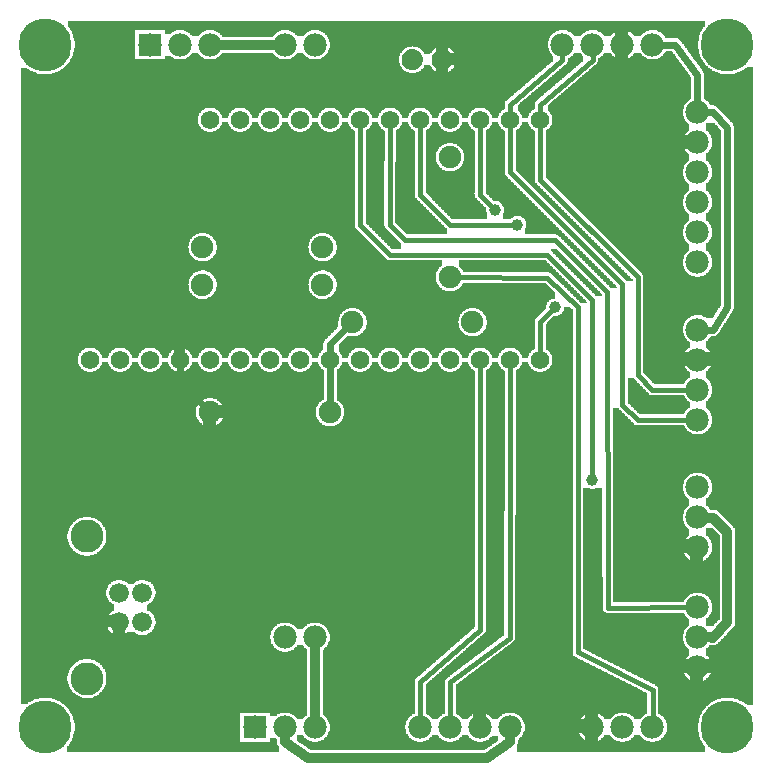
<source format=gtl>
G04 MADE WITH FRITZING*
G04 WWW.FRITZING.ORG*
G04 DOUBLE SIDED*
G04 HOLES PLATED*
G04 CONTOUR ON CENTER OF CONTOUR VECTOR*
%ASAXBY*%
%FSLAX23Y23*%
%MOIN*%
%OFA0B0*%
%SFA1.0B1.0*%
%ADD10C,0.075000*%
%ADD11C,0.177165*%
%ADD12C,0.039370*%
%ADD13C,0.078000*%
%ADD14C,0.066000*%
%ADD15C,0.110000*%
%ADD16C,0.062000*%
%ADD17C,0.070000*%
%ADD18R,0.078000X0.078000*%
%ADD19C,0.032000*%
%ADD20C,0.016000*%
%ADD21C,0.024000*%
%ADD22R,0.001000X0.001000*%
%LNCOPPER1*%
G90*
G70*
G54D10*
X1960Y2270D03*
X1457Y1913D03*
X272Y2401D03*
G54D11*
X119Y125D03*
X119Y2400D03*
X2394Y125D03*
X2394Y2400D03*
G54D12*
X1944Y949D03*
X1819Y1525D03*
X1694Y1800D03*
X1619Y1850D03*
G54D13*
X919Y2400D03*
X1019Y2400D03*
X1019Y425D03*
X919Y425D03*
X2294Y325D03*
X2294Y425D03*
X2294Y525D03*
X2144Y125D03*
X2044Y125D03*
X1944Y125D03*
X2294Y725D03*
X2294Y825D03*
X2294Y925D03*
X1669Y125D03*
X1569Y125D03*
X1469Y125D03*
X1369Y125D03*
X2294Y1450D03*
X2294Y1350D03*
X2294Y1250D03*
X2294Y1150D03*
X2144Y2400D03*
X2044Y2400D03*
X1944Y2400D03*
X1844Y2400D03*
X2294Y2175D03*
X2294Y2075D03*
X2294Y1975D03*
X2294Y1875D03*
X2294Y1775D03*
X2294Y1675D03*
G54D10*
X1044Y1725D03*
X644Y1725D03*
X1044Y1600D03*
X644Y1600D03*
G54D13*
X469Y2400D03*
X569Y2400D03*
X669Y2400D03*
X819Y125D03*
X919Y125D03*
X1019Y125D03*
G54D14*
X444Y475D03*
X444Y573D03*
X366Y573D03*
X366Y475D03*
G54D15*
X259Y287D03*
X259Y761D03*
G54D14*
X444Y475D03*
X444Y573D03*
X366Y573D03*
X366Y475D03*
G54D15*
X259Y287D03*
X259Y761D03*
G54D16*
X1769Y1350D03*
X1669Y1350D03*
X1569Y1350D03*
X1469Y1350D03*
X1369Y1350D03*
X1269Y1350D03*
X1169Y1350D03*
X1069Y1350D03*
X969Y1350D03*
X869Y1350D03*
X769Y1350D03*
X669Y1350D03*
X569Y1350D03*
X469Y1350D03*
X369Y1350D03*
X269Y1350D03*
X669Y2150D03*
X769Y2150D03*
X869Y2150D03*
X969Y2150D03*
X1069Y2150D03*
X1169Y2150D03*
X1269Y2150D03*
X1369Y2150D03*
X1469Y2150D03*
X1569Y2150D03*
X1669Y2150D03*
X1769Y2150D03*
G54D10*
X669Y1175D03*
X1069Y1175D03*
X1469Y2025D03*
X1469Y1625D03*
X1144Y1475D03*
X1544Y1475D03*
G54D17*
X1344Y2350D03*
X1444Y2350D03*
G54D18*
X469Y2400D03*
X819Y125D03*
G54D19*
X884Y2400D02*
X705Y2400D01*
D02*
X1670Y75D02*
X1670Y89D01*
D02*
X1594Y24D02*
X1670Y75D01*
D02*
X919Y75D02*
X996Y24D01*
D02*
X919Y89D02*
X919Y75D01*
D02*
X996Y24D02*
X1594Y24D01*
D02*
X2345Y824D02*
X2394Y775D01*
D02*
X2394Y775D02*
X2394Y475D01*
D02*
X2394Y475D02*
X2345Y424D01*
D02*
X2330Y824D02*
X2345Y824D01*
D02*
X2345Y424D02*
X2330Y425D01*
G54D20*
D02*
X1895Y1525D02*
X1794Y1624D01*
D02*
X1895Y376D02*
X1895Y1525D01*
D02*
X1794Y1624D02*
X1492Y1625D01*
D02*
X2145Y250D02*
X1895Y376D01*
D02*
X2145Y149D02*
X2145Y250D01*
D02*
X1319Y1749D02*
X1268Y1799D01*
D02*
X1995Y524D02*
X1994Y1575D01*
D02*
X1994Y1575D02*
X1820Y1749D01*
D02*
X1820Y1749D02*
X1319Y1749D01*
D02*
X2270Y525D02*
X1995Y524D01*
D02*
X1268Y1799D02*
X1269Y2127D01*
D02*
X1944Y1550D02*
X1944Y962D01*
D02*
X1268Y1700D02*
X1794Y1700D01*
D02*
X1170Y1799D02*
X1268Y1700D01*
D02*
X1794Y1700D02*
X1944Y1550D01*
G54D21*
D02*
X568Y1275D02*
X569Y1321D01*
D02*
X649Y1195D02*
X568Y1275D01*
D02*
X1069Y1401D02*
X1069Y1379D01*
D02*
X1124Y1455D02*
X1069Y1401D01*
D02*
X1069Y1321D02*
X1069Y1203D01*
G54D20*
D02*
X1169Y2127D02*
X1170Y1799D01*
G54D19*
D02*
X1019Y389D02*
X1019Y160D01*
G54D20*
D02*
X1470Y275D02*
X1470Y149D01*
D02*
X1669Y1327D02*
X1669Y424D01*
D02*
X1669Y424D02*
X1470Y275D01*
D02*
X1570Y450D02*
X1369Y275D01*
D02*
X1569Y1327D02*
X1570Y450D01*
D02*
X1369Y275D02*
X1369Y149D01*
G54D21*
D02*
X2394Y1525D02*
X2394Y2124D01*
D02*
X2394Y2124D02*
X2345Y2175D01*
D02*
X2345Y2175D02*
X2325Y2175D01*
D02*
X2345Y1449D02*
X2394Y1525D01*
G54D20*
D02*
X2144Y1249D02*
X2095Y1300D01*
D02*
X2095Y1300D02*
X2095Y1625D01*
D02*
X2095Y1625D02*
X1770Y1950D01*
D02*
X2270Y1250D02*
X2144Y1249D01*
D02*
X1770Y1950D02*
X1769Y2127D01*
D02*
X1670Y1975D02*
X1669Y2127D01*
D02*
X2044Y1200D02*
X2044Y1601D01*
D02*
X2044Y1601D02*
X1670Y1975D01*
D02*
X2270Y1150D02*
X2095Y1149D01*
D02*
X2095Y1149D02*
X2044Y1200D01*
D02*
X1945Y2349D02*
X1770Y2200D01*
D02*
X1844Y2349D02*
X1669Y2200D01*
D02*
X1844Y2375D02*
X1844Y2349D01*
D02*
X1944Y2375D02*
X1945Y2349D01*
D02*
X1770Y2200D02*
X1770Y2173D01*
G54D21*
D02*
X2294Y2300D02*
X2294Y2205D01*
D02*
X2175Y2400D02*
X2220Y2400D01*
D02*
X2220Y2400D02*
X2294Y2300D01*
D02*
X2325Y1450D02*
X2345Y1449D01*
G54D20*
D02*
X1610Y1860D02*
X1569Y1900D01*
D02*
X1569Y1900D02*
X1569Y2127D01*
D02*
X1470Y1800D02*
X1681Y1800D01*
D02*
X1369Y2127D02*
X1370Y1900D01*
D02*
X1370Y1900D02*
X1470Y1800D01*
D02*
X1810Y1515D02*
X1770Y1475D01*
D02*
X1770Y1475D02*
X1769Y1373D01*
D02*
X1669Y2200D02*
X1669Y2173D01*
G36*
X1884Y2372D02*
X1884Y2370D01*
X1882Y2370D01*
X1882Y2368D01*
X1880Y2368D01*
X1880Y2366D01*
X1878Y2366D01*
X1878Y2364D01*
X1876Y2364D01*
X1876Y2362D01*
X1874Y2362D01*
X1874Y2360D01*
X1870Y2360D01*
X1870Y2358D01*
X1868Y2358D01*
X1868Y2356D01*
X1864Y2356D01*
X1864Y2354D01*
X1862Y2354D01*
X1862Y2344D01*
X1860Y2344D01*
X1860Y2340D01*
X1858Y2340D01*
X1858Y2336D01*
X1856Y2336D01*
X1856Y2334D01*
X1852Y2334D01*
X1852Y2332D01*
X1850Y2332D01*
X1850Y2330D01*
X1848Y2330D01*
X1848Y2328D01*
X1846Y2328D01*
X1846Y2326D01*
X1844Y2326D01*
X1844Y2324D01*
X1840Y2324D01*
X1840Y2322D01*
X1838Y2322D01*
X1838Y2320D01*
X1836Y2320D01*
X1836Y2318D01*
X1834Y2318D01*
X1834Y2316D01*
X1832Y2316D01*
X1832Y2314D01*
X1830Y2314D01*
X1830Y2312D01*
X1826Y2312D01*
X1826Y2310D01*
X1824Y2310D01*
X1824Y2308D01*
X1822Y2308D01*
X1822Y2306D01*
X1820Y2306D01*
X1820Y2304D01*
X1818Y2304D01*
X1818Y2302D01*
X1816Y2302D01*
X1816Y2300D01*
X1812Y2300D01*
X1812Y2298D01*
X1810Y2298D01*
X1810Y2296D01*
X1808Y2296D01*
X1808Y2294D01*
X1806Y2294D01*
X1806Y2292D01*
X1804Y2292D01*
X1804Y2290D01*
X1802Y2290D01*
X1802Y2288D01*
X1798Y2288D01*
X1798Y2286D01*
X1796Y2286D01*
X1796Y2284D01*
X1794Y2284D01*
X1794Y2282D01*
X1792Y2282D01*
X1792Y2280D01*
X1790Y2280D01*
X1790Y2278D01*
X1788Y2278D01*
X1788Y2276D01*
X1784Y2276D01*
X1784Y2274D01*
X1782Y2274D01*
X1782Y2272D01*
X1780Y2272D01*
X1780Y2270D01*
X1778Y2270D01*
X1778Y2268D01*
X1776Y2268D01*
X1776Y2266D01*
X1772Y2266D01*
X1772Y2264D01*
X1770Y2264D01*
X1770Y2262D01*
X1768Y2262D01*
X1768Y2260D01*
X1766Y2260D01*
X1766Y2258D01*
X1764Y2258D01*
X1764Y2256D01*
X1762Y2256D01*
X1762Y2254D01*
X1758Y2254D01*
X1758Y2252D01*
X1756Y2252D01*
X1756Y2250D01*
X1754Y2250D01*
X1754Y2248D01*
X1752Y2248D01*
X1752Y2246D01*
X1750Y2246D01*
X1750Y2244D01*
X1748Y2244D01*
X1748Y2242D01*
X1744Y2242D01*
X1744Y2240D01*
X1742Y2240D01*
X1742Y2238D01*
X1740Y2238D01*
X1740Y2236D01*
X1738Y2236D01*
X1738Y2234D01*
X1736Y2234D01*
X1736Y2232D01*
X1734Y2232D01*
X1734Y2230D01*
X1730Y2230D01*
X1730Y2228D01*
X1728Y2228D01*
X1728Y2226D01*
X1726Y2226D01*
X1726Y2224D01*
X1724Y2224D01*
X1724Y2222D01*
X1722Y2222D01*
X1722Y2220D01*
X1718Y2220D01*
X1718Y2218D01*
X1716Y2218D01*
X1716Y2216D01*
X1714Y2216D01*
X1714Y2214D01*
X1712Y2214D01*
X1712Y2212D01*
X1710Y2212D01*
X1710Y2210D01*
X1708Y2210D01*
X1708Y2208D01*
X1704Y2208D01*
X1704Y2206D01*
X1702Y2206D01*
X1702Y2204D01*
X1700Y2204D01*
X1700Y2202D01*
X1698Y2202D01*
X1698Y2200D01*
X1696Y2200D01*
X1696Y2180D01*
X1698Y2180D01*
X1698Y2178D01*
X1700Y2178D01*
X1700Y2176D01*
X1702Y2176D01*
X1702Y2174D01*
X1704Y2174D01*
X1704Y2170D01*
X1706Y2170D01*
X1706Y2166D01*
X1708Y2166D01*
X1708Y2160D01*
X1710Y2160D01*
X1710Y2156D01*
X1730Y2156D01*
X1730Y2164D01*
X1732Y2164D01*
X1732Y2168D01*
X1734Y2168D01*
X1734Y2172D01*
X1736Y2172D01*
X1736Y2174D01*
X1738Y2174D01*
X1738Y2178D01*
X1740Y2178D01*
X1740Y2180D01*
X1742Y2180D01*
X1742Y2182D01*
X1746Y2182D01*
X1746Y2184D01*
X1748Y2184D01*
X1748Y2186D01*
X1752Y2186D01*
X1752Y2208D01*
X1754Y2208D01*
X1754Y2210D01*
X1756Y2210D01*
X1756Y2214D01*
X1760Y2214D01*
X1760Y2216D01*
X1762Y2216D01*
X1762Y2218D01*
X1764Y2218D01*
X1764Y2220D01*
X1766Y2220D01*
X1766Y2222D01*
X1768Y2222D01*
X1768Y2224D01*
X1770Y2224D01*
X1770Y2226D01*
X1774Y2226D01*
X1774Y2228D01*
X1776Y2228D01*
X1776Y2230D01*
X1778Y2230D01*
X1778Y2232D01*
X1780Y2232D01*
X1780Y2234D01*
X1782Y2234D01*
X1782Y2236D01*
X1784Y2236D01*
X1784Y2238D01*
X1788Y2238D01*
X1788Y2240D01*
X1790Y2240D01*
X1790Y2242D01*
X1792Y2242D01*
X1792Y2244D01*
X1794Y2244D01*
X1794Y2246D01*
X1796Y2246D01*
X1796Y2248D01*
X1800Y2248D01*
X1800Y2250D01*
X1802Y2250D01*
X1802Y2252D01*
X1804Y2252D01*
X1804Y2254D01*
X1806Y2254D01*
X1806Y2256D01*
X1808Y2256D01*
X1808Y2258D01*
X1810Y2258D01*
X1810Y2260D01*
X1814Y2260D01*
X1814Y2262D01*
X1816Y2262D01*
X1816Y2264D01*
X1818Y2264D01*
X1818Y2266D01*
X1820Y2266D01*
X1820Y2268D01*
X1822Y2268D01*
X1822Y2270D01*
X1824Y2270D01*
X1824Y2272D01*
X1828Y2272D01*
X1828Y2274D01*
X1830Y2274D01*
X1830Y2276D01*
X1832Y2276D01*
X1832Y2278D01*
X1834Y2278D01*
X1834Y2280D01*
X1836Y2280D01*
X1836Y2282D01*
X1838Y2282D01*
X1838Y2284D01*
X1842Y2284D01*
X1842Y2286D01*
X1844Y2286D01*
X1844Y2288D01*
X1846Y2288D01*
X1846Y2290D01*
X1848Y2290D01*
X1848Y2292D01*
X1850Y2292D01*
X1850Y2294D01*
X1852Y2294D01*
X1852Y2296D01*
X1856Y2296D01*
X1856Y2298D01*
X1858Y2298D01*
X1858Y2300D01*
X1860Y2300D01*
X1860Y2302D01*
X1862Y2302D01*
X1862Y2304D01*
X1864Y2304D01*
X1864Y2306D01*
X1868Y2306D01*
X1868Y2308D01*
X1870Y2308D01*
X1870Y2310D01*
X1872Y2310D01*
X1872Y2312D01*
X1874Y2312D01*
X1874Y2314D01*
X1876Y2314D01*
X1876Y2316D01*
X1878Y2316D01*
X1878Y2318D01*
X1882Y2318D01*
X1882Y2320D01*
X1884Y2320D01*
X1884Y2322D01*
X1886Y2322D01*
X1886Y2324D01*
X1888Y2324D01*
X1888Y2326D01*
X1890Y2326D01*
X1890Y2328D01*
X1892Y2328D01*
X1892Y2330D01*
X1896Y2330D01*
X1896Y2332D01*
X1898Y2332D01*
X1898Y2334D01*
X1900Y2334D01*
X1900Y2336D01*
X1902Y2336D01*
X1902Y2338D01*
X1904Y2338D01*
X1904Y2340D01*
X1906Y2340D01*
X1906Y2342D01*
X1910Y2342D01*
X1910Y2344D01*
X1912Y2344D01*
X1912Y2364D01*
X1910Y2364D01*
X1910Y2366D01*
X1908Y2366D01*
X1908Y2368D01*
X1906Y2368D01*
X1906Y2372D01*
X1884Y2372D01*
G37*
D02*
G36*
X2188Y2378D02*
X2188Y2376D01*
X2186Y2376D01*
X2186Y2372D01*
X2184Y2372D01*
X2184Y2370D01*
X2182Y2370D01*
X2182Y2368D01*
X2180Y2368D01*
X2180Y2366D01*
X2178Y2366D01*
X2178Y2364D01*
X2176Y2364D01*
X2176Y2362D01*
X2174Y2362D01*
X2174Y2360D01*
X2170Y2360D01*
X2170Y2358D01*
X2168Y2358D01*
X2168Y2356D01*
X2164Y2356D01*
X2164Y2354D01*
X2156Y2354D01*
X2156Y2352D01*
X2228Y2352D01*
X2228Y2354D01*
X2226Y2354D01*
X2226Y2356D01*
X2224Y2356D01*
X2224Y2360D01*
X2222Y2360D01*
X2222Y2362D01*
X2220Y2362D01*
X2220Y2364D01*
X2218Y2364D01*
X2218Y2368D01*
X2216Y2368D01*
X2216Y2370D01*
X2214Y2370D01*
X2214Y2374D01*
X2212Y2374D01*
X2212Y2376D01*
X2210Y2376D01*
X2210Y2378D01*
X2188Y2378D01*
G37*
D02*
G36*
X1984Y2372D02*
X1984Y2370D01*
X1982Y2370D01*
X1982Y2368D01*
X1980Y2368D01*
X1980Y2366D01*
X1978Y2366D01*
X1978Y2364D01*
X1976Y2364D01*
X1976Y2362D01*
X1974Y2362D01*
X1974Y2360D01*
X1970Y2360D01*
X1970Y2358D01*
X1968Y2358D01*
X1968Y2356D01*
X1964Y2356D01*
X1964Y2354D01*
X1962Y2354D01*
X1962Y2352D01*
X2032Y2352D01*
X2032Y2354D01*
X2026Y2354D01*
X2026Y2356D01*
X2022Y2356D01*
X2022Y2358D01*
X2018Y2358D01*
X2018Y2360D01*
X2016Y2360D01*
X2016Y2362D01*
X2012Y2362D01*
X2012Y2364D01*
X2010Y2364D01*
X2010Y2366D01*
X2008Y2366D01*
X2008Y2368D01*
X2006Y2368D01*
X2006Y2372D01*
X1984Y2372D01*
G37*
D02*
G36*
X2084Y2372D02*
X2084Y2370D01*
X2082Y2370D01*
X2082Y2368D01*
X2080Y2368D01*
X2080Y2366D01*
X2078Y2366D01*
X2078Y2364D01*
X2076Y2364D01*
X2076Y2362D01*
X2074Y2362D01*
X2074Y2360D01*
X2070Y2360D01*
X2070Y2358D01*
X2068Y2358D01*
X2068Y2356D01*
X2064Y2356D01*
X2064Y2354D01*
X2056Y2354D01*
X2056Y2352D01*
X2132Y2352D01*
X2132Y2354D01*
X2126Y2354D01*
X2126Y2356D01*
X2122Y2356D01*
X2122Y2358D01*
X2118Y2358D01*
X2118Y2360D01*
X2116Y2360D01*
X2116Y2362D01*
X2112Y2362D01*
X2112Y2364D01*
X2110Y2364D01*
X2110Y2366D01*
X2108Y2366D01*
X2108Y2368D01*
X2106Y2368D01*
X2106Y2372D01*
X2084Y2372D01*
G37*
D02*
G36*
X1962Y2352D02*
X1962Y2350D01*
X2230Y2350D01*
X2230Y2352D01*
X1962Y2352D01*
G37*
D02*
G36*
X1962Y2352D02*
X1962Y2350D01*
X2230Y2350D01*
X2230Y2352D01*
X1962Y2352D01*
G37*
D02*
G36*
X1962Y2352D02*
X1962Y2350D01*
X2230Y2350D01*
X2230Y2352D01*
X1962Y2352D01*
G37*
D02*
G36*
X1962Y2350D02*
X1962Y2342D01*
X1960Y2342D01*
X1960Y2338D01*
X1958Y2338D01*
X1958Y2336D01*
X1956Y2336D01*
X1956Y2334D01*
X1954Y2334D01*
X1954Y2332D01*
X1950Y2332D01*
X1950Y2330D01*
X1948Y2330D01*
X1948Y2328D01*
X1946Y2328D01*
X1946Y2326D01*
X1944Y2326D01*
X1944Y2324D01*
X1942Y2324D01*
X1942Y2322D01*
X1938Y2322D01*
X1938Y2320D01*
X1936Y2320D01*
X1936Y2318D01*
X1934Y2318D01*
X1934Y2316D01*
X1932Y2316D01*
X1932Y2314D01*
X1930Y2314D01*
X1930Y2312D01*
X1928Y2312D01*
X1928Y2310D01*
X1924Y2310D01*
X1924Y2308D01*
X1922Y2308D01*
X1922Y2306D01*
X1920Y2306D01*
X1920Y2304D01*
X1918Y2304D01*
X1918Y2302D01*
X1916Y2302D01*
X1916Y2300D01*
X1914Y2300D01*
X1914Y2298D01*
X1910Y2298D01*
X1910Y2296D01*
X1908Y2296D01*
X1908Y2294D01*
X1906Y2294D01*
X1906Y2292D01*
X1904Y2292D01*
X1904Y2290D01*
X1902Y2290D01*
X1902Y2288D01*
X1900Y2288D01*
X1900Y2286D01*
X1896Y2286D01*
X1896Y2284D01*
X1894Y2284D01*
X1894Y2282D01*
X1892Y2282D01*
X1892Y2280D01*
X1890Y2280D01*
X1890Y2278D01*
X1888Y2278D01*
X1888Y2276D01*
X1886Y2276D01*
X1886Y2274D01*
X1882Y2274D01*
X1882Y2272D01*
X1880Y2272D01*
X1880Y2270D01*
X1878Y2270D01*
X1878Y2268D01*
X1876Y2268D01*
X1876Y2266D01*
X1874Y2266D01*
X1874Y2264D01*
X1870Y2264D01*
X1870Y2262D01*
X1868Y2262D01*
X1868Y2260D01*
X1866Y2260D01*
X1866Y2258D01*
X1864Y2258D01*
X1864Y2256D01*
X1862Y2256D01*
X1862Y2254D01*
X1860Y2254D01*
X1860Y2252D01*
X1856Y2252D01*
X1856Y2250D01*
X1854Y2250D01*
X1854Y2248D01*
X1852Y2248D01*
X1852Y2246D01*
X1850Y2246D01*
X1850Y2244D01*
X1848Y2244D01*
X1848Y2242D01*
X1846Y2242D01*
X1846Y2240D01*
X1842Y2240D01*
X1842Y2238D01*
X1840Y2238D01*
X1840Y2236D01*
X1838Y2236D01*
X1838Y2234D01*
X1836Y2234D01*
X1836Y2232D01*
X1834Y2232D01*
X1834Y2230D01*
X1832Y2230D01*
X1832Y2228D01*
X1828Y2228D01*
X1828Y2226D01*
X1826Y2226D01*
X1826Y2224D01*
X1824Y2224D01*
X1824Y2222D01*
X1822Y2222D01*
X1822Y2220D01*
X1820Y2220D01*
X1820Y2218D01*
X1816Y2218D01*
X1816Y2216D01*
X1814Y2216D01*
X1814Y2214D01*
X1812Y2214D01*
X1812Y2212D01*
X1810Y2212D01*
X1810Y2210D01*
X1808Y2210D01*
X1808Y2208D01*
X1806Y2208D01*
X1806Y2206D01*
X1802Y2206D01*
X1802Y2204D01*
X1800Y2204D01*
X1800Y2202D01*
X1798Y2202D01*
X1798Y2200D01*
X1796Y2200D01*
X1796Y2180D01*
X1798Y2180D01*
X1798Y2178D01*
X1800Y2178D01*
X1800Y2176D01*
X1802Y2176D01*
X1802Y2174D01*
X1804Y2174D01*
X1804Y2170D01*
X1806Y2170D01*
X1806Y2166D01*
X1808Y2166D01*
X1808Y2160D01*
X1810Y2160D01*
X1810Y2140D01*
X1808Y2140D01*
X1808Y2134D01*
X1806Y2134D01*
X1806Y2130D01*
X1804Y2130D01*
X1804Y2126D01*
X1802Y2126D01*
X1802Y2124D01*
X1800Y2124D01*
X1800Y2122D01*
X1798Y2122D01*
X1798Y2120D01*
X1796Y2120D01*
X1796Y2118D01*
X1794Y2118D01*
X1794Y2116D01*
X1790Y2116D01*
X1790Y2114D01*
X1788Y2114D01*
X1788Y1958D01*
X1790Y1958D01*
X1790Y1956D01*
X1792Y1956D01*
X1792Y1954D01*
X1794Y1954D01*
X1794Y1952D01*
X1796Y1952D01*
X1796Y1950D01*
X1798Y1950D01*
X1798Y1948D01*
X1800Y1948D01*
X1800Y1946D01*
X1802Y1946D01*
X1802Y1944D01*
X1804Y1944D01*
X1804Y1942D01*
X1806Y1942D01*
X1806Y1940D01*
X1808Y1940D01*
X1808Y1938D01*
X1810Y1938D01*
X1810Y1936D01*
X1812Y1936D01*
X1812Y1934D01*
X1814Y1934D01*
X1814Y1932D01*
X1816Y1932D01*
X1816Y1930D01*
X1818Y1930D01*
X1818Y1928D01*
X1820Y1928D01*
X1820Y1926D01*
X1822Y1926D01*
X1822Y1924D01*
X1824Y1924D01*
X1824Y1922D01*
X1826Y1922D01*
X1826Y1920D01*
X1828Y1920D01*
X1828Y1918D01*
X1830Y1918D01*
X1830Y1916D01*
X1832Y1916D01*
X1832Y1914D01*
X1834Y1914D01*
X1834Y1912D01*
X1836Y1912D01*
X1836Y1910D01*
X1838Y1910D01*
X1838Y1908D01*
X1840Y1908D01*
X1840Y1906D01*
X1842Y1906D01*
X1842Y1904D01*
X1844Y1904D01*
X1844Y1902D01*
X1846Y1902D01*
X1846Y1900D01*
X1848Y1900D01*
X1848Y1898D01*
X1850Y1898D01*
X1850Y1896D01*
X1852Y1896D01*
X1852Y1894D01*
X1854Y1894D01*
X1854Y1892D01*
X1856Y1892D01*
X1856Y1890D01*
X1858Y1890D01*
X1858Y1888D01*
X1860Y1888D01*
X1860Y1886D01*
X1862Y1886D01*
X1862Y1884D01*
X1864Y1884D01*
X1864Y1882D01*
X1866Y1882D01*
X1866Y1880D01*
X1868Y1880D01*
X1868Y1878D01*
X1870Y1878D01*
X1870Y1876D01*
X1872Y1876D01*
X1872Y1874D01*
X1874Y1874D01*
X1874Y1872D01*
X1876Y1872D01*
X1876Y1870D01*
X1878Y1870D01*
X1878Y1868D01*
X1880Y1868D01*
X1880Y1866D01*
X1882Y1866D01*
X1882Y1864D01*
X1884Y1864D01*
X1884Y1862D01*
X1886Y1862D01*
X1886Y1860D01*
X1888Y1860D01*
X1888Y1858D01*
X1890Y1858D01*
X1890Y1856D01*
X1892Y1856D01*
X1892Y1854D01*
X1894Y1854D01*
X1894Y1852D01*
X1896Y1852D01*
X1896Y1850D01*
X1898Y1850D01*
X1898Y1848D01*
X1900Y1848D01*
X1900Y1846D01*
X1902Y1846D01*
X1902Y1844D01*
X1904Y1844D01*
X1904Y1842D01*
X1906Y1842D01*
X1906Y1840D01*
X1908Y1840D01*
X1908Y1838D01*
X1910Y1838D01*
X1910Y1836D01*
X1912Y1836D01*
X1912Y1834D01*
X1914Y1834D01*
X1914Y1832D01*
X1916Y1832D01*
X1916Y1830D01*
X1918Y1830D01*
X1918Y1828D01*
X1920Y1828D01*
X1920Y1826D01*
X1922Y1826D01*
X1922Y1824D01*
X1924Y1824D01*
X1924Y1822D01*
X1926Y1822D01*
X1926Y1820D01*
X1928Y1820D01*
X1928Y1818D01*
X1930Y1818D01*
X1930Y1816D01*
X1932Y1816D01*
X1932Y1814D01*
X1934Y1814D01*
X1934Y1812D01*
X1936Y1812D01*
X1936Y1810D01*
X1938Y1810D01*
X1938Y1808D01*
X1940Y1808D01*
X1940Y1806D01*
X1942Y1806D01*
X1942Y1804D01*
X1944Y1804D01*
X1944Y1802D01*
X1946Y1802D01*
X1946Y1800D01*
X1948Y1800D01*
X1948Y1798D01*
X1950Y1798D01*
X1950Y1796D01*
X1952Y1796D01*
X1952Y1794D01*
X1954Y1794D01*
X1954Y1792D01*
X1956Y1792D01*
X1956Y1790D01*
X1958Y1790D01*
X1958Y1788D01*
X1960Y1788D01*
X1960Y1786D01*
X1962Y1786D01*
X1962Y1784D01*
X1964Y1784D01*
X1964Y1782D01*
X1966Y1782D01*
X1966Y1780D01*
X1968Y1780D01*
X1968Y1778D01*
X1970Y1778D01*
X1970Y1776D01*
X1972Y1776D01*
X1972Y1774D01*
X1974Y1774D01*
X1974Y1772D01*
X1976Y1772D01*
X1976Y1770D01*
X1978Y1770D01*
X1978Y1768D01*
X1980Y1768D01*
X1980Y1766D01*
X1982Y1766D01*
X1982Y1764D01*
X1984Y1764D01*
X1984Y1762D01*
X1986Y1762D01*
X1986Y1760D01*
X1988Y1760D01*
X1988Y1758D01*
X1990Y1758D01*
X1990Y1756D01*
X1992Y1756D01*
X1992Y1754D01*
X1994Y1754D01*
X1994Y1752D01*
X1996Y1752D01*
X1996Y1750D01*
X1998Y1750D01*
X1998Y1748D01*
X2000Y1748D01*
X2000Y1746D01*
X2002Y1746D01*
X2002Y1744D01*
X2004Y1744D01*
X2004Y1742D01*
X2006Y1742D01*
X2006Y1740D01*
X2008Y1740D01*
X2008Y1738D01*
X2010Y1738D01*
X2010Y1736D01*
X2012Y1736D01*
X2012Y1734D01*
X2014Y1734D01*
X2014Y1732D01*
X2016Y1732D01*
X2016Y1730D01*
X2018Y1730D01*
X2018Y1728D01*
X2020Y1728D01*
X2020Y1726D01*
X2022Y1726D01*
X2022Y1724D01*
X2024Y1724D01*
X2024Y1722D01*
X2026Y1722D01*
X2026Y1720D01*
X2028Y1720D01*
X2028Y1718D01*
X2030Y1718D01*
X2030Y1716D01*
X2032Y1716D01*
X2032Y1714D01*
X2034Y1714D01*
X2034Y1712D01*
X2036Y1712D01*
X2036Y1710D01*
X2038Y1710D01*
X2038Y1708D01*
X2040Y1708D01*
X2040Y1706D01*
X2042Y1706D01*
X2042Y1704D01*
X2044Y1704D01*
X2044Y1702D01*
X2046Y1702D01*
X2046Y1700D01*
X2048Y1700D01*
X2048Y1698D01*
X2050Y1698D01*
X2050Y1696D01*
X2052Y1696D01*
X2052Y1694D01*
X2054Y1694D01*
X2054Y1692D01*
X2056Y1692D01*
X2056Y1690D01*
X2058Y1690D01*
X2058Y1688D01*
X2060Y1688D01*
X2060Y1686D01*
X2062Y1686D01*
X2062Y1684D01*
X2064Y1684D01*
X2064Y1682D01*
X2066Y1682D01*
X2066Y1680D01*
X2068Y1680D01*
X2068Y1678D01*
X2070Y1678D01*
X2070Y1676D01*
X2072Y1676D01*
X2072Y1674D01*
X2074Y1674D01*
X2074Y1672D01*
X2076Y1672D01*
X2076Y1670D01*
X2078Y1670D01*
X2078Y1668D01*
X2080Y1668D01*
X2080Y1666D01*
X2082Y1666D01*
X2082Y1664D01*
X2084Y1664D01*
X2084Y1662D01*
X2086Y1662D01*
X2086Y1660D01*
X2088Y1660D01*
X2088Y1658D01*
X2090Y1658D01*
X2090Y1656D01*
X2092Y1656D01*
X2092Y1654D01*
X2094Y1654D01*
X2094Y1652D01*
X2096Y1652D01*
X2096Y1650D01*
X2098Y1650D01*
X2098Y1648D01*
X2100Y1648D01*
X2100Y1646D01*
X2102Y1646D01*
X2102Y1644D01*
X2104Y1644D01*
X2104Y1642D01*
X2106Y1642D01*
X2106Y1640D01*
X2108Y1640D01*
X2108Y1638D01*
X2110Y1638D01*
X2110Y1634D01*
X2112Y1634D01*
X2112Y1628D01*
X2114Y1628D01*
X2114Y1626D01*
X2286Y1626D01*
X2286Y1628D01*
X2278Y1628D01*
X2278Y1630D01*
X2274Y1630D01*
X2274Y1632D01*
X2270Y1632D01*
X2270Y1634D01*
X2266Y1634D01*
X2266Y1636D01*
X2264Y1636D01*
X2264Y1638D01*
X2262Y1638D01*
X2262Y1640D01*
X2260Y1640D01*
X2260Y1642D01*
X2258Y1642D01*
X2258Y1644D01*
X2256Y1644D01*
X2256Y1646D01*
X2254Y1646D01*
X2254Y1650D01*
X2252Y1650D01*
X2252Y1652D01*
X2250Y1652D01*
X2250Y1656D01*
X2248Y1656D01*
X2248Y1664D01*
X2246Y1664D01*
X2246Y1686D01*
X2248Y1686D01*
X2248Y1694D01*
X2250Y1694D01*
X2250Y1698D01*
X2252Y1698D01*
X2252Y1700D01*
X2254Y1700D01*
X2254Y1704D01*
X2256Y1704D01*
X2256Y1706D01*
X2258Y1706D01*
X2258Y1708D01*
X2260Y1708D01*
X2260Y1710D01*
X2262Y1710D01*
X2262Y1712D01*
X2264Y1712D01*
X2264Y1714D01*
X2266Y1714D01*
X2266Y1736D01*
X2264Y1736D01*
X2264Y1738D01*
X2262Y1738D01*
X2262Y1740D01*
X2260Y1740D01*
X2260Y1742D01*
X2258Y1742D01*
X2258Y1744D01*
X2256Y1744D01*
X2256Y1746D01*
X2254Y1746D01*
X2254Y1750D01*
X2252Y1750D01*
X2252Y1752D01*
X2250Y1752D01*
X2250Y1756D01*
X2248Y1756D01*
X2248Y1764D01*
X2246Y1764D01*
X2246Y1786D01*
X2248Y1786D01*
X2248Y1794D01*
X2250Y1794D01*
X2250Y1798D01*
X2252Y1798D01*
X2252Y1800D01*
X2254Y1800D01*
X2254Y1804D01*
X2256Y1804D01*
X2256Y1806D01*
X2258Y1806D01*
X2258Y1808D01*
X2260Y1808D01*
X2260Y1810D01*
X2262Y1810D01*
X2262Y1812D01*
X2264Y1812D01*
X2264Y1814D01*
X2266Y1814D01*
X2266Y1836D01*
X2264Y1836D01*
X2264Y1838D01*
X2262Y1838D01*
X2262Y1840D01*
X2260Y1840D01*
X2260Y1842D01*
X2258Y1842D01*
X2258Y1844D01*
X2256Y1844D01*
X2256Y1846D01*
X2254Y1846D01*
X2254Y1850D01*
X2252Y1850D01*
X2252Y1852D01*
X2250Y1852D01*
X2250Y1856D01*
X2248Y1856D01*
X2248Y1864D01*
X2246Y1864D01*
X2246Y1886D01*
X2248Y1886D01*
X2248Y1894D01*
X2250Y1894D01*
X2250Y1898D01*
X2252Y1898D01*
X2252Y1900D01*
X2254Y1900D01*
X2254Y1904D01*
X2256Y1904D01*
X2256Y1906D01*
X2258Y1906D01*
X2258Y1908D01*
X2260Y1908D01*
X2260Y1910D01*
X2262Y1910D01*
X2262Y1912D01*
X2264Y1912D01*
X2264Y1914D01*
X2266Y1914D01*
X2266Y1936D01*
X2264Y1936D01*
X2264Y1938D01*
X2262Y1938D01*
X2262Y1940D01*
X2260Y1940D01*
X2260Y1942D01*
X2258Y1942D01*
X2258Y1944D01*
X2256Y1944D01*
X2256Y1946D01*
X2254Y1946D01*
X2254Y1950D01*
X2252Y1950D01*
X2252Y1952D01*
X2250Y1952D01*
X2250Y1956D01*
X2248Y1956D01*
X2248Y1964D01*
X2246Y1964D01*
X2246Y1986D01*
X2248Y1986D01*
X2248Y1994D01*
X2250Y1994D01*
X2250Y1998D01*
X2252Y1998D01*
X2252Y2000D01*
X2254Y2000D01*
X2254Y2004D01*
X2256Y2004D01*
X2256Y2006D01*
X2258Y2006D01*
X2258Y2008D01*
X2260Y2008D01*
X2260Y2010D01*
X2262Y2010D01*
X2262Y2012D01*
X2264Y2012D01*
X2264Y2014D01*
X2266Y2014D01*
X2266Y2036D01*
X2264Y2036D01*
X2264Y2038D01*
X2262Y2038D01*
X2262Y2040D01*
X2260Y2040D01*
X2260Y2042D01*
X2258Y2042D01*
X2258Y2044D01*
X2256Y2044D01*
X2256Y2046D01*
X2254Y2046D01*
X2254Y2050D01*
X2252Y2050D01*
X2252Y2052D01*
X2250Y2052D01*
X2250Y2056D01*
X2248Y2056D01*
X2248Y2064D01*
X2246Y2064D01*
X2246Y2086D01*
X2248Y2086D01*
X2248Y2094D01*
X2250Y2094D01*
X2250Y2098D01*
X2252Y2098D01*
X2252Y2100D01*
X2254Y2100D01*
X2254Y2104D01*
X2256Y2104D01*
X2256Y2106D01*
X2258Y2106D01*
X2258Y2108D01*
X2260Y2108D01*
X2260Y2110D01*
X2262Y2110D01*
X2262Y2112D01*
X2264Y2112D01*
X2264Y2114D01*
X2266Y2114D01*
X2266Y2136D01*
X2264Y2136D01*
X2264Y2138D01*
X2262Y2138D01*
X2262Y2140D01*
X2260Y2140D01*
X2260Y2142D01*
X2258Y2142D01*
X2258Y2144D01*
X2256Y2144D01*
X2256Y2146D01*
X2254Y2146D01*
X2254Y2150D01*
X2252Y2150D01*
X2252Y2152D01*
X2250Y2152D01*
X2250Y2156D01*
X2248Y2156D01*
X2248Y2164D01*
X2246Y2164D01*
X2246Y2186D01*
X2248Y2186D01*
X2248Y2194D01*
X2250Y2194D01*
X2250Y2198D01*
X2252Y2198D01*
X2252Y2200D01*
X2254Y2200D01*
X2254Y2204D01*
X2256Y2204D01*
X2256Y2206D01*
X2258Y2206D01*
X2258Y2208D01*
X2260Y2208D01*
X2260Y2210D01*
X2262Y2210D01*
X2262Y2212D01*
X2264Y2212D01*
X2264Y2214D01*
X2266Y2214D01*
X2266Y2216D01*
X2270Y2216D01*
X2270Y2218D01*
X2272Y2218D01*
X2272Y2294D01*
X2270Y2294D01*
X2270Y2296D01*
X2268Y2296D01*
X2268Y2300D01*
X2266Y2300D01*
X2266Y2302D01*
X2264Y2302D01*
X2264Y2306D01*
X2262Y2306D01*
X2262Y2308D01*
X2260Y2308D01*
X2260Y2310D01*
X2258Y2310D01*
X2258Y2314D01*
X2256Y2314D01*
X2256Y2316D01*
X2254Y2316D01*
X2254Y2318D01*
X2252Y2318D01*
X2252Y2322D01*
X2250Y2322D01*
X2250Y2324D01*
X2248Y2324D01*
X2248Y2326D01*
X2246Y2326D01*
X2246Y2330D01*
X2244Y2330D01*
X2244Y2332D01*
X2242Y2332D01*
X2242Y2336D01*
X2240Y2336D01*
X2240Y2338D01*
X2238Y2338D01*
X2238Y2340D01*
X2236Y2340D01*
X2236Y2344D01*
X2234Y2344D01*
X2234Y2346D01*
X2232Y2346D01*
X2232Y2348D01*
X2230Y2348D01*
X2230Y2350D01*
X1962Y2350D01*
G37*
D02*
G36*
X2328Y2140D02*
X2328Y2138D01*
X2324Y2138D01*
X2324Y2136D01*
X2322Y2136D01*
X2322Y2114D01*
X2326Y2114D01*
X2326Y2112D01*
X2328Y2112D01*
X2328Y2110D01*
X2330Y2110D01*
X2330Y2108D01*
X2332Y2108D01*
X2332Y2104D01*
X2334Y2104D01*
X2334Y2102D01*
X2336Y2102D01*
X2336Y2098D01*
X2338Y2098D01*
X2338Y2096D01*
X2340Y2096D01*
X2340Y2090D01*
X2342Y2090D01*
X2342Y2080D01*
X2344Y2080D01*
X2344Y2070D01*
X2342Y2070D01*
X2342Y2060D01*
X2340Y2060D01*
X2340Y2056D01*
X2338Y2056D01*
X2338Y2052D01*
X2336Y2052D01*
X2336Y2048D01*
X2334Y2048D01*
X2334Y2046D01*
X2332Y2046D01*
X2332Y2042D01*
X2330Y2042D01*
X2330Y2040D01*
X2328Y2040D01*
X2328Y2038D01*
X2324Y2038D01*
X2324Y2036D01*
X2322Y2036D01*
X2322Y2014D01*
X2326Y2014D01*
X2326Y2012D01*
X2328Y2012D01*
X2328Y2010D01*
X2330Y2010D01*
X2330Y2008D01*
X2332Y2008D01*
X2332Y2004D01*
X2334Y2004D01*
X2334Y2002D01*
X2336Y2002D01*
X2336Y1998D01*
X2338Y1998D01*
X2338Y1996D01*
X2340Y1996D01*
X2340Y1990D01*
X2342Y1990D01*
X2342Y1980D01*
X2344Y1980D01*
X2344Y1970D01*
X2342Y1970D01*
X2342Y1960D01*
X2340Y1960D01*
X2340Y1956D01*
X2338Y1956D01*
X2338Y1952D01*
X2336Y1952D01*
X2336Y1948D01*
X2334Y1948D01*
X2334Y1946D01*
X2332Y1946D01*
X2332Y1942D01*
X2330Y1942D01*
X2330Y1940D01*
X2328Y1940D01*
X2328Y1938D01*
X2324Y1938D01*
X2324Y1936D01*
X2322Y1936D01*
X2322Y1914D01*
X2326Y1914D01*
X2326Y1912D01*
X2328Y1912D01*
X2328Y1910D01*
X2330Y1910D01*
X2330Y1908D01*
X2332Y1908D01*
X2332Y1904D01*
X2334Y1904D01*
X2334Y1902D01*
X2336Y1902D01*
X2336Y1898D01*
X2338Y1898D01*
X2338Y1896D01*
X2340Y1896D01*
X2340Y1890D01*
X2342Y1890D01*
X2342Y1880D01*
X2344Y1880D01*
X2344Y1870D01*
X2342Y1870D01*
X2342Y1860D01*
X2340Y1860D01*
X2340Y1856D01*
X2338Y1856D01*
X2338Y1852D01*
X2336Y1852D01*
X2336Y1848D01*
X2334Y1848D01*
X2334Y1846D01*
X2332Y1846D01*
X2332Y1842D01*
X2330Y1842D01*
X2330Y1840D01*
X2328Y1840D01*
X2328Y1838D01*
X2324Y1838D01*
X2324Y1836D01*
X2322Y1836D01*
X2322Y1814D01*
X2326Y1814D01*
X2326Y1812D01*
X2328Y1812D01*
X2328Y1810D01*
X2330Y1810D01*
X2330Y1808D01*
X2332Y1808D01*
X2332Y1804D01*
X2334Y1804D01*
X2334Y1802D01*
X2336Y1802D01*
X2336Y1798D01*
X2338Y1798D01*
X2338Y1796D01*
X2340Y1796D01*
X2340Y1790D01*
X2342Y1790D01*
X2342Y1780D01*
X2344Y1780D01*
X2344Y1770D01*
X2342Y1770D01*
X2342Y1760D01*
X2340Y1760D01*
X2340Y1756D01*
X2338Y1756D01*
X2338Y1752D01*
X2336Y1752D01*
X2336Y1748D01*
X2334Y1748D01*
X2334Y1746D01*
X2332Y1746D01*
X2332Y1742D01*
X2330Y1742D01*
X2330Y1740D01*
X2328Y1740D01*
X2328Y1738D01*
X2324Y1738D01*
X2324Y1736D01*
X2322Y1736D01*
X2322Y1714D01*
X2326Y1714D01*
X2326Y1712D01*
X2328Y1712D01*
X2328Y1710D01*
X2330Y1710D01*
X2330Y1708D01*
X2332Y1708D01*
X2332Y1704D01*
X2334Y1704D01*
X2334Y1702D01*
X2336Y1702D01*
X2336Y1698D01*
X2338Y1698D01*
X2338Y1696D01*
X2340Y1696D01*
X2340Y1690D01*
X2342Y1690D01*
X2342Y1680D01*
X2344Y1680D01*
X2344Y1670D01*
X2342Y1670D01*
X2342Y1660D01*
X2340Y1660D01*
X2340Y1656D01*
X2338Y1656D01*
X2338Y1652D01*
X2336Y1652D01*
X2336Y1648D01*
X2334Y1648D01*
X2334Y1646D01*
X2332Y1646D01*
X2332Y1642D01*
X2330Y1642D01*
X2330Y1640D01*
X2328Y1640D01*
X2328Y1638D01*
X2324Y1638D01*
X2324Y1636D01*
X2322Y1636D01*
X2322Y1634D01*
X2318Y1634D01*
X2318Y1632D01*
X2316Y1632D01*
X2316Y1630D01*
X2310Y1630D01*
X2310Y1628D01*
X2304Y1628D01*
X2304Y1626D01*
X2372Y1626D01*
X2372Y2116D01*
X2370Y2116D01*
X2370Y2118D01*
X2368Y2118D01*
X2368Y2120D01*
X2366Y2120D01*
X2366Y2124D01*
X2364Y2124D01*
X2364Y2126D01*
X2362Y2126D01*
X2362Y2128D01*
X2360Y2128D01*
X2360Y2130D01*
X2358Y2130D01*
X2358Y2132D01*
X2356Y2132D01*
X2356Y2134D01*
X2354Y2134D01*
X2354Y2136D01*
X2352Y2136D01*
X2352Y2138D01*
X2350Y2138D01*
X2350Y2140D01*
X2328Y2140D01*
G37*
D02*
G36*
X2114Y1626D02*
X2114Y1624D01*
X2372Y1624D01*
X2372Y1626D01*
X2114Y1626D01*
G37*
D02*
G36*
X2114Y1626D02*
X2114Y1624D01*
X2372Y1624D01*
X2372Y1626D01*
X2114Y1626D01*
G37*
D02*
G36*
X2114Y1624D02*
X2114Y1500D01*
X2296Y1500D01*
X2296Y1498D01*
X2308Y1498D01*
X2308Y1496D01*
X2314Y1496D01*
X2314Y1494D01*
X2318Y1494D01*
X2318Y1492D01*
X2322Y1492D01*
X2322Y1490D01*
X2324Y1490D01*
X2324Y1488D01*
X2344Y1488D01*
X2344Y1490D01*
X2346Y1490D01*
X2346Y1494D01*
X2348Y1494D01*
X2348Y1496D01*
X2350Y1496D01*
X2350Y1500D01*
X2352Y1500D01*
X2352Y1502D01*
X2354Y1502D01*
X2354Y1506D01*
X2356Y1506D01*
X2356Y1510D01*
X2358Y1510D01*
X2358Y1512D01*
X2360Y1512D01*
X2360Y1516D01*
X2362Y1516D01*
X2362Y1518D01*
X2364Y1518D01*
X2364Y1522D01*
X2366Y1522D01*
X2366Y1524D01*
X2368Y1524D01*
X2368Y1528D01*
X2370Y1528D01*
X2370Y1530D01*
X2372Y1530D01*
X2372Y1624D01*
X2114Y1624D01*
G37*
D02*
G36*
X2114Y1500D02*
X2114Y1306D01*
X2116Y1306D01*
X2116Y1304D01*
X2118Y1304D01*
X2118Y1302D01*
X2120Y1302D01*
X2120Y1300D01*
X2122Y1300D01*
X2122Y1298D01*
X2124Y1298D01*
X2124Y1296D01*
X2126Y1296D01*
X2126Y1294D01*
X2128Y1294D01*
X2128Y1292D01*
X2130Y1292D01*
X2130Y1290D01*
X2132Y1290D01*
X2132Y1288D01*
X2134Y1288D01*
X2134Y1286D01*
X2136Y1286D01*
X2136Y1282D01*
X2138Y1282D01*
X2138Y1280D01*
X2140Y1280D01*
X2140Y1278D01*
X2142Y1278D01*
X2142Y1276D01*
X2144Y1276D01*
X2144Y1274D01*
X2146Y1274D01*
X2146Y1272D01*
X2148Y1272D01*
X2148Y1270D01*
X2150Y1270D01*
X2150Y1268D01*
X2250Y1268D01*
X2250Y1272D01*
X2252Y1272D01*
X2252Y1276D01*
X2254Y1276D01*
X2254Y1278D01*
X2256Y1278D01*
X2256Y1282D01*
X2258Y1282D01*
X2258Y1284D01*
X2260Y1284D01*
X2260Y1286D01*
X2262Y1286D01*
X2262Y1288D01*
X2264Y1288D01*
X2264Y1290D01*
X2268Y1290D01*
X2268Y1310D01*
X2266Y1310D01*
X2266Y1312D01*
X2262Y1312D01*
X2262Y1314D01*
X2260Y1314D01*
X2260Y1316D01*
X2258Y1316D01*
X2258Y1318D01*
X2256Y1318D01*
X2256Y1322D01*
X2254Y1322D01*
X2254Y1324D01*
X2252Y1324D01*
X2252Y1328D01*
X2250Y1328D01*
X2250Y1332D01*
X2248Y1332D01*
X2248Y1338D01*
X2246Y1338D01*
X2246Y1362D01*
X2248Y1362D01*
X2248Y1368D01*
X2250Y1368D01*
X2250Y1372D01*
X2252Y1372D01*
X2252Y1376D01*
X2254Y1376D01*
X2254Y1378D01*
X2256Y1378D01*
X2256Y1382D01*
X2258Y1382D01*
X2258Y1384D01*
X2260Y1384D01*
X2260Y1386D01*
X2262Y1386D01*
X2262Y1388D01*
X2264Y1388D01*
X2264Y1390D01*
X2268Y1390D01*
X2268Y1410D01*
X2266Y1410D01*
X2266Y1412D01*
X2262Y1412D01*
X2262Y1414D01*
X2260Y1414D01*
X2260Y1416D01*
X2258Y1416D01*
X2258Y1418D01*
X2256Y1418D01*
X2256Y1422D01*
X2254Y1422D01*
X2254Y1424D01*
X2252Y1424D01*
X2252Y1428D01*
X2250Y1428D01*
X2250Y1432D01*
X2248Y1432D01*
X2248Y1438D01*
X2246Y1438D01*
X2246Y1462D01*
X2248Y1462D01*
X2248Y1468D01*
X2250Y1468D01*
X2250Y1472D01*
X2252Y1472D01*
X2252Y1476D01*
X2254Y1476D01*
X2254Y1478D01*
X2256Y1478D01*
X2256Y1482D01*
X2258Y1482D01*
X2258Y1484D01*
X2260Y1484D01*
X2260Y1486D01*
X2262Y1486D01*
X2262Y1488D01*
X2264Y1488D01*
X2264Y1490D01*
X2268Y1490D01*
X2268Y1492D01*
X2272Y1492D01*
X2272Y1494D01*
X2274Y1494D01*
X2274Y1496D01*
X2282Y1496D01*
X2282Y1498D01*
X2292Y1498D01*
X2292Y1500D01*
X2114Y1500D01*
G37*
D02*
G36*
X1210Y2144D02*
X1210Y2140D01*
X1208Y2140D01*
X1208Y2134D01*
X1206Y2134D01*
X1206Y2130D01*
X1204Y2130D01*
X1204Y2126D01*
X1202Y2126D01*
X1202Y2124D01*
X1200Y2124D01*
X1200Y2122D01*
X1198Y2122D01*
X1198Y2120D01*
X1196Y2120D01*
X1196Y2118D01*
X1194Y2118D01*
X1194Y2116D01*
X1190Y2116D01*
X1190Y2114D01*
X1188Y2114D01*
X1188Y1806D01*
X1190Y1806D01*
X1190Y1804D01*
X1192Y1804D01*
X1192Y1802D01*
X1194Y1802D01*
X1194Y1800D01*
X1196Y1800D01*
X1196Y1798D01*
X1198Y1798D01*
X1198Y1796D01*
X1200Y1796D01*
X1200Y1794D01*
X1202Y1794D01*
X1202Y1792D01*
X1204Y1792D01*
X1204Y1790D01*
X1206Y1790D01*
X1206Y1788D01*
X1208Y1788D01*
X1208Y1786D01*
X1210Y1786D01*
X1210Y1784D01*
X1212Y1784D01*
X1212Y1782D01*
X1214Y1782D01*
X1214Y1780D01*
X1216Y1780D01*
X1216Y1778D01*
X1218Y1778D01*
X1218Y1776D01*
X1220Y1776D01*
X1220Y1774D01*
X1222Y1774D01*
X1222Y1772D01*
X1224Y1772D01*
X1224Y1770D01*
X1226Y1770D01*
X1226Y1768D01*
X1228Y1768D01*
X1228Y1766D01*
X1230Y1766D01*
X1230Y1764D01*
X1232Y1764D01*
X1232Y1762D01*
X1234Y1762D01*
X1234Y1760D01*
X1236Y1760D01*
X1236Y1758D01*
X1238Y1758D01*
X1238Y1756D01*
X1240Y1756D01*
X1240Y1754D01*
X1242Y1754D01*
X1242Y1752D01*
X1244Y1752D01*
X1244Y1750D01*
X1246Y1750D01*
X1246Y1748D01*
X1248Y1748D01*
X1248Y1746D01*
X1250Y1746D01*
X1250Y1744D01*
X1252Y1744D01*
X1252Y1742D01*
X1254Y1742D01*
X1254Y1740D01*
X1256Y1740D01*
X1256Y1738D01*
X1258Y1738D01*
X1258Y1736D01*
X1260Y1736D01*
X1260Y1734D01*
X1262Y1734D01*
X1262Y1732D01*
X1264Y1732D01*
X1264Y1730D01*
X1266Y1730D01*
X1266Y1728D01*
X1268Y1728D01*
X1268Y1726D01*
X1270Y1726D01*
X1270Y1724D01*
X1272Y1724D01*
X1272Y1722D01*
X1274Y1722D01*
X1274Y1720D01*
X1276Y1720D01*
X1276Y1718D01*
X1306Y1718D01*
X1306Y1738D01*
X1304Y1738D01*
X1304Y1740D01*
X1302Y1740D01*
X1302Y1742D01*
X1300Y1742D01*
X1300Y1744D01*
X1298Y1744D01*
X1298Y1746D01*
X1296Y1746D01*
X1296Y1748D01*
X1294Y1748D01*
X1294Y1750D01*
X1292Y1750D01*
X1292Y1752D01*
X1290Y1752D01*
X1290Y1754D01*
X1288Y1754D01*
X1288Y1756D01*
X1286Y1756D01*
X1286Y1758D01*
X1284Y1758D01*
X1284Y1760D01*
X1282Y1760D01*
X1282Y1762D01*
X1280Y1762D01*
X1280Y1764D01*
X1278Y1764D01*
X1278Y1766D01*
X1276Y1766D01*
X1276Y1768D01*
X1274Y1768D01*
X1274Y1770D01*
X1272Y1770D01*
X1272Y1772D01*
X1270Y1772D01*
X1270Y1774D01*
X1268Y1774D01*
X1268Y1776D01*
X1266Y1776D01*
X1266Y1778D01*
X1264Y1778D01*
X1264Y1780D01*
X1262Y1780D01*
X1262Y1782D01*
X1260Y1782D01*
X1260Y1784D01*
X1258Y1784D01*
X1258Y1786D01*
X1256Y1786D01*
X1256Y1788D01*
X1254Y1788D01*
X1254Y1790D01*
X1252Y1790D01*
X1252Y1796D01*
X1250Y1796D01*
X1250Y2014D01*
X1252Y2014D01*
X1252Y2114D01*
X1248Y2114D01*
X1248Y2116D01*
X1246Y2116D01*
X1246Y2118D01*
X1242Y2118D01*
X1242Y2120D01*
X1240Y2120D01*
X1240Y2122D01*
X1238Y2122D01*
X1238Y2126D01*
X1236Y2126D01*
X1236Y2128D01*
X1234Y2128D01*
X1234Y2132D01*
X1232Y2132D01*
X1232Y2136D01*
X1230Y2136D01*
X1230Y2144D01*
X1210Y2144D01*
G37*
D02*
G36*
X1310Y2144D02*
X1310Y2140D01*
X1308Y2140D01*
X1308Y2134D01*
X1306Y2134D01*
X1306Y2130D01*
X1304Y2130D01*
X1304Y2126D01*
X1302Y2126D01*
X1302Y2124D01*
X1300Y2124D01*
X1300Y2122D01*
X1298Y2122D01*
X1298Y2120D01*
X1296Y2120D01*
X1296Y2118D01*
X1294Y2118D01*
X1294Y2116D01*
X1290Y2116D01*
X1290Y2114D01*
X1288Y2114D01*
X1288Y2008D01*
X1286Y2008D01*
X1286Y1806D01*
X1288Y1806D01*
X1288Y1804D01*
X1290Y1804D01*
X1290Y1802D01*
X1292Y1802D01*
X1292Y1800D01*
X1294Y1800D01*
X1294Y1798D01*
X1296Y1798D01*
X1296Y1796D01*
X1298Y1796D01*
X1298Y1794D01*
X1300Y1794D01*
X1300Y1792D01*
X1302Y1792D01*
X1302Y1790D01*
X1304Y1790D01*
X1304Y1788D01*
X1306Y1788D01*
X1306Y1786D01*
X1308Y1786D01*
X1308Y1784D01*
X1310Y1784D01*
X1310Y1782D01*
X1312Y1782D01*
X1312Y1780D01*
X1314Y1780D01*
X1314Y1778D01*
X1316Y1778D01*
X1316Y1776D01*
X1318Y1776D01*
X1318Y1774D01*
X1320Y1774D01*
X1320Y1772D01*
X1322Y1772D01*
X1322Y1770D01*
X1324Y1770D01*
X1324Y1768D01*
X1458Y1768D01*
X1458Y1788D01*
X1456Y1788D01*
X1456Y1790D01*
X1454Y1790D01*
X1454Y1792D01*
X1452Y1792D01*
X1452Y1794D01*
X1450Y1794D01*
X1450Y1796D01*
X1448Y1796D01*
X1448Y1798D01*
X1446Y1798D01*
X1446Y1800D01*
X1444Y1800D01*
X1444Y1802D01*
X1442Y1802D01*
X1442Y1804D01*
X1440Y1804D01*
X1440Y1806D01*
X1438Y1806D01*
X1438Y1808D01*
X1436Y1808D01*
X1436Y1810D01*
X1434Y1810D01*
X1434Y1812D01*
X1432Y1812D01*
X1432Y1814D01*
X1430Y1814D01*
X1430Y1816D01*
X1428Y1816D01*
X1428Y1818D01*
X1426Y1818D01*
X1426Y1820D01*
X1424Y1820D01*
X1424Y1822D01*
X1422Y1822D01*
X1422Y1824D01*
X1420Y1824D01*
X1420Y1826D01*
X1418Y1826D01*
X1418Y1828D01*
X1416Y1828D01*
X1416Y1830D01*
X1414Y1830D01*
X1414Y1832D01*
X1412Y1832D01*
X1412Y1834D01*
X1410Y1834D01*
X1410Y1836D01*
X1408Y1836D01*
X1408Y1838D01*
X1406Y1838D01*
X1406Y1840D01*
X1404Y1840D01*
X1404Y1842D01*
X1402Y1842D01*
X1402Y1844D01*
X1400Y1844D01*
X1400Y1846D01*
X1398Y1846D01*
X1398Y1848D01*
X1396Y1848D01*
X1396Y1850D01*
X1394Y1850D01*
X1394Y1852D01*
X1392Y1852D01*
X1392Y1854D01*
X1390Y1854D01*
X1390Y1856D01*
X1388Y1856D01*
X1388Y1858D01*
X1386Y1858D01*
X1386Y1860D01*
X1384Y1860D01*
X1384Y1862D01*
X1382Y1862D01*
X1382Y1864D01*
X1380Y1864D01*
X1380Y1866D01*
X1378Y1866D01*
X1378Y1868D01*
X1376Y1868D01*
X1376Y1870D01*
X1374Y1870D01*
X1374Y1872D01*
X1372Y1872D01*
X1372Y1874D01*
X1370Y1874D01*
X1370Y1876D01*
X1368Y1876D01*
X1368Y1878D01*
X1366Y1878D01*
X1366Y1880D01*
X1364Y1880D01*
X1364Y1882D01*
X1362Y1882D01*
X1362Y1884D01*
X1360Y1884D01*
X1360Y1886D01*
X1358Y1886D01*
X1358Y1888D01*
X1356Y1888D01*
X1356Y1890D01*
X1354Y1890D01*
X1354Y1894D01*
X1352Y1894D01*
X1352Y2114D01*
X1348Y2114D01*
X1348Y2116D01*
X1346Y2116D01*
X1346Y2118D01*
X1342Y2118D01*
X1342Y2120D01*
X1340Y2120D01*
X1340Y2122D01*
X1338Y2122D01*
X1338Y2126D01*
X1336Y2126D01*
X1336Y2128D01*
X1334Y2128D01*
X1334Y2132D01*
X1332Y2132D01*
X1332Y2136D01*
X1330Y2136D01*
X1330Y2144D01*
X1310Y2144D01*
G37*
D02*
G36*
X1410Y2144D02*
X1410Y2140D01*
X1408Y2140D01*
X1408Y2134D01*
X1406Y2134D01*
X1406Y2130D01*
X1404Y2130D01*
X1404Y2126D01*
X1402Y2126D01*
X1402Y2124D01*
X1400Y2124D01*
X1400Y2122D01*
X1398Y2122D01*
X1398Y2120D01*
X1396Y2120D01*
X1396Y2118D01*
X1394Y2118D01*
X1394Y2116D01*
X1390Y2116D01*
X1390Y2114D01*
X1388Y2114D01*
X1388Y2110D01*
X1458Y2110D01*
X1458Y2112D01*
X1452Y2112D01*
X1452Y2114D01*
X1448Y2114D01*
X1448Y2116D01*
X1446Y2116D01*
X1446Y2118D01*
X1442Y2118D01*
X1442Y2120D01*
X1440Y2120D01*
X1440Y2122D01*
X1438Y2122D01*
X1438Y2126D01*
X1436Y2126D01*
X1436Y2128D01*
X1434Y2128D01*
X1434Y2132D01*
X1432Y2132D01*
X1432Y2136D01*
X1430Y2136D01*
X1430Y2144D01*
X1410Y2144D01*
G37*
D02*
G36*
X1510Y2144D02*
X1510Y2140D01*
X1508Y2140D01*
X1508Y2134D01*
X1506Y2134D01*
X1506Y2130D01*
X1504Y2130D01*
X1504Y2126D01*
X1502Y2126D01*
X1502Y2124D01*
X1500Y2124D01*
X1500Y2122D01*
X1498Y2122D01*
X1498Y2120D01*
X1496Y2120D01*
X1496Y2118D01*
X1494Y2118D01*
X1494Y2116D01*
X1490Y2116D01*
X1490Y2114D01*
X1486Y2114D01*
X1486Y2112D01*
X1480Y2112D01*
X1480Y2110D01*
X1552Y2110D01*
X1552Y2114D01*
X1548Y2114D01*
X1548Y2116D01*
X1546Y2116D01*
X1546Y2118D01*
X1542Y2118D01*
X1542Y2120D01*
X1540Y2120D01*
X1540Y2122D01*
X1538Y2122D01*
X1538Y2126D01*
X1536Y2126D01*
X1536Y2128D01*
X1534Y2128D01*
X1534Y2132D01*
X1532Y2132D01*
X1532Y2136D01*
X1530Y2136D01*
X1530Y2144D01*
X1510Y2144D01*
G37*
D02*
G36*
X1388Y2110D02*
X1388Y2108D01*
X1552Y2108D01*
X1552Y2110D01*
X1388Y2110D01*
G37*
D02*
G36*
X1388Y2110D02*
X1388Y2108D01*
X1552Y2108D01*
X1552Y2110D01*
X1388Y2110D01*
G37*
D02*
G36*
X1388Y2108D02*
X1388Y2072D01*
X1480Y2072D01*
X1480Y2070D01*
X1488Y2070D01*
X1488Y2068D01*
X1492Y2068D01*
X1492Y2066D01*
X1494Y2066D01*
X1494Y2064D01*
X1498Y2064D01*
X1498Y2062D01*
X1500Y2062D01*
X1500Y2060D01*
X1502Y2060D01*
X1502Y2058D01*
X1504Y2058D01*
X1504Y2056D01*
X1506Y2056D01*
X1506Y2054D01*
X1508Y2054D01*
X1508Y2052D01*
X1510Y2052D01*
X1510Y2048D01*
X1512Y2048D01*
X1512Y2044D01*
X1514Y2044D01*
X1514Y2038D01*
X1516Y2038D01*
X1516Y2012D01*
X1514Y2012D01*
X1514Y2006D01*
X1512Y2006D01*
X1512Y2002D01*
X1510Y2002D01*
X1510Y2000D01*
X1508Y2000D01*
X1508Y1996D01*
X1506Y1996D01*
X1506Y1994D01*
X1504Y1994D01*
X1504Y1992D01*
X1502Y1992D01*
X1502Y1990D01*
X1500Y1990D01*
X1500Y1988D01*
X1498Y1988D01*
X1498Y1986D01*
X1494Y1986D01*
X1494Y1984D01*
X1490Y1984D01*
X1490Y1982D01*
X1486Y1982D01*
X1486Y1980D01*
X1480Y1980D01*
X1480Y1978D01*
X1552Y1978D01*
X1552Y2108D01*
X1388Y2108D01*
G37*
D02*
G36*
X1388Y2072D02*
X1388Y1978D01*
X1458Y1978D01*
X1458Y1980D01*
X1452Y1980D01*
X1452Y1982D01*
X1448Y1982D01*
X1448Y1984D01*
X1444Y1984D01*
X1444Y1986D01*
X1442Y1986D01*
X1442Y1988D01*
X1438Y1988D01*
X1438Y1990D01*
X1436Y1990D01*
X1436Y1992D01*
X1434Y1992D01*
X1434Y1994D01*
X1432Y1994D01*
X1432Y1998D01*
X1430Y1998D01*
X1430Y2000D01*
X1428Y2000D01*
X1428Y2004D01*
X1426Y2004D01*
X1426Y2008D01*
X1424Y2008D01*
X1424Y2016D01*
X1422Y2016D01*
X1422Y2034D01*
X1424Y2034D01*
X1424Y2042D01*
X1426Y2042D01*
X1426Y2046D01*
X1428Y2046D01*
X1428Y2050D01*
X1430Y2050D01*
X1430Y2052D01*
X1432Y2052D01*
X1432Y2056D01*
X1434Y2056D01*
X1434Y2058D01*
X1436Y2058D01*
X1436Y2060D01*
X1438Y2060D01*
X1438Y2062D01*
X1442Y2062D01*
X1442Y2064D01*
X1444Y2064D01*
X1444Y2066D01*
X1448Y2066D01*
X1448Y2068D01*
X1452Y2068D01*
X1452Y2070D01*
X1458Y2070D01*
X1458Y2072D01*
X1388Y2072D01*
G37*
D02*
G36*
X1388Y1978D02*
X1388Y1976D01*
X1552Y1976D01*
X1552Y1978D01*
X1388Y1978D01*
G37*
D02*
G36*
X1388Y1978D02*
X1388Y1976D01*
X1552Y1976D01*
X1552Y1978D01*
X1388Y1978D01*
G37*
D02*
G36*
X1388Y1976D02*
X1388Y1908D01*
X1390Y1908D01*
X1390Y1906D01*
X1392Y1906D01*
X1392Y1904D01*
X1394Y1904D01*
X1394Y1902D01*
X1396Y1902D01*
X1396Y1900D01*
X1398Y1900D01*
X1398Y1898D01*
X1400Y1898D01*
X1400Y1896D01*
X1402Y1896D01*
X1402Y1894D01*
X1404Y1894D01*
X1404Y1892D01*
X1406Y1892D01*
X1406Y1888D01*
X1408Y1888D01*
X1408Y1886D01*
X1410Y1886D01*
X1410Y1884D01*
X1412Y1884D01*
X1412Y1882D01*
X1414Y1882D01*
X1414Y1880D01*
X1416Y1880D01*
X1416Y1878D01*
X1418Y1878D01*
X1418Y1876D01*
X1420Y1876D01*
X1420Y1874D01*
X1422Y1874D01*
X1422Y1872D01*
X1424Y1872D01*
X1424Y1870D01*
X1426Y1870D01*
X1426Y1868D01*
X1428Y1868D01*
X1428Y1866D01*
X1430Y1866D01*
X1430Y1864D01*
X1432Y1864D01*
X1432Y1862D01*
X1434Y1862D01*
X1434Y1860D01*
X1436Y1860D01*
X1436Y1858D01*
X1438Y1858D01*
X1438Y1856D01*
X1440Y1856D01*
X1440Y1854D01*
X1442Y1854D01*
X1442Y1852D01*
X1444Y1852D01*
X1444Y1850D01*
X1446Y1850D01*
X1446Y1848D01*
X1448Y1848D01*
X1448Y1846D01*
X1450Y1846D01*
X1450Y1844D01*
X1452Y1844D01*
X1452Y1842D01*
X1454Y1842D01*
X1454Y1840D01*
X1456Y1840D01*
X1456Y1838D01*
X1458Y1838D01*
X1458Y1836D01*
X1460Y1836D01*
X1460Y1834D01*
X1462Y1834D01*
X1462Y1832D01*
X1464Y1832D01*
X1464Y1830D01*
X1466Y1830D01*
X1466Y1828D01*
X1468Y1828D01*
X1468Y1826D01*
X1470Y1826D01*
X1470Y1824D01*
X1472Y1824D01*
X1472Y1822D01*
X1474Y1822D01*
X1474Y1820D01*
X1476Y1820D01*
X1476Y1818D01*
X1592Y1818D01*
X1592Y1842D01*
X1590Y1842D01*
X1590Y1856D01*
X1588Y1856D01*
X1588Y1858D01*
X1586Y1858D01*
X1586Y1860D01*
X1584Y1860D01*
X1584Y1862D01*
X1582Y1862D01*
X1582Y1864D01*
X1580Y1864D01*
X1580Y1866D01*
X1578Y1866D01*
X1578Y1868D01*
X1576Y1868D01*
X1576Y1870D01*
X1574Y1870D01*
X1574Y1872D01*
X1572Y1872D01*
X1572Y1874D01*
X1570Y1874D01*
X1570Y1876D01*
X1568Y1876D01*
X1568Y1878D01*
X1566Y1878D01*
X1566Y1880D01*
X1564Y1880D01*
X1564Y1882D01*
X1562Y1882D01*
X1562Y1884D01*
X1560Y1884D01*
X1560Y1886D01*
X1558Y1886D01*
X1558Y1888D01*
X1556Y1888D01*
X1556Y1890D01*
X1554Y1890D01*
X1554Y1892D01*
X1552Y1892D01*
X1552Y1902D01*
X1550Y1902D01*
X1550Y1906D01*
X1552Y1906D01*
X1552Y1976D01*
X1388Y1976D01*
G37*
D02*
G36*
X1610Y2144D02*
X1610Y2140D01*
X1608Y2140D01*
X1608Y2134D01*
X1606Y2134D01*
X1606Y2130D01*
X1604Y2130D01*
X1604Y2126D01*
X1602Y2126D01*
X1602Y2124D01*
X1600Y2124D01*
X1600Y2122D01*
X1598Y2122D01*
X1598Y2120D01*
X1596Y2120D01*
X1596Y2118D01*
X1594Y2118D01*
X1594Y2116D01*
X1590Y2116D01*
X1590Y2114D01*
X1588Y2114D01*
X1588Y1906D01*
X1590Y1906D01*
X1590Y1904D01*
X1592Y1904D01*
X1592Y1902D01*
X1594Y1902D01*
X1594Y1900D01*
X1596Y1900D01*
X1596Y1898D01*
X1598Y1898D01*
X1598Y1896D01*
X1600Y1896D01*
X1600Y1894D01*
X1602Y1894D01*
X1602Y1892D01*
X1604Y1892D01*
X1604Y1890D01*
X1606Y1890D01*
X1606Y1888D01*
X1608Y1888D01*
X1608Y1886D01*
X1610Y1886D01*
X1610Y1884D01*
X1612Y1884D01*
X1612Y1882D01*
X1614Y1882D01*
X1614Y1880D01*
X1628Y1880D01*
X1628Y1878D01*
X1632Y1878D01*
X1632Y1876D01*
X1636Y1876D01*
X1636Y1874D01*
X1638Y1874D01*
X1638Y1872D01*
X1640Y1872D01*
X1640Y1870D01*
X1642Y1870D01*
X1642Y1868D01*
X1644Y1868D01*
X1644Y1864D01*
X1646Y1864D01*
X1646Y1860D01*
X1648Y1860D01*
X1648Y1840D01*
X1646Y1840D01*
X1646Y1830D01*
X1700Y1830D01*
X1700Y1828D01*
X1706Y1828D01*
X1706Y1826D01*
X1710Y1826D01*
X1710Y1824D01*
X1714Y1824D01*
X1714Y1822D01*
X1716Y1822D01*
X1716Y1820D01*
X1718Y1820D01*
X1718Y1816D01*
X1720Y1816D01*
X1720Y1812D01*
X1722Y1812D01*
X1722Y1808D01*
X1724Y1808D01*
X1724Y1792D01*
X1722Y1792D01*
X1722Y1788D01*
X1720Y1788D01*
X1720Y1768D01*
X1822Y1768D01*
X1822Y1766D01*
X1828Y1766D01*
X1828Y1764D01*
X1832Y1764D01*
X1832Y1762D01*
X1834Y1762D01*
X1834Y1760D01*
X1836Y1760D01*
X1836Y1758D01*
X1838Y1758D01*
X1838Y1756D01*
X1840Y1756D01*
X1840Y1754D01*
X1842Y1754D01*
X1842Y1752D01*
X1844Y1752D01*
X1844Y1750D01*
X1846Y1750D01*
X1846Y1748D01*
X1848Y1748D01*
X1848Y1746D01*
X1850Y1746D01*
X1850Y1744D01*
X1852Y1744D01*
X1852Y1742D01*
X1854Y1742D01*
X1854Y1740D01*
X1856Y1740D01*
X1856Y1738D01*
X1858Y1738D01*
X1858Y1736D01*
X1860Y1736D01*
X1860Y1734D01*
X1862Y1734D01*
X1862Y1732D01*
X1864Y1732D01*
X1864Y1730D01*
X1866Y1730D01*
X1866Y1728D01*
X1868Y1728D01*
X1868Y1726D01*
X1870Y1726D01*
X1870Y1724D01*
X1872Y1724D01*
X1872Y1722D01*
X1874Y1722D01*
X1874Y1720D01*
X1876Y1720D01*
X1876Y1718D01*
X1878Y1718D01*
X1878Y1716D01*
X1880Y1716D01*
X1880Y1714D01*
X1882Y1714D01*
X1882Y1712D01*
X1884Y1712D01*
X1884Y1710D01*
X1886Y1710D01*
X1886Y1708D01*
X1888Y1708D01*
X1888Y1706D01*
X1890Y1706D01*
X1890Y1704D01*
X1892Y1704D01*
X1892Y1702D01*
X1894Y1702D01*
X1894Y1700D01*
X1896Y1700D01*
X1896Y1698D01*
X1898Y1698D01*
X1898Y1696D01*
X1900Y1696D01*
X1900Y1694D01*
X1902Y1694D01*
X1902Y1692D01*
X1904Y1692D01*
X1904Y1690D01*
X1906Y1690D01*
X1906Y1688D01*
X1908Y1688D01*
X1908Y1686D01*
X1910Y1686D01*
X1910Y1684D01*
X1912Y1684D01*
X1912Y1682D01*
X1914Y1682D01*
X1914Y1680D01*
X1916Y1680D01*
X1916Y1678D01*
X1918Y1678D01*
X1918Y1676D01*
X1920Y1676D01*
X1920Y1674D01*
X1922Y1674D01*
X1922Y1672D01*
X1924Y1672D01*
X1924Y1670D01*
X1926Y1670D01*
X1926Y1668D01*
X1928Y1668D01*
X1928Y1666D01*
X1930Y1666D01*
X1930Y1664D01*
X1932Y1664D01*
X1932Y1662D01*
X1934Y1662D01*
X1934Y1660D01*
X1936Y1660D01*
X1936Y1658D01*
X1938Y1658D01*
X1938Y1656D01*
X1940Y1656D01*
X1940Y1654D01*
X1942Y1654D01*
X1942Y1652D01*
X1944Y1652D01*
X1944Y1650D01*
X1946Y1650D01*
X1946Y1648D01*
X1948Y1648D01*
X1948Y1646D01*
X1950Y1646D01*
X1950Y1644D01*
X1952Y1644D01*
X1952Y1642D01*
X1954Y1642D01*
X1954Y1640D01*
X1956Y1640D01*
X1956Y1638D01*
X1958Y1638D01*
X1958Y1636D01*
X1960Y1636D01*
X1960Y1634D01*
X1962Y1634D01*
X1962Y1632D01*
X1964Y1632D01*
X1964Y1630D01*
X1966Y1630D01*
X1966Y1628D01*
X1968Y1628D01*
X1968Y1626D01*
X1970Y1626D01*
X1970Y1624D01*
X1972Y1624D01*
X1972Y1622D01*
X1974Y1622D01*
X1974Y1620D01*
X1976Y1620D01*
X1976Y1618D01*
X1978Y1618D01*
X1978Y1616D01*
X1980Y1616D01*
X1980Y1614D01*
X1982Y1614D01*
X1982Y1612D01*
X1984Y1612D01*
X1984Y1610D01*
X1986Y1610D01*
X1986Y1608D01*
X1988Y1608D01*
X1988Y1606D01*
X1990Y1606D01*
X1990Y1604D01*
X1992Y1604D01*
X1992Y1602D01*
X1994Y1602D01*
X1994Y1600D01*
X1996Y1600D01*
X1996Y1598D01*
X1998Y1598D01*
X1998Y1596D01*
X2000Y1596D01*
X2000Y1594D01*
X2002Y1594D01*
X2002Y1592D01*
X2004Y1592D01*
X2004Y1590D01*
X2006Y1590D01*
X2006Y1588D01*
X2026Y1588D01*
X2026Y1594D01*
X2024Y1594D01*
X2024Y1596D01*
X2022Y1596D01*
X2022Y1598D01*
X2020Y1598D01*
X2020Y1600D01*
X2018Y1600D01*
X2018Y1602D01*
X2016Y1602D01*
X2016Y1604D01*
X2014Y1604D01*
X2014Y1606D01*
X2012Y1606D01*
X2012Y1608D01*
X2010Y1608D01*
X2010Y1610D01*
X2008Y1610D01*
X2008Y1612D01*
X2006Y1612D01*
X2006Y1614D01*
X2004Y1614D01*
X2004Y1616D01*
X2002Y1616D01*
X2002Y1618D01*
X2000Y1618D01*
X2000Y1620D01*
X1998Y1620D01*
X1998Y1622D01*
X1996Y1622D01*
X1996Y1624D01*
X1994Y1624D01*
X1994Y1626D01*
X1992Y1626D01*
X1992Y1628D01*
X1990Y1628D01*
X1990Y1630D01*
X1988Y1630D01*
X1988Y1632D01*
X1986Y1632D01*
X1986Y1634D01*
X1984Y1634D01*
X1984Y1636D01*
X1982Y1636D01*
X1982Y1638D01*
X1980Y1638D01*
X1980Y1640D01*
X1978Y1640D01*
X1978Y1642D01*
X1976Y1642D01*
X1976Y1644D01*
X1974Y1644D01*
X1974Y1646D01*
X1972Y1646D01*
X1972Y1648D01*
X1970Y1648D01*
X1970Y1650D01*
X1968Y1650D01*
X1968Y1652D01*
X1966Y1652D01*
X1966Y1654D01*
X1964Y1654D01*
X1964Y1656D01*
X1962Y1656D01*
X1962Y1658D01*
X1960Y1658D01*
X1960Y1660D01*
X1958Y1660D01*
X1958Y1662D01*
X1956Y1662D01*
X1956Y1664D01*
X1954Y1664D01*
X1954Y1666D01*
X1952Y1666D01*
X1952Y1668D01*
X1950Y1668D01*
X1950Y1670D01*
X1948Y1670D01*
X1948Y1672D01*
X1946Y1672D01*
X1946Y1674D01*
X1944Y1674D01*
X1944Y1676D01*
X1942Y1676D01*
X1942Y1678D01*
X1940Y1678D01*
X1940Y1680D01*
X1938Y1680D01*
X1938Y1682D01*
X1936Y1682D01*
X1936Y1684D01*
X1934Y1684D01*
X1934Y1686D01*
X1932Y1686D01*
X1932Y1688D01*
X1930Y1688D01*
X1930Y1690D01*
X1928Y1690D01*
X1928Y1692D01*
X1926Y1692D01*
X1926Y1694D01*
X1924Y1694D01*
X1924Y1696D01*
X1922Y1696D01*
X1922Y1698D01*
X1920Y1698D01*
X1920Y1700D01*
X1918Y1700D01*
X1918Y1702D01*
X1916Y1702D01*
X1916Y1704D01*
X1914Y1704D01*
X1914Y1706D01*
X1912Y1706D01*
X1912Y1708D01*
X1910Y1708D01*
X1910Y1710D01*
X1908Y1710D01*
X1908Y1712D01*
X1906Y1712D01*
X1906Y1714D01*
X1904Y1714D01*
X1904Y1716D01*
X1902Y1716D01*
X1902Y1718D01*
X1900Y1718D01*
X1900Y1720D01*
X1898Y1720D01*
X1898Y1722D01*
X1896Y1722D01*
X1896Y1724D01*
X1894Y1724D01*
X1894Y1726D01*
X1892Y1726D01*
X1892Y1728D01*
X1890Y1728D01*
X1890Y1730D01*
X1888Y1730D01*
X1888Y1732D01*
X1886Y1732D01*
X1886Y1734D01*
X1884Y1734D01*
X1884Y1736D01*
X1882Y1736D01*
X1882Y1738D01*
X1880Y1738D01*
X1880Y1740D01*
X1878Y1740D01*
X1878Y1742D01*
X1876Y1742D01*
X1876Y1744D01*
X1874Y1744D01*
X1874Y1746D01*
X1872Y1746D01*
X1872Y1748D01*
X1870Y1748D01*
X1870Y1750D01*
X1868Y1750D01*
X1868Y1752D01*
X1866Y1752D01*
X1866Y1754D01*
X1864Y1754D01*
X1864Y1756D01*
X1862Y1756D01*
X1862Y1758D01*
X1860Y1758D01*
X1860Y1760D01*
X1858Y1760D01*
X1858Y1762D01*
X1856Y1762D01*
X1856Y1764D01*
X1854Y1764D01*
X1854Y1766D01*
X1852Y1766D01*
X1852Y1768D01*
X1850Y1768D01*
X1850Y1770D01*
X1848Y1770D01*
X1848Y1772D01*
X1846Y1772D01*
X1846Y1774D01*
X1844Y1774D01*
X1844Y1776D01*
X1842Y1776D01*
X1842Y1778D01*
X1840Y1778D01*
X1840Y1780D01*
X1838Y1780D01*
X1838Y1782D01*
X1836Y1782D01*
X1836Y1784D01*
X1834Y1784D01*
X1834Y1786D01*
X1832Y1786D01*
X1832Y1788D01*
X1830Y1788D01*
X1830Y1790D01*
X1828Y1790D01*
X1828Y1792D01*
X1826Y1792D01*
X1826Y1794D01*
X1824Y1794D01*
X1824Y1796D01*
X1822Y1796D01*
X1822Y1798D01*
X1820Y1798D01*
X1820Y1800D01*
X1818Y1800D01*
X1818Y1802D01*
X1816Y1802D01*
X1816Y1804D01*
X1814Y1804D01*
X1814Y1806D01*
X1812Y1806D01*
X1812Y1808D01*
X1810Y1808D01*
X1810Y1810D01*
X1808Y1810D01*
X1808Y1812D01*
X1806Y1812D01*
X1806Y1814D01*
X1804Y1814D01*
X1804Y1816D01*
X1802Y1816D01*
X1802Y1818D01*
X1800Y1818D01*
X1800Y1820D01*
X1798Y1820D01*
X1798Y1822D01*
X1796Y1822D01*
X1796Y1824D01*
X1794Y1824D01*
X1794Y1826D01*
X1792Y1826D01*
X1792Y1828D01*
X1790Y1828D01*
X1790Y1830D01*
X1788Y1830D01*
X1788Y1832D01*
X1786Y1832D01*
X1786Y1834D01*
X1784Y1834D01*
X1784Y1836D01*
X1782Y1836D01*
X1782Y1838D01*
X1780Y1838D01*
X1780Y1840D01*
X1778Y1840D01*
X1778Y1842D01*
X1776Y1842D01*
X1776Y1844D01*
X1774Y1844D01*
X1774Y1846D01*
X1772Y1846D01*
X1772Y1848D01*
X1770Y1848D01*
X1770Y1850D01*
X1768Y1850D01*
X1768Y1852D01*
X1766Y1852D01*
X1766Y1854D01*
X1764Y1854D01*
X1764Y1856D01*
X1762Y1856D01*
X1762Y1858D01*
X1760Y1858D01*
X1760Y1860D01*
X1758Y1860D01*
X1758Y1862D01*
X1756Y1862D01*
X1756Y1864D01*
X1754Y1864D01*
X1754Y1866D01*
X1752Y1866D01*
X1752Y1868D01*
X1750Y1868D01*
X1750Y1870D01*
X1748Y1870D01*
X1748Y1872D01*
X1746Y1872D01*
X1746Y1874D01*
X1744Y1874D01*
X1744Y1876D01*
X1742Y1876D01*
X1742Y1878D01*
X1740Y1878D01*
X1740Y1880D01*
X1738Y1880D01*
X1738Y1882D01*
X1736Y1882D01*
X1736Y1884D01*
X1734Y1884D01*
X1734Y1886D01*
X1732Y1886D01*
X1732Y1888D01*
X1730Y1888D01*
X1730Y1890D01*
X1728Y1890D01*
X1728Y1892D01*
X1726Y1892D01*
X1726Y1894D01*
X1724Y1894D01*
X1724Y1896D01*
X1722Y1896D01*
X1722Y1898D01*
X1720Y1898D01*
X1720Y1900D01*
X1718Y1900D01*
X1718Y1902D01*
X1716Y1902D01*
X1716Y1904D01*
X1714Y1904D01*
X1714Y1906D01*
X1712Y1906D01*
X1712Y1908D01*
X1710Y1908D01*
X1710Y1910D01*
X1708Y1910D01*
X1708Y1912D01*
X1706Y1912D01*
X1706Y1914D01*
X1704Y1914D01*
X1704Y1916D01*
X1702Y1916D01*
X1702Y1918D01*
X1700Y1918D01*
X1700Y1920D01*
X1698Y1920D01*
X1698Y1922D01*
X1696Y1922D01*
X1696Y1924D01*
X1694Y1924D01*
X1694Y1926D01*
X1692Y1926D01*
X1692Y1928D01*
X1690Y1928D01*
X1690Y1930D01*
X1688Y1930D01*
X1688Y1932D01*
X1686Y1932D01*
X1686Y1934D01*
X1684Y1934D01*
X1684Y1936D01*
X1682Y1936D01*
X1682Y1938D01*
X1680Y1938D01*
X1680Y1940D01*
X1678Y1940D01*
X1678Y1942D01*
X1676Y1942D01*
X1676Y1944D01*
X1674Y1944D01*
X1674Y1946D01*
X1672Y1946D01*
X1672Y1948D01*
X1670Y1948D01*
X1670Y1950D01*
X1668Y1950D01*
X1668Y1952D01*
X1666Y1952D01*
X1666Y1954D01*
X1664Y1954D01*
X1664Y1956D01*
X1662Y1956D01*
X1662Y1958D01*
X1660Y1958D01*
X1660Y1960D01*
X1658Y1960D01*
X1658Y1962D01*
X1656Y1962D01*
X1656Y1966D01*
X1654Y1966D01*
X1654Y1968D01*
X1652Y1968D01*
X1652Y2114D01*
X1648Y2114D01*
X1648Y2116D01*
X1646Y2116D01*
X1646Y2118D01*
X1642Y2118D01*
X1642Y2120D01*
X1640Y2120D01*
X1640Y2122D01*
X1638Y2122D01*
X1638Y2126D01*
X1636Y2126D01*
X1636Y2128D01*
X1634Y2128D01*
X1634Y2132D01*
X1632Y2132D01*
X1632Y2136D01*
X1630Y2136D01*
X1630Y2144D01*
X1610Y2144D01*
G37*
D02*
G36*
X1646Y1830D02*
X1646Y1818D01*
X1672Y1818D01*
X1672Y1820D01*
X1674Y1820D01*
X1674Y1822D01*
X1676Y1822D01*
X1676Y1824D01*
X1678Y1824D01*
X1678Y1826D01*
X1682Y1826D01*
X1682Y1828D01*
X1688Y1828D01*
X1688Y1830D01*
X1646Y1830D01*
G37*
D02*
G36*
X1710Y2144D02*
X1710Y2140D01*
X1708Y2140D01*
X1708Y2134D01*
X1706Y2134D01*
X1706Y2130D01*
X1704Y2130D01*
X1704Y2126D01*
X1702Y2126D01*
X1702Y2124D01*
X1700Y2124D01*
X1700Y2122D01*
X1698Y2122D01*
X1698Y2120D01*
X1696Y2120D01*
X1696Y2118D01*
X1694Y2118D01*
X1694Y2116D01*
X1690Y2116D01*
X1690Y2114D01*
X1688Y2114D01*
X1688Y1982D01*
X1690Y1982D01*
X1690Y1980D01*
X1692Y1980D01*
X1692Y1978D01*
X1694Y1978D01*
X1694Y1976D01*
X1696Y1976D01*
X1696Y1974D01*
X1698Y1974D01*
X1698Y1972D01*
X1700Y1972D01*
X1700Y1970D01*
X1702Y1970D01*
X1702Y1968D01*
X1704Y1968D01*
X1704Y1966D01*
X1706Y1966D01*
X1706Y1964D01*
X1708Y1964D01*
X1708Y1962D01*
X1710Y1962D01*
X1710Y1960D01*
X1712Y1960D01*
X1712Y1958D01*
X1714Y1958D01*
X1714Y1956D01*
X1716Y1956D01*
X1716Y1954D01*
X1718Y1954D01*
X1718Y1952D01*
X1720Y1952D01*
X1720Y1950D01*
X1722Y1950D01*
X1722Y1948D01*
X1724Y1948D01*
X1724Y1946D01*
X1726Y1946D01*
X1726Y1944D01*
X1728Y1944D01*
X1728Y1942D01*
X1730Y1942D01*
X1730Y1940D01*
X1732Y1940D01*
X1732Y1938D01*
X1734Y1938D01*
X1734Y1936D01*
X1736Y1936D01*
X1736Y1934D01*
X1738Y1934D01*
X1738Y1932D01*
X1740Y1932D01*
X1740Y1930D01*
X1742Y1930D01*
X1742Y1928D01*
X1744Y1928D01*
X1744Y1926D01*
X1746Y1926D01*
X1746Y1924D01*
X1748Y1924D01*
X1748Y1922D01*
X1750Y1922D01*
X1750Y1920D01*
X1752Y1920D01*
X1752Y1918D01*
X1754Y1918D01*
X1754Y1916D01*
X1756Y1916D01*
X1756Y1914D01*
X1758Y1914D01*
X1758Y1912D01*
X1760Y1912D01*
X1760Y1910D01*
X1762Y1910D01*
X1762Y1908D01*
X1764Y1908D01*
X1764Y1906D01*
X1766Y1906D01*
X1766Y1904D01*
X1768Y1904D01*
X1768Y1902D01*
X1770Y1902D01*
X1770Y1900D01*
X1772Y1900D01*
X1772Y1898D01*
X1774Y1898D01*
X1774Y1896D01*
X1776Y1896D01*
X1776Y1894D01*
X1778Y1894D01*
X1778Y1892D01*
X1780Y1892D01*
X1780Y1890D01*
X1782Y1890D01*
X1782Y1888D01*
X1784Y1888D01*
X1784Y1886D01*
X1786Y1886D01*
X1786Y1884D01*
X1788Y1884D01*
X1788Y1882D01*
X1790Y1882D01*
X1790Y1880D01*
X1792Y1880D01*
X1792Y1878D01*
X1794Y1878D01*
X1794Y1876D01*
X1796Y1876D01*
X1796Y1874D01*
X1798Y1874D01*
X1798Y1872D01*
X1800Y1872D01*
X1800Y1870D01*
X1802Y1870D01*
X1802Y1868D01*
X1804Y1868D01*
X1804Y1866D01*
X1806Y1866D01*
X1806Y1864D01*
X1808Y1864D01*
X1808Y1862D01*
X1810Y1862D01*
X1810Y1860D01*
X1812Y1860D01*
X1812Y1858D01*
X1814Y1858D01*
X1814Y1856D01*
X1816Y1856D01*
X1816Y1854D01*
X1818Y1854D01*
X1818Y1852D01*
X1820Y1852D01*
X1820Y1850D01*
X1822Y1850D01*
X1822Y1848D01*
X1824Y1848D01*
X1824Y1846D01*
X1826Y1846D01*
X1826Y1844D01*
X1828Y1844D01*
X1828Y1842D01*
X1830Y1842D01*
X1830Y1840D01*
X1832Y1840D01*
X1832Y1838D01*
X1834Y1838D01*
X1834Y1836D01*
X1836Y1836D01*
X1836Y1834D01*
X1838Y1834D01*
X1838Y1832D01*
X1840Y1832D01*
X1840Y1830D01*
X1842Y1830D01*
X1842Y1828D01*
X1844Y1828D01*
X1844Y1826D01*
X1846Y1826D01*
X1846Y1824D01*
X1848Y1824D01*
X1848Y1822D01*
X1850Y1822D01*
X1850Y1820D01*
X1852Y1820D01*
X1852Y1818D01*
X1854Y1818D01*
X1854Y1816D01*
X1856Y1816D01*
X1856Y1814D01*
X1858Y1814D01*
X1858Y1812D01*
X1860Y1812D01*
X1860Y1810D01*
X1862Y1810D01*
X1862Y1808D01*
X1864Y1808D01*
X1864Y1806D01*
X1866Y1806D01*
X1866Y1804D01*
X1868Y1804D01*
X1868Y1802D01*
X1870Y1802D01*
X1870Y1800D01*
X1872Y1800D01*
X1872Y1798D01*
X1874Y1798D01*
X1874Y1796D01*
X1876Y1796D01*
X1876Y1794D01*
X1878Y1794D01*
X1878Y1792D01*
X1880Y1792D01*
X1880Y1790D01*
X1882Y1790D01*
X1882Y1788D01*
X1884Y1788D01*
X1884Y1786D01*
X1886Y1786D01*
X1886Y1784D01*
X1888Y1784D01*
X1888Y1782D01*
X1890Y1782D01*
X1890Y1780D01*
X1892Y1780D01*
X1892Y1778D01*
X1894Y1778D01*
X1894Y1776D01*
X1896Y1776D01*
X1896Y1774D01*
X1898Y1774D01*
X1898Y1772D01*
X1900Y1772D01*
X1900Y1770D01*
X1902Y1770D01*
X1902Y1768D01*
X1904Y1768D01*
X1904Y1766D01*
X1906Y1766D01*
X1906Y1764D01*
X1908Y1764D01*
X1908Y1762D01*
X1910Y1762D01*
X1910Y1760D01*
X1912Y1760D01*
X1912Y1758D01*
X1914Y1758D01*
X1914Y1756D01*
X1916Y1756D01*
X1916Y1754D01*
X1918Y1754D01*
X1918Y1752D01*
X1920Y1752D01*
X1920Y1750D01*
X1922Y1750D01*
X1922Y1748D01*
X1924Y1748D01*
X1924Y1746D01*
X1926Y1746D01*
X1926Y1744D01*
X1928Y1744D01*
X1928Y1742D01*
X1930Y1742D01*
X1930Y1740D01*
X1932Y1740D01*
X1932Y1738D01*
X1934Y1738D01*
X1934Y1736D01*
X1936Y1736D01*
X1936Y1734D01*
X1938Y1734D01*
X1938Y1732D01*
X1940Y1732D01*
X1940Y1730D01*
X1942Y1730D01*
X1942Y1728D01*
X1944Y1728D01*
X1944Y1726D01*
X1946Y1726D01*
X1946Y1724D01*
X1948Y1724D01*
X1948Y1722D01*
X1950Y1722D01*
X1950Y1720D01*
X1952Y1720D01*
X1952Y1718D01*
X1954Y1718D01*
X1954Y1716D01*
X1956Y1716D01*
X1956Y1714D01*
X1958Y1714D01*
X1958Y1712D01*
X1960Y1712D01*
X1960Y1710D01*
X1962Y1710D01*
X1962Y1708D01*
X1964Y1708D01*
X1964Y1706D01*
X1966Y1706D01*
X1966Y1704D01*
X1968Y1704D01*
X1968Y1702D01*
X1970Y1702D01*
X1970Y1700D01*
X1972Y1700D01*
X1972Y1698D01*
X1974Y1698D01*
X1974Y1696D01*
X1976Y1696D01*
X1976Y1694D01*
X1978Y1694D01*
X1978Y1692D01*
X1980Y1692D01*
X1980Y1690D01*
X1982Y1690D01*
X1982Y1688D01*
X1984Y1688D01*
X1984Y1686D01*
X1986Y1686D01*
X1986Y1684D01*
X1988Y1684D01*
X1988Y1682D01*
X1990Y1682D01*
X1990Y1680D01*
X1992Y1680D01*
X1992Y1678D01*
X1994Y1678D01*
X1994Y1676D01*
X1996Y1676D01*
X1996Y1674D01*
X1998Y1674D01*
X1998Y1672D01*
X2000Y1672D01*
X2000Y1670D01*
X2002Y1670D01*
X2002Y1668D01*
X2004Y1668D01*
X2004Y1666D01*
X2006Y1666D01*
X2006Y1664D01*
X2008Y1664D01*
X2008Y1662D01*
X2010Y1662D01*
X2010Y1660D01*
X2012Y1660D01*
X2012Y1658D01*
X2014Y1658D01*
X2014Y1656D01*
X2016Y1656D01*
X2016Y1654D01*
X2018Y1654D01*
X2018Y1652D01*
X2020Y1652D01*
X2020Y1650D01*
X2022Y1650D01*
X2022Y1648D01*
X2024Y1648D01*
X2024Y1646D01*
X2026Y1646D01*
X2026Y1644D01*
X2028Y1644D01*
X2028Y1642D01*
X2030Y1642D01*
X2030Y1640D01*
X2032Y1640D01*
X2032Y1638D01*
X2034Y1638D01*
X2034Y1636D01*
X2036Y1636D01*
X2036Y1634D01*
X2038Y1634D01*
X2038Y1632D01*
X2040Y1632D01*
X2040Y1630D01*
X2042Y1630D01*
X2042Y1628D01*
X2044Y1628D01*
X2044Y1626D01*
X2046Y1626D01*
X2046Y1624D01*
X2048Y1624D01*
X2048Y1622D01*
X2050Y1622D01*
X2050Y1620D01*
X2052Y1620D01*
X2052Y1618D01*
X2054Y1618D01*
X2054Y1616D01*
X2056Y1616D01*
X2056Y1614D01*
X2058Y1614D01*
X2058Y1612D01*
X2078Y1612D01*
X2078Y1618D01*
X2076Y1618D01*
X2076Y1620D01*
X2074Y1620D01*
X2074Y1622D01*
X2072Y1622D01*
X2072Y1624D01*
X2070Y1624D01*
X2070Y1626D01*
X2068Y1626D01*
X2068Y1628D01*
X2066Y1628D01*
X2066Y1630D01*
X2064Y1630D01*
X2064Y1632D01*
X2062Y1632D01*
X2062Y1634D01*
X2060Y1634D01*
X2060Y1636D01*
X2058Y1636D01*
X2058Y1638D01*
X2056Y1638D01*
X2056Y1640D01*
X2054Y1640D01*
X2054Y1642D01*
X2052Y1642D01*
X2052Y1644D01*
X2050Y1644D01*
X2050Y1646D01*
X2048Y1646D01*
X2048Y1648D01*
X2046Y1648D01*
X2046Y1650D01*
X2044Y1650D01*
X2044Y1652D01*
X2042Y1652D01*
X2042Y1654D01*
X2040Y1654D01*
X2040Y1656D01*
X2038Y1656D01*
X2038Y1658D01*
X2036Y1658D01*
X2036Y1660D01*
X2034Y1660D01*
X2034Y1662D01*
X2032Y1662D01*
X2032Y1664D01*
X2030Y1664D01*
X2030Y1666D01*
X2028Y1666D01*
X2028Y1668D01*
X2026Y1668D01*
X2026Y1670D01*
X2024Y1670D01*
X2024Y1672D01*
X2022Y1672D01*
X2022Y1674D01*
X2020Y1674D01*
X2020Y1676D01*
X2018Y1676D01*
X2018Y1678D01*
X2016Y1678D01*
X2016Y1680D01*
X2014Y1680D01*
X2014Y1682D01*
X2012Y1682D01*
X2012Y1684D01*
X2010Y1684D01*
X2010Y1686D01*
X2008Y1686D01*
X2008Y1688D01*
X2006Y1688D01*
X2006Y1690D01*
X2004Y1690D01*
X2004Y1692D01*
X2002Y1692D01*
X2002Y1694D01*
X2000Y1694D01*
X2000Y1696D01*
X1998Y1696D01*
X1998Y1698D01*
X1996Y1698D01*
X1996Y1700D01*
X1994Y1700D01*
X1994Y1702D01*
X1992Y1702D01*
X1992Y1704D01*
X1990Y1704D01*
X1990Y1706D01*
X1988Y1706D01*
X1988Y1708D01*
X1986Y1708D01*
X1986Y1710D01*
X1984Y1710D01*
X1984Y1712D01*
X1982Y1712D01*
X1982Y1714D01*
X1980Y1714D01*
X1980Y1716D01*
X1978Y1716D01*
X1978Y1718D01*
X1976Y1718D01*
X1976Y1720D01*
X1974Y1720D01*
X1974Y1722D01*
X1972Y1722D01*
X1972Y1724D01*
X1970Y1724D01*
X1970Y1726D01*
X1968Y1726D01*
X1968Y1728D01*
X1966Y1728D01*
X1966Y1730D01*
X1964Y1730D01*
X1964Y1732D01*
X1962Y1732D01*
X1962Y1734D01*
X1960Y1734D01*
X1960Y1736D01*
X1958Y1736D01*
X1958Y1738D01*
X1956Y1738D01*
X1956Y1740D01*
X1954Y1740D01*
X1954Y1742D01*
X1952Y1742D01*
X1952Y1744D01*
X1950Y1744D01*
X1950Y1746D01*
X1948Y1746D01*
X1948Y1748D01*
X1946Y1748D01*
X1946Y1750D01*
X1944Y1750D01*
X1944Y1752D01*
X1942Y1752D01*
X1942Y1754D01*
X1940Y1754D01*
X1940Y1756D01*
X1938Y1756D01*
X1938Y1758D01*
X1936Y1758D01*
X1936Y1760D01*
X1934Y1760D01*
X1934Y1762D01*
X1932Y1762D01*
X1932Y1764D01*
X1930Y1764D01*
X1930Y1766D01*
X1928Y1766D01*
X1928Y1768D01*
X1926Y1768D01*
X1926Y1770D01*
X1924Y1770D01*
X1924Y1772D01*
X1922Y1772D01*
X1922Y1774D01*
X1920Y1774D01*
X1920Y1776D01*
X1918Y1776D01*
X1918Y1778D01*
X1916Y1778D01*
X1916Y1780D01*
X1914Y1780D01*
X1914Y1782D01*
X1912Y1782D01*
X1912Y1784D01*
X1910Y1784D01*
X1910Y1786D01*
X1908Y1786D01*
X1908Y1788D01*
X1906Y1788D01*
X1906Y1790D01*
X1904Y1790D01*
X1904Y1792D01*
X1902Y1792D01*
X1902Y1794D01*
X1900Y1794D01*
X1900Y1796D01*
X1898Y1796D01*
X1898Y1798D01*
X1896Y1798D01*
X1896Y1800D01*
X1894Y1800D01*
X1894Y1802D01*
X1892Y1802D01*
X1892Y1804D01*
X1890Y1804D01*
X1890Y1806D01*
X1888Y1806D01*
X1888Y1808D01*
X1886Y1808D01*
X1886Y1810D01*
X1884Y1810D01*
X1884Y1812D01*
X1882Y1812D01*
X1882Y1814D01*
X1880Y1814D01*
X1880Y1816D01*
X1878Y1816D01*
X1878Y1818D01*
X1876Y1818D01*
X1876Y1820D01*
X1874Y1820D01*
X1874Y1822D01*
X1872Y1822D01*
X1872Y1824D01*
X1870Y1824D01*
X1870Y1826D01*
X1868Y1826D01*
X1868Y1828D01*
X1866Y1828D01*
X1866Y1830D01*
X1864Y1830D01*
X1864Y1832D01*
X1862Y1832D01*
X1862Y1834D01*
X1860Y1834D01*
X1860Y1836D01*
X1858Y1836D01*
X1858Y1838D01*
X1856Y1838D01*
X1856Y1840D01*
X1854Y1840D01*
X1854Y1842D01*
X1852Y1842D01*
X1852Y1844D01*
X1850Y1844D01*
X1850Y1846D01*
X1848Y1846D01*
X1848Y1848D01*
X1846Y1848D01*
X1846Y1850D01*
X1844Y1850D01*
X1844Y1852D01*
X1842Y1852D01*
X1842Y1854D01*
X1840Y1854D01*
X1840Y1856D01*
X1838Y1856D01*
X1838Y1858D01*
X1836Y1858D01*
X1836Y1860D01*
X1834Y1860D01*
X1834Y1862D01*
X1832Y1862D01*
X1832Y1864D01*
X1830Y1864D01*
X1830Y1866D01*
X1828Y1866D01*
X1828Y1868D01*
X1826Y1868D01*
X1826Y1870D01*
X1824Y1870D01*
X1824Y1872D01*
X1822Y1872D01*
X1822Y1874D01*
X1820Y1874D01*
X1820Y1876D01*
X1818Y1876D01*
X1818Y1878D01*
X1816Y1878D01*
X1816Y1880D01*
X1814Y1880D01*
X1814Y1882D01*
X1812Y1882D01*
X1812Y1884D01*
X1810Y1884D01*
X1810Y1886D01*
X1808Y1886D01*
X1808Y1888D01*
X1806Y1888D01*
X1806Y1890D01*
X1804Y1890D01*
X1804Y1892D01*
X1802Y1892D01*
X1802Y1894D01*
X1800Y1894D01*
X1800Y1896D01*
X1798Y1896D01*
X1798Y1898D01*
X1796Y1898D01*
X1796Y1900D01*
X1794Y1900D01*
X1794Y1902D01*
X1792Y1902D01*
X1792Y1904D01*
X1790Y1904D01*
X1790Y1906D01*
X1788Y1906D01*
X1788Y1908D01*
X1786Y1908D01*
X1786Y1910D01*
X1784Y1910D01*
X1784Y1912D01*
X1782Y1912D01*
X1782Y1914D01*
X1780Y1914D01*
X1780Y1916D01*
X1778Y1916D01*
X1778Y1918D01*
X1776Y1918D01*
X1776Y1920D01*
X1774Y1920D01*
X1774Y1922D01*
X1772Y1922D01*
X1772Y1924D01*
X1770Y1924D01*
X1770Y1926D01*
X1768Y1926D01*
X1768Y1928D01*
X1766Y1928D01*
X1766Y1930D01*
X1764Y1930D01*
X1764Y1932D01*
X1762Y1932D01*
X1762Y1934D01*
X1760Y1934D01*
X1760Y1936D01*
X1758Y1936D01*
X1758Y1938D01*
X1756Y1938D01*
X1756Y1940D01*
X1754Y1940D01*
X1754Y1946D01*
X1752Y1946D01*
X1752Y2114D01*
X1748Y2114D01*
X1748Y2116D01*
X1746Y2116D01*
X1746Y2118D01*
X1742Y2118D01*
X1742Y2120D01*
X1740Y2120D01*
X1740Y2122D01*
X1738Y2122D01*
X1738Y2126D01*
X1736Y2126D01*
X1736Y2128D01*
X1734Y2128D01*
X1734Y2132D01*
X1732Y2132D01*
X1732Y2136D01*
X1730Y2136D01*
X1730Y2144D01*
X1710Y2144D01*
G37*
D02*
G36*
X1806Y1718D02*
X1806Y1712D01*
X1808Y1712D01*
X1808Y1710D01*
X1810Y1710D01*
X1810Y1708D01*
X1812Y1708D01*
X1812Y1706D01*
X1814Y1706D01*
X1814Y1704D01*
X1816Y1704D01*
X1816Y1702D01*
X1818Y1702D01*
X1818Y1700D01*
X1820Y1700D01*
X1820Y1698D01*
X1822Y1698D01*
X1822Y1696D01*
X1824Y1696D01*
X1824Y1694D01*
X1826Y1694D01*
X1826Y1692D01*
X1828Y1692D01*
X1828Y1690D01*
X1830Y1690D01*
X1830Y1688D01*
X1832Y1688D01*
X1832Y1686D01*
X1834Y1686D01*
X1834Y1684D01*
X1836Y1684D01*
X1836Y1682D01*
X1838Y1682D01*
X1838Y1680D01*
X1840Y1680D01*
X1840Y1678D01*
X1842Y1678D01*
X1842Y1676D01*
X1844Y1676D01*
X1844Y1674D01*
X1846Y1674D01*
X1846Y1672D01*
X1848Y1672D01*
X1848Y1670D01*
X1850Y1670D01*
X1850Y1668D01*
X1852Y1668D01*
X1852Y1666D01*
X1854Y1666D01*
X1854Y1664D01*
X1856Y1664D01*
X1856Y1662D01*
X1858Y1662D01*
X1858Y1660D01*
X1860Y1660D01*
X1860Y1658D01*
X1862Y1658D01*
X1862Y1656D01*
X1864Y1656D01*
X1864Y1654D01*
X1866Y1654D01*
X1866Y1652D01*
X1868Y1652D01*
X1868Y1650D01*
X1870Y1650D01*
X1870Y1648D01*
X1872Y1648D01*
X1872Y1646D01*
X1874Y1646D01*
X1874Y1644D01*
X1876Y1644D01*
X1876Y1642D01*
X1878Y1642D01*
X1878Y1640D01*
X1880Y1640D01*
X1880Y1638D01*
X1882Y1638D01*
X1882Y1636D01*
X1884Y1636D01*
X1884Y1634D01*
X1886Y1634D01*
X1886Y1632D01*
X1888Y1632D01*
X1888Y1630D01*
X1890Y1630D01*
X1890Y1628D01*
X1892Y1628D01*
X1892Y1626D01*
X1894Y1626D01*
X1894Y1624D01*
X1896Y1624D01*
X1896Y1622D01*
X1898Y1622D01*
X1898Y1620D01*
X1900Y1620D01*
X1900Y1618D01*
X1902Y1618D01*
X1902Y1616D01*
X1904Y1616D01*
X1904Y1614D01*
X1906Y1614D01*
X1906Y1612D01*
X1908Y1612D01*
X1908Y1610D01*
X1910Y1610D01*
X1910Y1608D01*
X1912Y1608D01*
X1912Y1606D01*
X1914Y1606D01*
X1914Y1604D01*
X1916Y1604D01*
X1916Y1602D01*
X1918Y1602D01*
X1918Y1600D01*
X1920Y1600D01*
X1920Y1598D01*
X1922Y1598D01*
X1922Y1596D01*
X1924Y1596D01*
X1924Y1594D01*
X1926Y1594D01*
X1926Y1592D01*
X1928Y1592D01*
X1928Y1590D01*
X1930Y1590D01*
X1930Y1588D01*
X1932Y1588D01*
X1932Y1586D01*
X1934Y1586D01*
X1934Y1584D01*
X1936Y1584D01*
X1936Y1582D01*
X1938Y1582D01*
X1938Y1580D01*
X1940Y1580D01*
X1940Y1578D01*
X1942Y1578D01*
X1942Y1576D01*
X1944Y1576D01*
X1944Y1574D01*
X1946Y1574D01*
X1946Y1572D01*
X1948Y1572D01*
X1948Y1570D01*
X1950Y1570D01*
X1950Y1568D01*
X1952Y1568D01*
X1952Y1566D01*
X1954Y1566D01*
X1954Y1564D01*
X1956Y1564D01*
X1956Y1562D01*
X1976Y1562D01*
X1976Y1570D01*
X1974Y1570D01*
X1974Y1572D01*
X1972Y1572D01*
X1972Y1574D01*
X1970Y1574D01*
X1970Y1576D01*
X1968Y1576D01*
X1968Y1578D01*
X1966Y1578D01*
X1966Y1580D01*
X1964Y1580D01*
X1964Y1582D01*
X1962Y1582D01*
X1962Y1584D01*
X1960Y1584D01*
X1960Y1586D01*
X1958Y1586D01*
X1958Y1588D01*
X1956Y1588D01*
X1956Y1590D01*
X1954Y1590D01*
X1954Y1592D01*
X1952Y1592D01*
X1952Y1594D01*
X1950Y1594D01*
X1950Y1596D01*
X1948Y1596D01*
X1948Y1598D01*
X1946Y1598D01*
X1946Y1600D01*
X1944Y1600D01*
X1944Y1602D01*
X1942Y1602D01*
X1942Y1604D01*
X1940Y1604D01*
X1940Y1606D01*
X1938Y1606D01*
X1938Y1608D01*
X1936Y1608D01*
X1936Y1610D01*
X1934Y1610D01*
X1934Y1612D01*
X1932Y1612D01*
X1932Y1614D01*
X1930Y1614D01*
X1930Y1616D01*
X1928Y1616D01*
X1928Y1618D01*
X1924Y1618D01*
X1924Y1620D01*
X1922Y1620D01*
X1922Y1622D01*
X1920Y1622D01*
X1920Y1624D01*
X1918Y1624D01*
X1918Y1626D01*
X1916Y1626D01*
X1916Y1628D01*
X1914Y1628D01*
X1914Y1630D01*
X1912Y1630D01*
X1912Y1632D01*
X1910Y1632D01*
X1910Y1634D01*
X1908Y1634D01*
X1908Y1636D01*
X1906Y1636D01*
X1906Y1638D01*
X1904Y1638D01*
X1904Y1640D01*
X1902Y1640D01*
X1902Y1642D01*
X1900Y1642D01*
X1900Y1644D01*
X1898Y1644D01*
X1898Y1646D01*
X1896Y1646D01*
X1896Y1648D01*
X1894Y1648D01*
X1894Y1650D01*
X1892Y1650D01*
X1892Y1652D01*
X1890Y1652D01*
X1890Y1654D01*
X1888Y1654D01*
X1888Y1656D01*
X1886Y1656D01*
X1886Y1658D01*
X1884Y1658D01*
X1884Y1660D01*
X1882Y1660D01*
X1882Y1662D01*
X1880Y1662D01*
X1880Y1664D01*
X1878Y1664D01*
X1878Y1666D01*
X1876Y1666D01*
X1876Y1668D01*
X1874Y1668D01*
X1874Y1670D01*
X1872Y1670D01*
X1872Y1672D01*
X1870Y1672D01*
X1870Y1674D01*
X1868Y1674D01*
X1868Y1676D01*
X1866Y1676D01*
X1866Y1678D01*
X1864Y1678D01*
X1864Y1680D01*
X1862Y1680D01*
X1862Y1682D01*
X1860Y1682D01*
X1860Y1684D01*
X1858Y1684D01*
X1858Y1686D01*
X1856Y1686D01*
X1856Y1688D01*
X1854Y1688D01*
X1854Y1690D01*
X1852Y1690D01*
X1852Y1692D01*
X1850Y1692D01*
X1850Y1694D01*
X1848Y1694D01*
X1848Y1696D01*
X1846Y1696D01*
X1846Y1698D01*
X1844Y1698D01*
X1844Y1700D01*
X1842Y1700D01*
X1842Y1702D01*
X1840Y1702D01*
X1840Y1704D01*
X1838Y1704D01*
X1838Y1706D01*
X1836Y1706D01*
X1836Y1708D01*
X1834Y1708D01*
X1834Y1710D01*
X1832Y1710D01*
X1832Y1712D01*
X1830Y1712D01*
X1830Y1714D01*
X1828Y1714D01*
X1828Y1716D01*
X1826Y1716D01*
X1826Y1718D01*
X1806Y1718D01*
G37*
D02*
G36*
X1498Y1682D02*
X1498Y1662D01*
X1500Y1662D01*
X1500Y1660D01*
X1502Y1660D01*
X1502Y1658D01*
X1504Y1658D01*
X1504Y1656D01*
X1506Y1656D01*
X1506Y1654D01*
X1508Y1654D01*
X1508Y1652D01*
X1510Y1652D01*
X1510Y1648D01*
X1512Y1648D01*
X1512Y1644D01*
X1514Y1644D01*
X1514Y1642D01*
X1800Y1642D01*
X1800Y1640D01*
X1804Y1640D01*
X1804Y1638D01*
X1806Y1638D01*
X1806Y1636D01*
X1808Y1636D01*
X1808Y1634D01*
X1810Y1634D01*
X1810Y1632D01*
X1812Y1632D01*
X1812Y1630D01*
X1814Y1630D01*
X1814Y1628D01*
X1816Y1628D01*
X1816Y1626D01*
X1818Y1626D01*
X1818Y1624D01*
X1820Y1624D01*
X1820Y1622D01*
X1822Y1622D01*
X1822Y1620D01*
X1824Y1620D01*
X1824Y1618D01*
X1826Y1618D01*
X1826Y1616D01*
X1828Y1616D01*
X1828Y1614D01*
X1830Y1614D01*
X1830Y1612D01*
X1832Y1612D01*
X1832Y1610D01*
X1834Y1610D01*
X1834Y1608D01*
X1836Y1608D01*
X1836Y1606D01*
X1840Y1606D01*
X1840Y1604D01*
X1842Y1604D01*
X1842Y1602D01*
X1844Y1602D01*
X1844Y1600D01*
X1846Y1600D01*
X1846Y1598D01*
X1848Y1598D01*
X1848Y1596D01*
X1850Y1596D01*
X1850Y1594D01*
X1852Y1594D01*
X1852Y1592D01*
X1854Y1592D01*
X1854Y1590D01*
X1856Y1590D01*
X1856Y1588D01*
X1858Y1588D01*
X1858Y1586D01*
X1860Y1586D01*
X1860Y1584D01*
X1862Y1584D01*
X1862Y1582D01*
X1864Y1582D01*
X1864Y1580D01*
X1866Y1580D01*
X1866Y1578D01*
X1868Y1578D01*
X1868Y1576D01*
X1870Y1576D01*
X1870Y1574D01*
X1872Y1574D01*
X1872Y1572D01*
X1874Y1572D01*
X1874Y1570D01*
X1876Y1570D01*
X1876Y1568D01*
X1878Y1568D01*
X1878Y1566D01*
X1880Y1566D01*
X1880Y1564D01*
X1882Y1564D01*
X1882Y1562D01*
X1884Y1562D01*
X1884Y1560D01*
X1886Y1560D01*
X1886Y1558D01*
X1888Y1558D01*
X1888Y1556D01*
X1890Y1556D01*
X1890Y1554D01*
X1892Y1554D01*
X1892Y1552D01*
X1894Y1552D01*
X1894Y1550D01*
X1896Y1550D01*
X1896Y1548D01*
X1898Y1548D01*
X1898Y1546D01*
X1900Y1546D01*
X1900Y1544D01*
X1902Y1544D01*
X1902Y1542D01*
X1904Y1542D01*
X1904Y1540D01*
X1906Y1540D01*
X1906Y1538D01*
X1926Y1538D01*
X1926Y1544D01*
X1924Y1544D01*
X1924Y1546D01*
X1922Y1546D01*
X1922Y1548D01*
X1920Y1548D01*
X1920Y1550D01*
X1918Y1550D01*
X1918Y1552D01*
X1916Y1552D01*
X1916Y1554D01*
X1914Y1554D01*
X1914Y1556D01*
X1912Y1556D01*
X1912Y1558D01*
X1910Y1558D01*
X1910Y1560D01*
X1908Y1560D01*
X1908Y1562D01*
X1906Y1562D01*
X1906Y1564D01*
X1904Y1564D01*
X1904Y1566D01*
X1902Y1566D01*
X1902Y1568D01*
X1900Y1568D01*
X1900Y1570D01*
X1898Y1570D01*
X1898Y1572D01*
X1896Y1572D01*
X1896Y1574D01*
X1894Y1574D01*
X1894Y1576D01*
X1892Y1576D01*
X1892Y1578D01*
X1890Y1578D01*
X1890Y1580D01*
X1888Y1580D01*
X1888Y1582D01*
X1886Y1582D01*
X1886Y1584D01*
X1884Y1584D01*
X1884Y1586D01*
X1882Y1586D01*
X1882Y1588D01*
X1880Y1588D01*
X1880Y1590D01*
X1878Y1590D01*
X1878Y1592D01*
X1876Y1592D01*
X1876Y1594D01*
X1874Y1594D01*
X1874Y1596D01*
X1872Y1596D01*
X1872Y1598D01*
X1870Y1598D01*
X1870Y1600D01*
X1868Y1600D01*
X1868Y1602D01*
X1866Y1602D01*
X1866Y1604D01*
X1864Y1604D01*
X1864Y1606D01*
X1862Y1606D01*
X1862Y1608D01*
X1860Y1608D01*
X1860Y1610D01*
X1858Y1610D01*
X1858Y1612D01*
X1856Y1612D01*
X1856Y1614D01*
X1854Y1614D01*
X1854Y1616D01*
X1852Y1616D01*
X1852Y1618D01*
X1850Y1618D01*
X1850Y1620D01*
X1848Y1620D01*
X1848Y1622D01*
X1846Y1622D01*
X1846Y1624D01*
X1844Y1624D01*
X1844Y1626D01*
X1842Y1626D01*
X1842Y1628D01*
X1840Y1628D01*
X1840Y1630D01*
X1838Y1630D01*
X1838Y1632D01*
X1836Y1632D01*
X1836Y1634D01*
X1834Y1634D01*
X1834Y1636D01*
X1832Y1636D01*
X1832Y1638D01*
X1830Y1638D01*
X1830Y1640D01*
X1828Y1640D01*
X1828Y1642D01*
X1826Y1642D01*
X1826Y1644D01*
X1824Y1644D01*
X1824Y1646D01*
X1822Y1646D01*
X1822Y1648D01*
X1820Y1648D01*
X1820Y1650D01*
X1818Y1650D01*
X1818Y1652D01*
X1816Y1652D01*
X1816Y1654D01*
X1814Y1654D01*
X1814Y1656D01*
X1812Y1656D01*
X1812Y1658D01*
X1810Y1658D01*
X1810Y1660D01*
X1808Y1660D01*
X1808Y1662D01*
X1806Y1662D01*
X1806Y1664D01*
X1804Y1664D01*
X1804Y1666D01*
X1802Y1666D01*
X1802Y1668D01*
X1800Y1668D01*
X1800Y1670D01*
X1798Y1670D01*
X1798Y1672D01*
X1796Y1672D01*
X1796Y1674D01*
X1794Y1674D01*
X1794Y1676D01*
X1792Y1676D01*
X1792Y1678D01*
X1790Y1678D01*
X1790Y1680D01*
X1788Y1680D01*
X1788Y1682D01*
X1498Y1682D01*
G37*
D02*
G36*
X1610Y1344D02*
X1610Y1340D01*
X1608Y1340D01*
X1608Y1334D01*
X1606Y1334D01*
X1606Y1330D01*
X1604Y1330D01*
X1604Y1326D01*
X1602Y1326D01*
X1602Y1324D01*
X1600Y1324D01*
X1600Y1322D01*
X1598Y1322D01*
X1598Y1320D01*
X1596Y1320D01*
X1596Y1318D01*
X1594Y1318D01*
X1594Y1316D01*
X1590Y1316D01*
X1590Y1314D01*
X1588Y1314D01*
X1588Y444D01*
X1586Y444D01*
X1586Y440D01*
X1584Y440D01*
X1584Y438D01*
X1582Y438D01*
X1582Y436D01*
X1580Y436D01*
X1580Y434D01*
X1578Y434D01*
X1578Y432D01*
X1576Y432D01*
X1576Y430D01*
X1572Y430D01*
X1572Y428D01*
X1570Y428D01*
X1570Y426D01*
X1568Y426D01*
X1568Y424D01*
X1566Y424D01*
X1566Y422D01*
X1564Y422D01*
X1564Y420D01*
X1562Y420D01*
X1562Y418D01*
X1560Y418D01*
X1560Y416D01*
X1556Y416D01*
X1556Y414D01*
X1554Y414D01*
X1554Y412D01*
X1552Y412D01*
X1552Y410D01*
X1550Y410D01*
X1550Y408D01*
X1548Y408D01*
X1548Y406D01*
X1546Y406D01*
X1546Y404D01*
X1544Y404D01*
X1544Y402D01*
X1540Y402D01*
X1540Y400D01*
X1538Y400D01*
X1538Y398D01*
X1536Y398D01*
X1536Y396D01*
X1534Y396D01*
X1534Y394D01*
X1532Y394D01*
X1532Y392D01*
X1530Y392D01*
X1530Y390D01*
X1528Y390D01*
X1528Y388D01*
X1524Y388D01*
X1524Y386D01*
X1522Y386D01*
X1522Y384D01*
X1520Y384D01*
X1520Y382D01*
X1518Y382D01*
X1518Y380D01*
X1516Y380D01*
X1516Y378D01*
X1514Y378D01*
X1514Y376D01*
X1512Y376D01*
X1512Y374D01*
X1508Y374D01*
X1508Y372D01*
X1506Y372D01*
X1506Y370D01*
X1504Y370D01*
X1504Y368D01*
X1502Y368D01*
X1502Y366D01*
X1500Y366D01*
X1500Y364D01*
X1498Y364D01*
X1498Y362D01*
X1496Y362D01*
X1496Y360D01*
X1492Y360D01*
X1492Y358D01*
X1490Y358D01*
X1490Y356D01*
X1488Y356D01*
X1488Y354D01*
X1486Y354D01*
X1486Y352D01*
X1484Y352D01*
X1484Y350D01*
X1482Y350D01*
X1482Y348D01*
X1480Y348D01*
X1480Y346D01*
X1476Y346D01*
X1476Y344D01*
X1474Y344D01*
X1474Y342D01*
X1472Y342D01*
X1472Y340D01*
X1470Y340D01*
X1470Y338D01*
X1468Y338D01*
X1468Y336D01*
X1466Y336D01*
X1466Y334D01*
X1464Y334D01*
X1464Y332D01*
X1460Y332D01*
X1460Y330D01*
X1458Y330D01*
X1458Y328D01*
X1456Y328D01*
X1456Y326D01*
X1454Y326D01*
X1454Y324D01*
X1452Y324D01*
X1452Y322D01*
X1450Y322D01*
X1450Y320D01*
X1448Y320D01*
X1448Y318D01*
X1444Y318D01*
X1444Y316D01*
X1442Y316D01*
X1442Y314D01*
X1440Y314D01*
X1440Y312D01*
X1438Y312D01*
X1438Y310D01*
X1436Y310D01*
X1436Y308D01*
X1434Y308D01*
X1434Y306D01*
X1432Y306D01*
X1432Y304D01*
X1428Y304D01*
X1428Y302D01*
X1426Y302D01*
X1426Y300D01*
X1424Y300D01*
X1424Y298D01*
X1422Y298D01*
X1422Y296D01*
X1420Y296D01*
X1420Y294D01*
X1418Y294D01*
X1418Y292D01*
X1416Y292D01*
X1416Y290D01*
X1412Y290D01*
X1412Y288D01*
X1410Y288D01*
X1410Y286D01*
X1408Y286D01*
X1408Y284D01*
X1406Y284D01*
X1406Y282D01*
X1404Y282D01*
X1404Y280D01*
X1402Y280D01*
X1402Y278D01*
X1400Y278D01*
X1400Y276D01*
X1396Y276D01*
X1396Y274D01*
X1394Y274D01*
X1394Y272D01*
X1392Y272D01*
X1392Y270D01*
X1390Y270D01*
X1390Y268D01*
X1388Y268D01*
X1388Y170D01*
X1390Y170D01*
X1390Y168D01*
X1394Y168D01*
X1394Y166D01*
X1398Y166D01*
X1398Y164D01*
X1400Y164D01*
X1400Y162D01*
X1402Y162D01*
X1402Y160D01*
X1404Y160D01*
X1404Y158D01*
X1406Y158D01*
X1406Y156D01*
X1408Y156D01*
X1408Y154D01*
X1410Y154D01*
X1410Y152D01*
X1430Y152D01*
X1430Y156D01*
X1432Y156D01*
X1432Y158D01*
X1434Y158D01*
X1434Y160D01*
X1436Y160D01*
X1436Y162D01*
X1438Y162D01*
X1438Y164D01*
X1442Y164D01*
X1442Y166D01*
X1444Y166D01*
X1444Y168D01*
X1448Y168D01*
X1448Y170D01*
X1452Y170D01*
X1452Y280D01*
X1454Y280D01*
X1454Y284D01*
X1456Y284D01*
X1456Y286D01*
X1458Y286D01*
X1458Y288D01*
X1460Y288D01*
X1460Y290D01*
X1462Y290D01*
X1462Y292D01*
X1464Y292D01*
X1464Y294D01*
X1468Y294D01*
X1468Y296D01*
X1470Y296D01*
X1470Y298D01*
X1472Y298D01*
X1472Y300D01*
X1476Y300D01*
X1476Y302D01*
X1478Y302D01*
X1478Y304D01*
X1480Y304D01*
X1480Y306D01*
X1482Y306D01*
X1482Y308D01*
X1486Y308D01*
X1486Y310D01*
X1488Y310D01*
X1488Y312D01*
X1490Y312D01*
X1490Y314D01*
X1494Y314D01*
X1494Y316D01*
X1496Y316D01*
X1496Y318D01*
X1498Y318D01*
X1498Y320D01*
X1502Y320D01*
X1502Y322D01*
X1504Y322D01*
X1504Y324D01*
X1506Y324D01*
X1506Y326D01*
X1510Y326D01*
X1510Y328D01*
X1512Y328D01*
X1512Y330D01*
X1514Y330D01*
X1514Y332D01*
X1518Y332D01*
X1518Y334D01*
X1520Y334D01*
X1520Y336D01*
X1522Y336D01*
X1522Y338D01*
X1526Y338D01*
X1526Y340D01*
X1528Y340D01*
X1528Y342D01*
X1530Y342D01*
X1530Y344D01*
X1534Y344D01*
X1534Y346D01*
X1536Y346D01*
X1536Y348D01*
X1538Y348D01*
X1538Y350D01*
X1542Y350D01*
X1542Y352D01*
X1544Y352D01*
X1544Y354D01*
X1546Y354D01*
X1546Y356D01*
X1550Y356D01*
X1550Y358D01*
X1552Y358D01*
X1552Y360D01*
X1554Y360D01*
X1554Y362D01*
X1558Y362D01*
X1558Y364D01*
X1560Y364D01*
X1560Y366D01*
X1562Y366D01*
X1562Y368D01*
X1566Y368D01*
X1566Y370D01*
X1568Y370D01*
X1568Y372D01*
X1570Y372D01*
X1570Y374D01*
X1574Y374D01*
X1574Y376D01*
X1576Y376D01*
X1576Y378D01*
X1578Y378D01*
X1578Y380D01*
X1582Y380D01*
X1582Y382D01*
X1584Y382D01*
X1584Y384D01*
X1586Y384D01*
X1586Y386D01*
X1590Y386D01*
X1590Y388D01*
X1592Y388D01*
X1592Y390D01*
X1594Y390D01*
X1594Y392D01*
X1598Y392D01*
X1598Y394D01*
X1600Y394D01*
X1600Y396D01*
X1602Y396D01*
X1602Y398D01*
X1606Y398D01*
X1606Y400D01*
X1608Y400D01*
X1608Y402D01*
X1610Y402D01*
X1610Y404D01*
X1614Y404D01*
X1614Y406D01*
X1616Y406D01*
X1616Y408D01*
X1618Y408D01*
X1618Y410D01*
X1622Y410D01*
X1622Y412D01*
X1624Y412D01*
X1624Y414D01*
X1626Y414D01*
X1626Y416D01*
X1630Y416D01*
X1630Y418D01*
X1632Y418D01*
X1632Y420D01*
X1634Y420D01*
X1634Y422D01*
X1638Y422D01*
X1638Y424D01*
X1640Y424D01*
X1640Y426D01*
X1642Y426D01*
X1642Y428D01*
X1646Y428D01*
X1646Y430D01*
X1648Y430D01*
X1648Y432D01*
X1650Y432D01*
X1650Y846D01*
X1652Y846D01*
X1652Y1314D01*
X1648Y1314D01*
X1648Y1316D01*
X1646Y1316D01*
X1646Y1318D01*
X1642Y1318D01*
X1642Y1320D01*
X1640Y1320D01*
X1640Y1322D01*
X1638Y1322D01*
X1638Y1326D01*
X1636Y1326D01*
X1636Y1328D01*
X1634Y1328D01*
X1634Y1332D01*
X1632Y1332D01*
X1632Y1336D01*
X1630Y1336D01*
X1630Y1344D01*
X1610Y1344D01*
G37*
D02*
G36*
X196Y2480D02*
X196Y2460D01*
X198Y2460D01*
X198Y2458D01*
X200Y2458D01*
X200Y2456D01*
X202Y2456D01*
X202Y2452D01*
X204Y2452D01*
X204Y2450D01*
X2146Y2450D01*
X2146Y2448D01*
X2158Y2448D01*
X2158Y2446D01*
X2164Y2446D01*
X2164Y2444D01*
X2168Y2444D01*
X2168Y2442D01*
X2172Y2442D01*
X2172Y2440D01*
X2174Y2440D01*
X2174Y2438D01*
X2176Y2438D01*
X2176Y2436D01*
X2178Y2436D01*
X2178Y2434D01*
X2180Y2434D01*
X2180Y2432D01*
X2182Y2432D01*
X2182Y2430D01*
X2184Y2430D01*
X2184Y2428D01*
X2186Y2428D01*
X2186Y2424D01*
X2188Y2424D01*
X2188Y2422D01*
X2228Y2422D01*
X2228Y2420D01*
X2232Y2420D01*
X2232Y2418D01*
X2234Y2418D01*
X2234Y2416D01*
X2236Y2416D01*
X2236Y2414D01*
X2238Y2414D01*
X2238Y2412D01*
X2240Y2412D01*
X2240Y2410D01*
X2242Y2410D01*
X2242Y2406D01*
X2244Y2406D01*
X2244Y2404D01*
X2246Y2404D01*
X2246Y2402D01*
X2248Y2402D01*
X2248Y2398D01*
X2250Y2398D01*
X2250Y2396D01*
X2252Y2396D01*
X2252Y2392D01*
X2254Y2392D01*
X2254Y2390D01*
X2256Y2390D01*
X2256Y2388D01*
X2258Y2388D01*
X2258Y2384D01*
X2260Y2384D01*
X2260Y2382D01*
X2262Y2382D01*
X2262Y2380D01*
X2264Y2380D01*
X2264Y2376D01*
X2266Y2376D01*
X2266Y2374D01*
X2268Y2374D01*
X2268Y2372D01*
X2270Y2372D01*
X2270Y2368D01*
X2272Y2368D01*
X2272Y2366D01*
X2274Y2366D01*
X2274Y2364D01*
X2276Y2364D01*
X2276Y2360D01*
X2278Y2360D01*
X2278Y2358D01*
X2280Y2358D01*
X2280Y2354D01*
X2282Y2354D01*
X2282Y2352D01*
X2284Y2352D01*
X2284Y2350D01*
X2286Y2350D01*
X2286Y2346D01*
X2288Y2346D01*
X2288Y2344D01*
X2290Y2344D01*
X2290Y2342D01*
X2292Y2342D01*
X2292Y2338D01*
X2294Y2338D01*
X2294Y2336D01*
X2296Y2336D01*
X2296Y2334D01*
X2298Y2334D01*
X2298Y2330D01*
X2300Y2330D01*
X2300Y2328D01*
X2302Y2328D01*
X2302Y2326D01*
X2304Y2326D01*
X2304Y2322D01*
X2306Y2322D01*
X2306Y2320D01*
X2308Y2320D01*
X2308Y2316D01*
X2310Y2316D01*
X2310Y2314D01*
X2312Y2314D01*
X2312Y2310D01*
X2314Y2310D01*
X2314Y2306D01*
X2316Y2306D01*
X2316Y2302D01*
X2378Y2302D01*
X2378Y2304D01*
X2370Y2304D01*
X2370Y2306D01*
X2362Y2306D01*
X2362Y2308D01*
X2356Y2308D01*
X2356Y2310D01*
X2352Y2310D01*
X2352Y2312D01*
X2348Y2312D01*
X2348Y2314D01*
X2344Y2314D01*
X2344Y2316D01*
X2342Y2316D01*
X2342Y2318D01*
X2338Y2318D01*
X2338Y2320D01*
X2336Y2320D01*
X2336Y2322D01*
X2334Y2322D01*
X2334Y2324D01*
X2330Y2324D01*
X2330Y2326D01*
X2328Y2326D01*
X2328Y2328D01*
X2326Y2328D01*
X2326Y2330D01*
X2324Y2330D01*
X2324Y2332D01*
X2322Y2332D01*
X2322Y2334D01*
X2320Y2334D01*
X2320Y2336D01*
X2318Y2336D01*
X2318Y2340D01*
X2316Y2340D01*
X2316Y2342D01*
X2314Y2342D01*
X2314Y2344D01*
X2312Y2344D01*
X2312Y2348D01*
X2310Y2348D01*
X2310Y2352D01*
X2308Y2352D01*
X2308Y2354D01*
X2306Y2354D01*
X2306Y2358D01*
X2304Y2358D01*
X2304Y2364D01*
X2302Y2364D01*
X2302Y2368D01*
X2300Y2368D01*
X2300Y2376D01*
X2298Y2376D01*
X2298Y2386D01*
X2296Y2386D01*
X2296Y2414D01*
X2298Y2414D01*
X2298Y2424D01*
X2300Y2424D01*
X2300Y2432D01*
X2302Y2432D01*
X2302Y2436D01*
X2304Y2436D01*
X2304Y2442D01*
X2306Y2442D01*
X2306Y2446D01*
X2308Y2446D01*
X2308Y2450D01*
X2310Y2450D01*
X2310Y2452D01*
X2312Y2452D01*
X2312Y2456D01*
X2314Y2456D01*
X2314Y2458D01*
X2316Y2458D01*
X2316Y2460D01*
X2318Y2460D01*
X2318Y2480D01*
X196Y2480D01*
G37*
D02*
G36*
X204Y2450D02*
X204Y2448D01*
X206Y2448D01*
X206Y2446D01*
X208Y2446D01*
X208Y2440D01*
X210Y2440D01*
X210Y2436D01*
X212Y2436D01*
X212Y2430D01*
X214Y2430D01*
X214Y2424D01*
X216Y2424D01*
X216Y2412D01*
X218Y2412D01*
X218Y2388D01*
X216Y2388D01*
X216Y2376D01*
X214Y2376D01*
X214Y2370D01*
X212Y2370D01*
X212Y2364D01*
X210Y2364D01*
X210Y2360D01*
X208Y2360D01*
X208Y2356D01*
X206Y2356D01*
X206Y2352D01*
X420Y2352D01*
X420Y2448D01*
X422Y2448D01*
X422Y2450D01*
X204Y2450D01*
G37*
D02*
G36*
X518Y2450D02*
X518Y2436D01*
X538Y2436D01*
X538Y2438D01*
X540Y2438D01*
X540Y2440D01*
X542Y2440D01*
X542Y2442D01*
X546Y2442D01*
X546Y2444D01*
X550Y2444D01*
X550Y2446D01*
X556Y2446D01*
X556Y2448D01*
X568Y2448D01*
X568Y2450D01*
X518Y2450D01*
G37*
D02*
G36*
X572Y2450D02*
X572Y2448D01*
X582Y2448D01*
X582Y2446D01*
X588Y2446D01*
X588Y2444D01*
X592Y2444D01*
X592Y2442D01*
X596Y2442D01*
X596Y2440D01*
X598Y2440D01*
X598Y2438D01*
X602Y2438D01*
X602Y2436D01*
X604Y2436D01*
X604Y2434D01*
X606Y2434D01*
X606Y2432D01*
X608Y2432D01*
X608Y2428D01*
X630Y2428D01*
X630Y2430D01*
X632Y2430D01*
X632Y2432D01*
X634Y2432D01*
X634Y2434D01*
X636Y2434D01*
X636Y2436D01*
X638Y2436D01*
X638Y2438D01*
X640Y2438D01*
X640Y2440D01*
X642Y2440D01*
X642Y2442D01*
X646Y2442D01*
X646Y2444D01*
X650Y2444D01*
X650Y2446D01*
X656Y2446D01*
X656Y2448D01*
X668Y2448D01*
X668Y2450D01*
X572Y2450D01*
G37*
D02*
G36*
X672Y2450D02*
X672Y2448D01*
X682Y2448D01*
X682Y2446D01*
X688Y2446D01*
X688Y2444D01*
X692Y2444D01*
X692Y2442D01*
X696Y2442D01*
X696Y2440D01*
X698Y2440D01*
X698Y2438D01*
X702Y2438D01*
X702Y2436D01*
X704Y2436D01*
X704Y2434D01*
X706Y2434D01*
X706Y2432D01*
X708Y2432D01*
X708Y2428D01*
X710Y2428D01*
X710Y2426D01*
X878Y2426D01*
X878Y2428D01*
X880Y2428D01*
X880Y2430D01*
X882Y2430D01*
X882Y2432D01*
X884Y2432D01*
X884Y2434D01*
X886Y2434D01*
X886Y2436D01*
X888Y2436D01*
X888Y2438D01*
X890Y2438D01*
X890Y2440D01*
X892Y2440D01*
X892Y2442D01*
X896Y2442D01*
X896Y2444D01*
X900Y2444D01*
X900Y2446D01*
X906Y2446D01*
X906Y2448D01*
X918Y2448D01*
X918Y2450D01*
X672Y2450D01*
G37*
D02*
G36*
X922Y2450D02*
X922Y2448D01*
X932Y2448D01*
X932Y2446D01*
X938Y2446D01*
X938Y2444D01*
X942Y2444D01*
X942Y2442D01*
X946Y2442D01*
X946Y2440D01*
X948Y2440D01*
X948Y2438D01*
X952Y2438D01*
X952Y2436D01*
X954Y2436D01*
X954Y2434D01*
X956Y2434D01*
X956Y2432D01*
X958Y2432D01*
X958Y2428D01*
X980Y2428D01*
X980Y2430D01*
X982Y2430D01*
X982Y2432D01*
X984Y2432D01*
X984Y2434D01*
X986Y2434D01*
X986Y2436D01*
X988Y2436D01*
X988Y2438D01*
X990Y2438D01*
X990Y2440D01*
X992Y2440D01*
X992Y2442D01*
X996Y2442D01*
X996Y2444D01*
X1000Y2444D01*
X1000Y2446D01*
X1006Y2446D01*
X1006Y2448D01*
X1018Y2448D01*
X1018Y2450D01*
X922Y2450D01*
G37*
D02*
G36*
X1022Y2450D02*
X1022Y2448D01*
X1032Y2448D01*
X1032Y2446D01*
X1038Y2446D01*
X1038Y2444D01*
X1042Y2444D01*
X1042Y2442D01*
X1046Y2442D01*
X1046Y2440D01*
X1048Y2440D01*
X1048Y2438D01*
X1052Y2438D01*
X1052Y2436D01*
X1054Y2436D01*
X1054Y2434D01*
X1056Y2434D01*
X1056Y2432D01*
X1058Y2432D01*
X1058Y2428D01*
X1060Y2428D01*
X1060Y2426D01*
X1062Y2426D01*
X1062Y2422D01*
X1064Y2422D01*
X1064Y2418D01*
X1066Y2418D01*
X1066Y2410D01*
X1068Y2410D01*
X1068Y2396D01*
X1446Y2396D01*
X1446Y2394D01*
X1458Y2394D01*
X1458Y2392D01*
X1462Y2392D01*
X1462Y2390D01*
X1466Y2390D01*
X1466Y2388D01*
X1470Y2388D01*
X1470Y2386D01*
X1472Y2386D01*
X1472Y2384D01*
X1474Y2384D01*
X1474Y2382D01*
X1476Y2382D01*
X1476Y2380D01*
X1478Y2380D01*
X1478Y2378D01*
X1480Y2378D01*
X1480Y2376D01*
X1482Y2376D01*
X1482Y2372D01*
X1484Y2372D01*
X1484Y2370D01*
X1486Y2370D01*
X1486Y2364D01*
X1488Y2364D01*
X1488Y2356D01*
X1490Y2356D01*
X1490Y2344D01*
X1488Y2344D01*
X1488Y2336D01*
X1486Y2336D01*
X1486Y2332D01*
X1484Y2332D01*
X1484Y2328D01*
X1482Y2328D01*
X1482Y2324D01*
X1480Y2324D01*
X1480Y2322D01*
X1478Y2322D01*
X1478Y2320D01*
X1476Y2320D01*
X1476Y2318D01*
X1474Y2318D01*
X1474Y2316D01*
X1472Y2316D01*
X1472Y2314D01*
X1470Y2314D01*
X1470Y2312D01*
X1466Y2312D01*
X1466Y2310D01*
X1462Y2310D01*
X1462Y2308D01*
X1456Y2308D01*
X1456Y2306D01*
X1766Y2306D01*
X1766Y2308D01*
X1770Y2308D01*
X1770Y2310D01*
X1772Y2310D01*
X1772Y2312D01*
X1774Y2312D01*
X1774Y2314D01*
X1776Y2314D01*
X1776Y2316D01*
X1778Y2316D01*
X1778Y2318D01*
X1780Y2318D01*
X1780Y2320D01*
X1784Y2320D01*
X1784Y2322D01*
X1786Y2322D01*
X1786Y2324D01*
X1788Y2324D01*
X1788Y2326D01*
X1790Y2326D01*
X1790Y2328D01*
X1792Y2328D01*
X1792Y2330D01*
X1794Y2330D01*
X1794Y2332D01*
X1798Y2332D01*
X1798Y2334D01*
X1800Y2334D01*
X1800Y2336D01*
X1802Y2336D01*
X1802Y2338D01*
X1804Y2338D01*
X1804Y2340D01*
X1806Y2340D01*
X1806Y2342D01*
X1808Y2342D01*
X1808Y2344D01*
X1812Y2344D01*
X1812Y2364D01*
X1810Y2364D01*
X1810Y2366D01*
X1808Y2366D01*
X1808Y2368D01*
X1806Y2368D01*
X1806Y2372D01*
X1804Y2372D01*
X1804Y2374D01*
X1802Y2374D01*
X1802Y2378D01*
X1800Y2378D01*
X1800Y2382D01*
X1798Y2382D01*
X1798Y2388D01*
X1796Y2388D01*
X1796Y2412D01*
X1798Y2412D01*
X1798Y2418D01*
X1800Y2418D01*
X1800Y2422D01*
X1802Y2422D01*
X1802Y2426D01*
X1804Y2426D01*
X1804Y2428D01*
X1806Y2428D01*
X1806Y2432D01*
X1808Y2432D01*
X1808Y2434D01*
X1810Y2434D01*
X1810Y2436D01*
X1812Y2436D01*
X1812Y2438D01*
X1814Y2438D01*
X1814Y2440D01*
X1818Y2440D01*
X1818Y2442D01*
X1822Y2442D01*
X1822Y2444D01*
X1824Y2444D01*
X1824Y2446D01*
X1832Y2446D01*
X1832Y2448D01*
X1842Y2448D01*
X1842Y2450D01*
X1022Y2450D01*
G37*
D02*
G36*
X1846Y2450D02*
X1846Y2448D01*
X1858Y2448D01*
X1858Y2446D01*
X1864Y2446D01*
X1864Y2444D01*
X1868Y2444D01*
X1868Y2442D01*
X1872Y2442D01*
X1872Y2440D01*
X1874Y2440D01*
X1874Y2438D01*
X1876Y2438D01*
X1876Y2436D01*
X1878Y2436D01*
X1878Y2434D01*
X1880Y2434D01*
X1880Y2432D01*
X1882Y2432D01*
X1882Y2430D01*
X1884Y2430D01*
X1884Y2428D01*
X1906Y2428D01*
X1906Y2432D01*
X1908Y2432D01*
X1908Y2434D01*
X1910Y2434D01*
X1910Y2436D01*
X1912Y2436D01*
X1912Y2438D01*
X1914Y2438D01*
X1914Y2440D01*
X1918Y2440D01*
X1918Y2442D01*
X1922Y2442D01*
X1922Y2444D01*
X1924Y2444D01*
X1924Y2446D01*
X1932Y2446D01*
X1932Y2448D01*
X1942Y2448D01*
X1942Y2450D01*
X1846Y2450D01*
G37*
D02*
G36*
X1946Y2450D02*
X1946Y2448D01*
X1958Y2448D01*
X1958Y2446D01*
X1964Y2446D01*
X1964Y2444D01*
X1968Y2444D01*
X1968Y2442D01*
X1972Y2442D01*
X1972Y2440D01*
X1974Y2440D01*
X1974Y2438D01*
X1976Y2438D01*
X1976Y2436D01*
X1978Y2436D01*
X1978Y2434D01*
X1980Y2434D01*
X1980Y2432D01*
X1982Y2432D01*
X1982Y2430D01*
X1984Y2430D01*
X1984Y2428D01*
X2006Y2428D01*
X2006Y2432D01*
X2008Y2432D01*
X2008Y2434D01*
X2010Y2434D01*
X2010Y2436D01*
X2012Y2436D01*
X2012Y2438D01*
X2014Y2438D01*
X2014Y2440D01*
X2018Y2440D01*
X2018Y2442D01*
X2022Y2442D01*
X2022Y2444D01*
X2024Y2444D01*
X2024Y2446D01*
X2032Y2446D01*
X2032Y2448D01*
X2042Y2448D01*
X2042Y2450D01*
X1946Y2450D01*
G37*
D02*
G36*
X2046Y2450D02*
X2046Y2448D01*
X2058Y2448D01*
X2058Y2446D01*
X2064Y2446D01*
X2064Y2444D01*
X2068Y2444D01*
X2068Y2442D01*
X2072Y2442D01*
X2072Y2440D01*
X2074Y2440D01*
X2074Y2438D01*
X2076Y2438D01*
X2076Y2436D01*
X2078Y2436D01*
X2078Y2434D01*
X2080Y2434D01*
X2080Y2432D01*
X2082Y2432D01*
X2082Y2430D01*
X2084Y2430D01*
X2084Y2428D01*
X2106Y2428D01*
X2106Y2432D01*
X2108Y2432D01*
X2108Y2434D01*
X2110Y2434D01*
X2110Y2436D01*
X2112Y2436D01*
X2112Y2438D01*
X2114Y2438D01*
X2114Y2440D01*
X2118Y2440D01*
X2118Y2442D01*
X2122Y2442D01*
X2122Y2444D01*
X2124Y2444D01*
X2124Y2446D01*
X2132Y2446D01*
X2132Y2448D01*
X2142Y2448D01*
X2142Y2450D01*
X2046Y2450D01*
G37*
D02*
G36*
X1068Y2396D02*
X1068Y2390D01*
X1066Y2390D01*
X1066Y2382D01*
X1064Y2382D01*
X1064Y2378D01*
X1062Y2378D01*
X1062Y2374D01*
X1060Y2374D01*
X1060Y2372D01*
X1058Y2372D01*
X1058Y2370D01*
X1056Y2370D01*
X1056Y2366D01*
X1054Y2366D01*
X1054Y2364D01*
X1052Y2364D01*
X1052Y2362D01*
X1048Y2362D01*
X1048Y2360D01*
X1046Y2360D01*
X1046Y2358D01*
X1042Y2358D01*
X1042Y2356D01*
X1038Y2356D01*
X1038Y2354D01*
X1032Y2354D01*
X1032Y2352D01*
X1300Y2352D01*
X1300Y2362D01*
X1302Y2362D01*
X1302Y2368D01*
X1304Y2368D01*
X1304Y2372D01*
X1306Y2372D01*
X1306Y2374D01*
X1308Y2374D01*
X1308Y2378D01*
X1310Y2378D01*
X1310Y2380D01*
X1312Y2380D01*
X1312Y2382D01*
X1314Y2382D01*
X1314Y2384D01*
X1316Y2384D01*
X1316Y2386D01*
X1318Y2386D01*
X1318Y2388D01*
X1322Y2388D01*
X1322Y2390D01*
X1326Y2390D01*
X1326Y2392D01*
X1332Y2392D01*
X1332Y2394D01*
X1342Y2394D01*
X1342Y2396D01*
X1068Y2396D01*
G37*
D02*
G36*
X1346Y2396D02*
X1346Y2394D01*
X1358Y2394D01*
X1358Y2392D01*
X1362Y2392D01*
X1362Y2390D01*
X1366Y2390D01*
X1366Y2388D01*
X1370Y2388D01*
X1370Y2386D01*
X1372Y2386D01*
X1372Y2384D01*
X1374Y2384D01*
X1374Y2382D01*
X1376Y2382D01*
X1376Y2380D01*
X1378Y2380D01*
X1378Y2378D01*
X1380Y2378D01*
X1380Y2376D01*
X1382Y2376D01*
X1382Y2372D01*
X1384Y2372D01*
X1384Y2370D01*
X1404Y2370D01*
X1404Y2372D01*
X1406Y2372D01*
X1406Y2374D01*
X1408Y2374D01*
X1408Y2378D01*
X1410Y2378D01*
X1410Y2380D01*
X1412Y2380D01*
X1412Y2382D01*
X1414Y2382D01*
X1414Y2384D01*
X1416Y2384D01*
X1416Y2386D01*
X1418Y2386D01*
X1418Y2388D01*
X1422Y2388D01*
X1422Y2390D01*
X1426Y2390D01*
X1426Y2392D01*
X1432Y2392D01*
X1432Y2394D01*
X1442Y2394D01*
X1442Y2396D01*
X1346Y2396D01*
G37*
D02*
G36*
X710Y2374D02*
X710Y2372D01*
X708Y2372D01*
X708Y2370D01*
X706Y2370D01*
X706Y2366D01*
X704Y2366D01*
X704Y2364D01*
X702Y2364D01*
X702Y2362D01*
X698Y2362D01*
X698Y2360D01*
X696Y2360D01*
X696Y2358D01*
X692Y2358D01*
X692Y2356D01*
X688Y2356D01*
X688Y2354D01*
X682Y2354D01*
X682Y2352D01*
X906Y2352D01*
X906Y2354D01*
X900Y2354D01*
X900Y2356D01*
X896Y2356D01*
X896Y2358D01*
X894Y2358D01*
X894Y2360D01*
X890Y2360D01*
X890Y2362D01*
X888Y2362D01*
X888Y2364D01*
X886Y2364D01*
X886Y2366D01*
X884Y2366D01*
X884Y2368D01*
X882Y2368D01*
X882Y2370D01*
X880Y2370D01*
X880Y2372D01*
X878Y2372D01*
X878Y2374D01*
X710Y2374D01*
G37*
D02*
G36*
X608Y2372D02*
X608Y2370D01*
X606Y2370D01*
X606Y2366D01*
X604Y2366D01*
X604Y2364D01*
X602Y2364D01*
X602Y2362D01*
X598Y2362D01*
X598Y2360D01*
X596Y2360D01*
X596Y2358D01*
X592Y2358D01*
X592Y2356D01*
X588Y2356D01*
X588Y2354D01*
X582Y2354D01*
X582Y2352D01*
X656Y2352D01*
X656Y2354D01*
X650Y2354D01*
X650Y2356D01*
X646Y2356D01*
X646Y2358D01*
X644Y2358D01*
X644Y2360D01*
X640Y2360D01*
X640Y2362D01*
X638Y2362D01*
X638Y2364D01*
X636Y2364D01*
X636Y2366D01*
X634Y2366D01*
X634Y2368D01*
X632Y2368D01*
X632Y2370D01*
X630Y2370D01*
X630Y2372D01*
X608Y2372D01*
G37*
D02*
G36*
X958Y2372D02*
X958Y2370D01*
X956Y2370D01*
X956Y2366D01*
X954Y2366D01*
X954Y2364D01*
X952Y2364D01*
X952Y2362D01*
X948Y2362D01*
X948Y2360D01*
X946Y2360D01*
X946Y2358D01*
X942Y2358D01*
X942Y2356D01*
X938Y2356D01*
X938Y2354D01*
X932Y2354D01*
X932Y2352D01*
X1006Y2352D01*
X1006Y2354D01*
X1000Y2354D01*
X1000Y2356D01*
X996Y2356D01*
X996Y2358D01*
X994Y2358D01*
X994Y2360D01*
X990Y2360D01*
X990Y2362D01*
X988Y2362D01*
X988Y2364D01*
X986Y2364D01*
X986Y2366D01*
X984Y2366D01*
X984Y2368D01*
X982Y2368D01*
X982Y2370D01*
X980Y2370D01*
X980Y2372D01*
X958Y2372D01*
G37*
D02*
G36*
X518Y2364D02*
X518Y2352D01*
X556Y2352D01*
X556Y2354D01*
X550Y2354D01*
X550Y2356D01*
X546Y2356D01*
X546Y2358D01*
X544Y2358D01*
X544Y2360D01*
X540Y2360D01*
X540Y2362D01*
X538Y2362D01*
X538Y2364D01*
X518Y2364D01*
G37*
D02*
G36*
X204Y2352D02*
X204Y2350D01*
X1300Y2350D01*
X1300Y2352D01*
X204Y2352D01*
G37*
D02*
G36*
X204Y2352D02*
X204Y2350D01*
X1300Y2350D01*
X1300Y2352D01*
X204Y2352D01*
G37*
D02*
G36*
X204Y2352D02*
X204Y2350D01*
X1300Y2350D01*
X1300Y2352D01*
X204Y2352D01*
G37*
D02*
G36*
X204Y2352D02*
X204Y2350D01*
X1300Y2350D01*
X1300Y2352D01*
X204Y2352D01*
G37*
D02*
G36*
X204Y2352D02*
X204Y2350D01*
X1300Y2350D01*
X1300Y2352D01*
X204Y2352D01*
G37*
D02*
G36*
X204Y2352D02*
X204Y2350D01*
X1300Y2350D01*
X1300Y2352D01*
X204Y2352D01*
G37*
D02*
G36*
X204Y2350D02*
X204Y2348D01*
X202Y2348D01*
X202Y2344D01*
X200Y2344D01*
X200Y2342D01*
X198Y2342D01*
X198Y2340D01*
X196Y2340D01*
X196Y2336D01*
X194Y2336D01*
X194Y2334D01*
X192Y2334D01*
X192Y2332D01*
X190Y2332D01*
X190Y2330D01*
X188Y2330D01*
X188Y2328D01*
X186Y2328D01*
X186Y2326D01*
X184Y2326D01*
X184Y2324D01*
X180Y2324D01*
X180Y2322D01*
X178Y2322D01*
X178Y2320D01*
X176Y2320D01*
X176Y2318D01*
X172Y2318D01*
X172Y2316D01*
X168Y2316D01*
X168Y2314D01*
X166Y2314D01*
X166Y2312D01*
X162Y2312D01*
X162Y2310D01*
X158Y2310D01*
X158Y2308D01*
X152Y2308D01*
X152Y2306D01*
X1332Y2306D01*
X1332Y2308D01*
X1326Y2308D01*
X1326Y2310D01*
X1322Y2310D01*
X1322Y2312D01*
X1320Y2312D01*
X1320Y2314D01*
X1316Y2314D01*
X1316Y2316D01*
X1314Y2316D01*
X1314Y2318D01*
X1312Y2318D01*
X1312Y2320D01*
X1310Y2320D01*
X1310Y2322D01*
X1308Y2322D01*
X1308Y2326D01*
X1306Y2326D01*
X1306Y2328D01*
X1304Y2328D01*
X1304Y2332D01*
X1302Y2332D01*
X1302Y2340D01*
X1300Y2340D01*
X1300Y2350D01*
X204Y2350D01*
G37*
D02*
G36*
X1384Y2332D02*
X1384Y2328D01*
X1382Y2328D01*
X1382Y2324D01*
X1380Y2324D01*
X1380Y2322D01*
X1378Y2322D01*
X1378Y2320D01*
X1376Y2320D01*
X1376Y2318D01*
X1374Y2318D01*
X1374Y2316D01*
X1372Y2316D01*
X1372Y2314D01*
X1370Y2314D01*
X1370Y2312D01*
X1366Y2312D01*
X1366Y2310D01*
X1362Y2310D01*
X1362Y2308D01*
X1356Y2308D01*
X1356Y2306D01*
X1432Y2306D01*
X1432Y2308D01*
X1426Y2308D01*
X1426Y2310D01*
X1422Y2310D01*
X1422Y2312D01*
X1420Y2312D01*
X1420Y2314D01*
X1416Y2314D01*
X1416Y2316D01*
X1414Y2316D01*
X1414Y2318D01*
X1412Y2318D01*
X1412Y2320D01*
X1410Y2320D01*
X1410Y2322D01*
X1408Y2322D01*
X1408Y2326D01*
X1406Y2326D01*
X1406Y2328D01*
X1404Y2328D01*
X1404Y2332D01*
X1384Y2332D01*
G37*
D02*
G36*
X2458Y2326D02*
X2458Y2324D01*
X2456Y2324D01*
X2456Y2322D01*
X2452Y2322D01*
X2452Y2320D01*
X2450Y2320D01*
X2450Y2318D01*
X2448Y2318D01*
X2448Y2316D01*
X2444Y2316D01*
X2444Y2314D01*
X2440Y2314D01*
X2440Y2312D01*
X2436Y2312D01*
X2436Y2310D01*
X2432Y2310D01*
X2432Y2308D01*
X2426Y2308D01*
X2426Y2306D01*
X2420Y2306D01*
X2420Y2304D01*
X2410Y2304D01*
X2410Y2302D01*
X2478Y2302D01*
X2478Y2326D01*
X2458Y2326D01*
G37*
D02*
G36*
X40Y2322D02*
X40Y2302D01*
X104Y2302D01*
X104Y2304D01*
X94Y2304D01*
X94Y2306D01*
X88Y2306D01*
X88Y2308D01*
X82Y2308D01*
X82Y2310D01*
X78Y2310D01*
X78Y2312D01*
X74Y2312D01*
X74Y2314D01*
X70Y2314D01*
X70Y2316D01*
X66Y2316D01*
X66Y2318D01*
X64Y2318D01*
X64Y2320D01*
X60Y2320D01*
X60Y2322D01*
X40Y2322D01*
G37*
D02*
G36*
X144Y2306D02*
X144Y2304D01*
X1764Y2304D01*
X1764Y2306D01*
X144Y2306D01*
G37*
D02*
G36*
X144Y2306D02*
X144Y2304D01*
X1764Y2304D01*
X1764Y2306D01*
X144Y2306D01*
G37*
D02*
G36*
X144Y2306D02*
X144Y2304D01*
X1764Y2304D01*
X1764Y2306D01*
X144Y2306D01*
G37*
D02*
G36*
X136Y2304D02*
X136Y2302D01*
X1762Y2302D01*
X1762Y2304D01*
X136Y2304D01*
G37*
D02*
G36*
X40Y2302D02*
X40Y2300D01*
X1760Y2300D01*
X1760Y2302D01*
X40Y2302D01*
G37*
D02*
G36*
X40Y2302D02*
X40Y2300D01*
X1760Y2300D01*
X1760Y2302D01*
X40Y2302D01*
G37*
D02*
G36*
X2316Y2302D02*
X2316Y2300D01*
X2478Y2300D01*
X2478Y2302D01*
X2316Y2302D01*
G37*
D02*
G36*
X2316Y2302D02*
X2316Y2300D01*
X2478Y2300D01*
X2478Y2302D01*
X2316Y2302D01*
G37*
D02*
G36*
X40Y2300D02*
X40Y2192D01*
X1570Y2192D01*
X1570Y2190D01*
X1582Y2190D01*
X1582Y2188D01*
X1586Y2188D01*
X1586Y2186D01*
X1590Y2186D01*
X1590Y2184D01*
X1594Y2184D01*
X1594Y2182D01*
X1596Y2182D01*
X1596Y2180D01*
X1598Y2180D01*
X1598Y2178D01*
X1600Y2178D01*
X1600Y2176D01*
X1602Y2176D01*
X1602Y2174D01*
X1604Y2174D01*
X1604Y2170D01*
X1606Y2170D01*
X1606Y2166D01*
X1608Y2166D01*
X1608Y2160D01*
X1610Y2160D01*
X1610Y2156D01*
X1630Y2156D01*
X1630Y2164D01*
X1632Y2164D01*
X1632Y2168D01*
X1634Y2168D01*
X1634Y2172D01*
X1636Y2172D01*
X1636Y2174D01*
X1638Y2174D01*
X1638Y2178D01*
X1640Y2178D01*
X1640Y2180D01*
X1642Y2180D01*
X1642Y2182D01*
X1646Y2182D01*
X1646Y2184D01*
X1648Y2184D01*
X1648Y2186D01*
X1652Y2186D01*
X1652Y2208D01*
X1654Y2208D01*
X1654Y2212D01*
X1656Y2212D01*
X1656Y2214D01*
X1658Y2214D01*
X1658Y2216D01*
X1662Y2216D01*
X1662Y2218D01*
X1664Y2218D01*
X1664Y2220D01*
X1666Y2220D01*
X1666Y2222D01*
X1668Y2222D01*
X1668Y2224D01*
X1670Y2224D01*
X1670Y2226D01*
X1672Y2226D01*
X1672Y2228D01*
X1676Y2228D01*
X1676Y2230D01*
X1678Y2230D01*
X1678Y2232D01*
X1680Y2232D01*
X1680Y2234D01*
X1682Y2234D01*
X1682Y2236D01*
X1684Y2236D01*
X1684Y2238D01*
X1686Y2238D01*
X1686Y2240D01*
X1690Y2240D01*
X1690Y2242D01*
X1692Y2242D01*
X1692Y2244D01*
X1694Y2244D01*
X1694Y2246D01*
X1696Y2246D01*
X1696Y2248D01*
X1698Y2248D01*
X1698Y2250D01*
X1702Y2250D01*
X1702Y2252D01*
X1704Y2252D01*
X1704Y2254D01*
X1706Y2254D01*
X1706Y2256D01*
X1708Y2256D01*
X1708Y2258D01*
X1710Y2258D01*
X1710Y2260D01*
X1712Y2260D01*
X1712Y2262D01*
X1716Y2262D01*
X1716Y2264D01*
X1718Y2264D01*
X1718Y2266D01*
X1720Y2266D01*
X1720Y2268D01*
X1722Y2268D01*
X1722Y2270D01*
X1724Y2270D01*
X1724Y2272D01*
X1726Y2272D01*
X1726Y2274D01*
X1730Y2274D01*
X1730Y2276D01*
X1732Y2276D01*
X1732Y2278D01*
X1734Y2278D01*
X1734Y2280D01*
X1736Y2280D01*
X1736Y2282D01*
X1738Y2282D01*
X1738Y2284D01*
X1740Y2284D01*
X1740Y2286D01*
X1744Y2286D01*
X1744Y2288D01*
X1746Y2288D01*
X1746Y2290D01*
X1748Y2290D01*
X1748Y2292D01*
X1750Y2292D01*
X1750Y2294D01*
X1752Y2294D01*
X1752Y2296D01*
X1754Y2296D01*
X1754Y2298D01*
X1758Y2298D01*
X1758Y2300D01*
X40Y2300D01*
G37*
D02*
G36*
X2316Y2300D02*
X2316Y2218D01*
X2320Y2218D01*
X2320Y2216D01*
X2322Y2216D01*
X2322Y2214D01*
X2326Y2214D01*
X2326Y2212D01*
X2328Y2212D01*
X2328Y2210D01*
X2330Y2210D01*
X2330Y2208D01*
X2332Y2208D01*
X2332Y2204D01*
X2334Y2204D01*
X2334Y2202D01*
X2336Y2202D01*
X2336Y2198D01*
X2350Y2198D01*
X2350Y2196D01*
X2356Y2196D01*
X2356Y2194D01*
X2358Y2194D01*
X2358Y2192D01*
X2360Y2192D01*
X2360Y2190D01*
X2362Y2190D01*
X2362Y2188D01*
X2364Y2188D01*
X2364Y2186D01*
X2366Y2186D01*
X2366Y2184D01*
X2368Y2184D01*
X2368Y2182D01*
X2370Y2182D01*
X2370Y2180D01*
X2372Y2180D01*
X2372Y2178D01*
X2374Y2178D01*
X2374Y2176D01*
X2376Y2176D01*
X2376Y2174D01*
X2378Y2174D01*
X2378Y2172D01*
X2380Y2172D01*
X2380Y2170D01*
X2382Y2170D01*
X2382Y2168D01*
X2384Y2168D01*
X2384Y2166D01*
X2386Y2166D01*
X2386Y2164D01*
X2388Y2164D01*
X2388Y2162D01*
X2390Y2162D01*
X2390Y2160D01*
X2392Y2160D01*
X2392Y2158D01*
X2394Y2158D01*
X2394Y2156D01*
X2396Y2156D01*
X2396Y2154D01*
X2398Y2154D01*
X2398Y2152D01*
X2400Y2152D01*
X2400Y2150D01*
X2402Y2150D01*
X2402Y2146D01*
X2404Y2146D01*
X2404Y2144D01*
X2406Y2144D01*
X2406Y2142D01*
X2408Y2142D01*
X2408Y2140D01*
X2410Y2140D01*
X2410Y2138D01*
X2412Y2138D01*
X2412Y2136D01*
X2414Y2136D01*
X2414Y2130D01*
X2416Y2130D01*
X2416Y1520D01*
X2414Y1520D01*
X2414Y1514D01*
X2412Y1514D01*
X2412Y1512D01*
X2410Y1512D01*
X2410Y1508D01*
X2408Y1508D01*
X2408Y1506D01*
X2406Y1506D01*
X2406Y1502D01*
X2404Y1502D01*
X2404Y1500D01*
X2402Y1500D01*
X2402Y1496D01*
X2400Y1496D01*
X2400Y1492D01*
X2398Y1492D01*
X2398Y1490D01*
X2396Y1490D01*
X2396Y1486D01*
X2394Y1486D01*
X2394Y1484D01*
X2392Y1484D01*
X2392Y1480D01*
X2390Y1480D01*
X2390Y1478D01*
X2388Y1478D01*
X2388Y1474D01*
X2386Y1474D01*
X2386Y1472D01*
X2384Y1472D01*
X2384Y1468D01*
X2382Y1468D01*
X2382Y1466D01*
X2380Y1466D01*
X2380Y1462D01*
X2378Y1462D01*
X2378Y1460D01*
X2376Y1460D01*
X2376Y1456D01*
X2374Y1456D01*
X2374Y1452D01*
X2372Y1452D01*
X2372Y1450D01*
X2370Y1450D01*
X2370Y1446D01*
X2368Y1446D01*
X2368Y1444D01*
X2366Y1444D01*
X2366Y1440D01*
X2364Y1440D01*
X2364Y1438D01*
X2362Y1438D01*
X2362Y1436D01*
X2360Y1436D01*
X2360Y1434D01*
X2358Y1434D01*
X2358Y1432D01*
X2356Y1432D01*
X2356Y1430D01*
X2352Y1430D01*
X2352Y1428D01*
X2338Y1428D01*
X2338Y1426D01*
X2336Y1426D01*
X2336Y1422D01*
X2334Y1422D01*
X2334Y1420D01*
X2332Y1420D01*
X2332Y1418D01*
X2330Y1418D01*
X2330Y1416D01*
X2328Y1416D01*
X2328Y1414D01*
X2326Y1414D01*
X2326Y1412D01*
X2324Y1412D01*
X2324Y1410D01*
X2322Y1410D01*
X2322Y1390D01*
X2324Y1390D01*
X2324Y1388D01*
X2326Y1388D01*
X2326Y1386D01*
X2328Y1386D01*
X2328Y1384D01*
X2330Y1384D01*
X2330Y1382D01*
X2332Y1382D01*
X2332Y1380D01*
X2334Y1380D01*
X2334Y1378D01*
X2336Y1378D01*
X2336Y1374D01*
X2338Y1374D01*
X2338Y1370D01*
X2340Y1370D01*
X2340Y1364D01*
X2342Y1364D01*
X2342Y1356D01*
X2344Y1356D01*
X2344Y1344D01*
X2342Y1344D01*
X2342Y1336D01*
X2340Y1336D01*
X2340Y1330D01*
X2338Y1330D01*
X2338Y1326D01*
X2336Y1326D01*
X2336Y1322D01*
X2334Y1322D01*
X2334Y1320D01*
X2332Y1320D01*
X2332Y1318D01*
X2330Y1318D01*
X2330Y1316D01*
X2328Y1316D01*
X2328Y1314D01*
X2326Y1314D01*
X2326Y1312D01*
X2324Y1312D01*
X2324Y1310D01*
X2322Y1310D01*
X2322Y1290D01*
X2324Y1290D01*
X2324Y1288D01*
X2326Y1288D01*
X2326Y1286D01*
X2328Y1286D01*
X2328Y1284D01*
X2330Y1284D01*
X2330Y1282D01*
X2332Y1282D01*
X2332Y1280D01*
X2334Y1280D01*
X2334Y1278D01*
X2336Y1278D01*
X2336Y1274D01*
X2338Y1274D01*
X2338Y1270D01*
X2340Y1270D01*
X2340Y1264D01*
X2342Y1264D01*
X2342Y1256D01*
X2344Y1256D01*
X2344Y1244D01*
X2342Y1244D01*
X2342Y1236D01*
X2340Y1236D01*
X2340Y1230D01*
X2338Y1230D01*
X2338Y1226D01*
X2336Y1226D01*
X2336Y1222D01*
X2334Y1222D01*
X2334Y1220D01*
X2332Y1220D01*
X2332Y1218D01*
X2330Y1218D01*
X2330Y1216D01*
X2328Y1216D01*
X2328Y1214D01*
X2326Y1214D01*
X2326Y1212D01*
X2324Y1212D01*
X2324Y1210D01*
X2322Y1210D01*
X2322Y1190D01*
X2324Y1190D01*
X2324Y1188D01*
X2326Y1188D01*
X2326Y1186D01*
X2328Y1186D01*
X2328Y1184D01*
X2330Y1184D01*
X2330Y1182D01*
X2332Y1182D01*
X2332Y1180D01*
X2334Y1180D01*
X2334Y1178D01*
X2336Y1178D01*
X2336Y1174D01*
X2338Y1174D01*
X2338Y1170D01*
X2340Y1170D01*
X2340Y1164D01*
X2342Y1164D01*
X2342Y1156D01*
X2344Y1156D01*
X2344Y1144D01*
X2342Y1144D01*
X2342Y1136D01*
X2340Y1136D01*
X2340Y1130D01*
X2338Y1130D01*
X2338Y1126D01*
X2336Y1126D01*
X2336Y1122D01*
X2334Y1122D01*
X2334Y1120D01*
X2332Y1120D01*
X2332Y1118D01*
X2330Y1118D01*
X2330Y1116D01*
X2328Y1116D01*
X2328Y1114D01*
X2326Y1114D01*
X2326Y1112D01*
X2324Y1112D01*
X2324Y1110D01*
X2320Y1110D01*
X2320Y1108D01*
X2318Y1108D01*
X2318Y1106D01*
X2314Y1106D01*
X2314Y1104D01*
X2306Y1104D01*
X2306Y1102D01*
X2478Y1102D01*
X2478Y2300D01*
X2316Y2300D01*
G37*
D02*
G36*
X40Y2192D02*
X40Y2110D01*
X658Y2110D01*
X658Y2112D01*
X652Y2112D01*
X652Y2114D01*
X648Y2114D01*
X648Y2116D01*
X646Y2116D01*
X646Y2118D01*
X642Y2118D01*
X642Y2120D01*
X640Y2120D01*
X640Y2122D01*
X638Y2122D01*
X638Y2126D01*
X636Y2126D01*
X636Y2128D01*
X634Y2128D01*
X634Y2132D01*
X632Y2132D01*
X632Y2136D01*
X630Y2136D01*
X630Y2144D01*
X628Y2144D01*
X628Y2156D01*
X630Y2156D01*
X630Y2164D01*
X632Y2164D01*
X632Y2168D01*
X634Y2168D01*
X634Y2172D01*
X636Y2172D01*
X636Y2174D01*
X638Y2174D01*
X638Y2178D01*
X640Y2178D01*
X640Y2180D01*
X642Y2180D01*
X642Y2182D01*
X646Y2182D01*
X646Y2184D01*
X648Y2184D01*
X648Y2186D01*
X652Y2186D01*
X652Y2188D01*
X658Y2188D01*
X658Y2190D01*
X668Y2190D01*
X668Y2192D01*
X40Y2192D01*
G37*
D02*
G36*
X670Y2192D02*
X670Y2190D01*
X682Y2190D01*
X682Y2188D01*
X686Y2188D01*
X686Y2186D01*
X690Y2186D01*
X690Y2184D01*
X694Y2184D01*
X694Y2182D01*
X696Y2182D01*
X696Y2180D01*
X698Y2180D01*
X698Y2178D01*
X700Y2178D01*
X700Y2176D01*
X702Y2176D01*
X702Y2174D01*
X704Y2174D01*
X704Y2170D01*
X706Y2170D01*
X706Y2166D01*
X708Y2166D01*
X708Y2160D01*
X710Y2160D01*
X710Y2156D01*
X730Y2156D01*
X730Y2164D01*
X732Y2164D01*
X732Y2168D01*
X734Y2168D01*
X734Y2172D01*
X736Y2172D01*
X736Y2174D01*
X738Y2174D01*
X738Y2178D01*
X740Y2178D01*
X740Y2180D01*
X742Y2180D01*
X742Y2182D01*
X746Y2182D01*
X746Y2184D01*
X748Y2184D01*
X748Y2186D01*
X752Y2186D01*
X752Y2188D01*
X758Y2188D01*
X758Y2190D01*
X768Y2190D01*
X768Y2192D01*
X670Y2192D01*
G37*
D02*
G36*
X770Y2192D02*
X770Y2190D01*
X782Y2190D01*
X782Y2188D01*
X786Y2188D01*
X786Y2186D01*
X790Y2186D01*
X790Y2184D01*
X794Y2184D01*
X794Y2182D01*
X796Y2182D01*
X796Y2180D01*
X798Y2180D01*
X798Y2178D01*
X800Y2178D01*
X800Y2176D01*
X802Y2176D01*
X802Y2174D01*
X804Y2174D01*
X804Y2170D01*
X806Y2170D01*
X806Y2166D01*
X808Y2166D01*
X808Y2160D01*
X810Y2160D01*
X810Y2156D01*
X830Y2156D01*
X830Y2164D01*
X832Y2164D01*
X832Y2168D01*
X834Y2168D01*
X834Y2172D01*
X836Y2172D01*
X836Y2174D01*
X838Y2174D01*
X838Y2178D01*
X840Y2178D01*
X840Y2180D01*
X842Y2180D01*
X842Y2182D01*
X846Y2182D01*
X846Y2184D01*
X848Y2184D01*
X848Y2186D01*
X852Y2186D01*
X852Y2188D01*
X858Y2188D01*
X858Y2190D01*
X868Y2190D01*
X868Y2192D01*
X770Y2192D01*
G37*
D02*
G36*
X870Y2192D02*
X870Y2190D01*
X882Y2190D01*
X882Y2188D01*
X886Y2188D01*
X886Y2186D01*
X890Y2186D01*
X890Y2184D01*
X894Y2184D01*
X894Y2182D01*
X896Y2182D01*
X896Y2180D01*
X898Y2180D01*
X898Y2178D01*
X900Y2178D01*
X900Y2176D01*
X902Y2176D01*
X902Y2174D01*
X904Y2174D01*
X904Y2170D01*
X906Y2170D01*
X906Y2166D01*
X908Y2166D01*
X908Y2160D01*
X910Y2160D01*
X910Y2156D01*
X930Y2156D01*
X930Y2164D01*
X932Y2164D01*
X932Y2168D01*
X934Y2168D01*
X934Y2172D01*
X936Y2172D01*
X936Y2174D01*
X938Y2174D01*
X938Y2178D01*
X940Y2178D01*
X940Y2180D01*
X942Y2180D01*
X942Y2182D01*
X946Y2182D01*
X946Y2184D01*
X948Y2184D01*
X948Y2186D01*
X952Y2186D01*
X952Y2188D01*
X958Y2188D01*
X958Y2190D01*
X968Y2190D01*
X968Y2192D01*
X870Y2192D01*
G37*
D02*
G36*
X970Y2192D02*
X970Y2190D01*
X982Y2190D01*
X982Y2188D01*
X986Y2188D01*
X986Y2186D01*
X990Y2186D01*
X990Y2184D01*
X994Y2184D01*
X994Y2182D01*
X996Y2182D01*
X996Y2180D01*
X998Y2180D01*
X998Y2178D01*
X1000Y2178D01*
X1000Y2176D01*
X1002Y2176D01*
X1002Y2174D01*
X1004Y2174D01*
X1004Y2170D01*
X1006Y2170D01*
X1006Y2166D01*
X1008Y2166D01*
X1008Y2160D01*
X1010Y2160D01*
X1010Y2156D01*
X1030Y2156D01*
X1030Y2164D01*
X1032Y2164D01*
X1032Y2168D01*
X1034Y2168D01*
X1034Y2172D01*
X1036Y2172D01*
X1036Y2174D01*
X1038Y2174D01*
X1038Y2178D01*
X1040Y2178D01*
X1040Y2180D01*
X1042Y2180D01*
X1042Y2182D01*
X1046Y2182D01*
X1046Y2184D01*
X1048Y2184D01*
X1048Y2186D01*
X1052Y2186D01*
X1052Y2188D01*
X1058Y2188D01*
X1058Y2190D01*
X1068Y2190D01*
X1068Y2192D01*
X970Y2192D01*
G37*
D02*
G36*
X1070Y2192D02*
X1070Y2190D01*
X1082Y2190D01*
X1082Y2188D01*
X1086Y2188D01*
X1086Y2186D01*
X1090Y2186D01*
X1090Y2184D01*
X1094Y2184D01*
X1094Y2182D01*
X1096Y2182D01*
X1096Y2180D01*
X1098Y2180D01*
X1098Y2178D01*
X1100Y2178D01*
X1100Y2176D01*
X1102Y2176D01*
X1102Y2174D01*
X1104Y2174D01*
X1104Y2170D01*
X1106Y2170D01*
X1106Y2166D01*
X1108Y2166D01*
X1108Y2160D01*
X1110Y2160D01*
X1110Y2156D01*
X1130Y2156D01*
X1130Y2164D01*
X1132Y2164D01*
X1132Y2168D01*
X1134Y2168D01*
X1134Y2172D01*
X1136Y2172D01*
X1136Y2174D01*
X1138Y2174D01*
X1138Y2178D01*
X1140Y2178D01*
X1140Y2180D01*
X1142Y2180D01*
X1142Y2182D01*
X1146Y2182D01*
X1146Y2184D01*
X1148Y2184D01*
X1148Y2186D01*
X1152Y2186D01*
X1152Y2188D01*
X1158Y2188D01*
X1158Y2190D01*
X1168Y2190D01*
X1168Y2192D01*
X1070Y2192D01*
G37*
D02*
G36*
X1170Y2192D02*
X1170Y2190D01*
X1182Y2190D01*
X1182Y2188D01*
X1186Y2188D01*
X1186Y2186D01*
X1190Y2186D01*
X1190Y2184D01*
X1194Y2184D01*
X1194Y2182D01*
X1196Y2182D01*
X1196Y2180D01*
X1198Y2180D01*
X1198Y2178D01*
X1200Y2178D01*
X1200Y2176D01*
X1202Y2176D01*
X1202Y2174D01*
X1204Y2174D01*
X1204Y2170D01*
X1206Y2170D01*
X1206Y2166D01*
X1208Y2166D01*
X1208Y2160D01*
X1210Y2160D01*
X1210Y2156D01*
X1230Y2156D01*
X1230Y2164D01*
X1232Y2164D01*
X1232Y2168D01*
X1234Y2168D01*
X1234Y2172D01*
X1236Y2172D01*
X1236Y2174D01*
X1238Y2174D01*
X1238Y2178D01*
X1240Y2178D01*
X1240Y2180D01*
X1242Y2180D01*
X1242Y2182D01*
X1246Y2182D01*
X1246Y2184D01*
X1248Y2184D01*
X1248Y2186D01*
X1252Y2186D01*
X1252Y2188D01*
X1258Y2188D01*
X1258Y2190D01*
X1268Y2190D01*
X1268Y2192D01*
X1170Y2192D01*
G37*
D02*
G36*
X1270Y2192D02*
X1270Y2190D01*
X1282Y2190D01*
X1282Y2188D01*
X1286Y2188D01*
X1286Y2186D01*
X1290Y2186D01*
X1290Y2184D01*
X1294Y2184D01*
X1294Y2182D01*
X1296Y2182D01*
X1296Y2180D01*
X1298Y2180D01*
X1298Y2178D01*
X1300Y2178D01*
X1300Y2176D01*
X1302Y2176D01*
X1302Y2174D01*
X1304Y2174D01*
X1304Y2170D01*
X1306Y2170D01*
X1306Y2166D01*
X1308Y2166D01*
X1308Y2160D01*
X1310Y2160D01*
X1310Y2156D01*
X1330Y2156D01*
X1330Y2164D01*
X1332Y2164D01*
X1332Y2168D01*
X1334Y2168D01*
X1334Y2172D01*
X1336Y2172D01*
X1336Y2174D01*
X1338Y2174D01*
X1338Y2178D01*
X1340Y2178D01*
X1340Y2180D01*
X1342Y2180D01*
X1342Y2182D01*
X1346Y2182D01*
X1346Y2184D01*
X1348Y2184D01*
X1348Y2186D01*
X1352Y2186D01*
X1352Y2188D01*
X1358Y2188D01*
X1358Y2190D01*
X1368Y2190D01*
X1368Y2192D01*
X1270Y2192D01*
G37*
D02*
G36*
X1370Y2192D02*
X1370Y2190D01*
X1382Y2190D01*
X1382Y2188D01*
X1386Y2188D01*
X1386Y2186D01*
X1390Y2186D01*
X1390Y2184D01*
X1394Y2184D01*
X1394Y2182D01*
X1396Y2182D01*
X1396Y2180D01*
X1398Y2180D01*
X1398Y2178D01*
X1400Y2178D01*
X1400Y2176D01*
X1402Y2176D01*
X1402Y2174D01*
X1404Y2174D01*
X1404Y2170D01*
X1406Y2170D01*
X1406Y2166D01*
X1408Y2166D01*
X1408Y2160D01*
X1410Y2160D01*
X1410Y2156D01*
X1430Y2156D01*
X1430Y2164D01*
X1432Y2164D01*
X1432Y2168D01*
X1434Y2168D01*
X1434Y2172D01*
X1436Y2172D01*
X1436Y2174D01*
X1438Y2174D01*
X1438Y2178D01*
X1440Y2178D01*
X1440Y2180D01*
X1442Y2180D01*
X1442Y2182D01*
X1446Y2182D01*
X1446Y2184D01*
X1448Y2184D01*
X1448Y2186D01*
X1452Y2186D01*
X1452Y2188D01*
X1458Y2188D01*
X1458Y2190D01*
X1468Y2190D01*
X1468Y2192D01*
X1370Y2192D01*
G37*
D02*
G36*
X1470Y2192D02*
X1470Y2190D01*
X1482Y2190D01*
X1482Y2188D01*
X1486Y2188D01*
X1486Y2186D01*
X1490Y2186D01*
X1490Y2184D01*
X1494Y2184D01*
X1494Y2182D01*
X1496Y2182D01*
X1496Y2180D01*
X1498Y2180D01*
X1498Y2178D01*
X1500Y2178D01*
X1500Y2176D01*
X1502Y2176D01*
X1502Y2174D01*
X1504Y2174D01*
X1504Y2170D01*
X1506Y2170D01*
X1506Y2166D01*
X1508Y2166D01*
X1508Y2160D01*
X1510Y2160D01*
X1510Y2156D01*
X1530Y2156D01*
X1530Y2164D01*
X1532Y2164D01*
X1532Y2168D01*
X1534Y2168D01*
X1534Y2172D01*
X1536Y2172D01*
X1536Y2174D01*
X1538Y2174D01*
X1538Y2178D01*
X1540Y2178D01*
X1540Y2180D01*
X1542Y2180D01*
X1542Y2182D01*
X1546Y2182D01*
X1546Y2184D01*
X1548Y2184D01*
X1548Y2186D01*
X1552Y2186D01*
X1552Y2188D01*
X1558Y2188D01*
X1558Y2190D01*
X1568Y2190D01*
X1568Y2192D01*
X1470Y2192D01*
G37*
D02*
G36*
X710Y2144D02*
X710Y2140D01*
X708Y2140D01*
X708Y2134D01*
X706Y2134D01*
X706Y2130D01*
X704Y2130D01*
X704Y2126D01*
X702Y2126D01*
X702Y2124D01*
X700Y2124D01*
X700Y2122D01*
X698Y2122D01*
X698Y2120D01*
X696Y2120D01*
X696Y2118D01*
X694Y2118D01*
X694Y2116D01*
X690Y2116D01*
X690Y2114D01*
X686Y2114D01*
X686Y2112D01*
X680Y2112D01*
X680Y2110D01*
X758Y2110D01*
X758Y2112D01*
X752Y2112D01*
X752Y2114D01*
X748Y2114D01*
X748Y2116D01*
X746Y2116D01*
X746Y2118D01*
X742Y2118D01*
X742Y2120D01*
X740Y2120D01*
X740Y2122D01*
X738Y2122D01*
X738Y2126D01*
X736Y2126D01*
X736Y2128D01*
X734Y2128D01*
X734Y2132D01*
X732Y2132D01*
X732Y2136D01*
X730Y2136D01*
X730Y2144D01*
X710Y2144D01*
G37*
D02*
G36*
X810Y2144D02*
X810Y2140D01*
X808Y2140D01*
X808Y2134D01*
X806Y2134D01*
X806Y2130D01*
X804Y2130D01*
X804Y2126D01*
X802Y2126D01*
X802Y2124D01*
X800Y2124D01*
X800Y2122D01*
X798Y2122D01*
X798Y2120D01*
X796Y2120D01*
X796Y2118D01*
X794Y2118D01*
X794Y2116D01*
X790Y2116D01*
X790Y2114D01*
X786Y2114D01*
X786Y2112D01*
X780Y2112D01*
X780Y2110D01*
X858Y2110D01*
X858Y2112D01*
X852Y2112D01*
X852Y2114D01*
X848Y2114D01*
X848Y2116D01*
X846Y2116D01*
X846Y2118D01*
X842Y2118D01*
X842Y2120D01*
X840Y2120D01*
X840Y2122D01*
X838Y2122D01*
X838Y2126D01*
X836Y2126D01*
X836Y2128D01*
X834Y2128D01*
X834Y2132D01*
X832Y2132D01*
X832Y2136D01*
X830Y2136D01*
X830Y2144D01*
X810Y2144D01*
G37*
D02*
G36*
X910Y2144D02*
X910Y2140D01*
X908Y2140D01*
X908Y2134D01*
X906Y2134D01*
X906Y2130D01*
X904Y2130D01*
X904Y2126D01*
X902Y2126D01*
X902Y2124D01*
X900Y2124D01*
X900Y2122D01*
X898Y2122D01*
X898Y2120D01*
X896Y2120D01*
X896Y2118D01*
X894Y2118D01*
X894Y2116D01*
X890Y2116D01*
X890Y2114D01*
X886Y2114D01*
X886Y2112D01*
X880Y2112D01*
X880Y2110D01*
X958Y2110D01*
X958Y2112D01*
X952Y2112D01*
X952Y2114D01*
X948Y2114D01*
X948Y2116D01*
X946Y2116D01*
X946Y2118D01*
X942Y2118D01*
X942Y2120D01*
X940Y2120D01*
X940Y2122D01*
X938Y2122D01*
X938Y2126D01*
X936Y2126D01*
X936Y2128D01*
X934Y2128D01*
X934Y2132D01*
X932Y2132D01*
X932Y2136D01*
X930Y2136D01*
X930Y2144D01*
X910Y2144D01*
G37*
D02*
G36*
X1010Y2144D02*
X1010Y2140D01*
X1008Y2140D01*
X1008Y2134D01*
X1006Y2134D01*
X1006Y2130D01*
X1004Y2130D01*
X1004Y2126D01*
X1002Y2126D01*
X1002Y2124D01*
X1000Y2124D01*
X1000Y2122D01*
X998Y2122D01*
X998Y2120D01*
X996Y2120D01*
X996Y2118D01*
X994Y2118D01*
X994Y2116D01*
X990Y2116D01*
X990Y2114D01*
X986Y2114D01*
X986Y2112D01*
X980Y2112D01*
X980Y2110D01*
X1058Y2110D01*
X1058Y2112D01*
X1052Y2112D01*
X1052Y2114D01*
X1048Y2114D01*
X1048Y2116D01*
X1046Y2116D01*
X1046Y2118D01*
X1042Y2118D01*
X1042Y2120D01*
X1040Y2120D01*
X1040Y2122D01*
X1038Y2122D01*
X1038Y2126D01*
X1036Y2126D01*
X1036Y2128D01*
X1034Y2128D01*
X1034Y2132D01*
X1032Y2132D01*
X1032Y2136D01*
X1030Y2136D01*
X1030Y2144D01*
X1010Y2144D01*
G37*
D02*
G36*
X1110Y2144D02*
X1110Y2140D01*
X1108Y2140D01*
X1108Y2134D01*
X1106Y2134D01*
X1106Y2130D01*
X1104Y2130D01*
X1104Y2126D01*
X1102Y2126D01*
X1102Y2124D01*
X1100Y2124D01*
X1100Y2122D01*
X1098Y2122D01*
X1098Y2120D01*
X1096Y2120D01*
X1096Y2118D01*
X1094Y2118D01*
X1094Y2116D01*
X1090Y2116D01*
X1090Y2114D01*
X1086Y2114D01*
X1086Y2112D01*
X1080Y2112D01*
X1080Y2110D01*
X1152Y2110D01*
X1152Y2114D01*
X1148Y2114D01*
X1148Y2116D01*
X1146Y2116D01*
X1146Y2118D01*
X1142Y2118D01*
X1142Y2120D01*
X1140Y2120D01*
X1140Y2122D01*
X1138Y2122D01*
X1138Y2126D01*
X1136Y2126D01*
X1136Y2128D01*
X1134Y2128D01*
X1134Y2132D01*
X1132Y2132D01*
X1132Y2136D01*
X1130Y2136D01*
X1130Y2144D01*
X1110Y2144D01*
G37*
D02*
G36*
X40Y2110D02*
X40Y2108D01*
X1152Y2108D01*
X1152Y2110D01*
X40Y2110D01*
G37*
D02*
G36*
X40Y2110D02*
X40Y2108D01*
X1152Y2108D01*
X1152Y2110D01*
X40Y2110D01*
G37*
D02*
G36*
X40Y2110D02*
X40Y2108D01*
X1152Y2108D01*
X1152Y2110D01*
X40Y2110D01*
G37*
D02*
G36*
X40Y2110D02*
X40Y2108D01*
X1152Y2108D01*
X1152Y2110D01*
X40Y2110D01*
G37*
D02*
G36*
X40Y2110D02*
X40Y2108D01*
X1152Y2108D01*
X1152Y2110D01*
X40Y2110D01*
G37*
D02*
G36*
X40Y2110D02*
X40Y2108D01*
X1152Y2108D01*
X1152Y2110D01*
X40Y2110D01*
G37*
D02*
G36*
X40Y2108D02*
X40Y1772D01*
X1056Y1772D01*
X1056Y1770D01*
X1062Y1770D01*
X1062Y1768D01*
X1066Y1768D01*
X1066Y1766D01*
X1070Y1766D01*
X1070Y1764D01*
X1072Y1764D01*
X1072Y1762D01*
X1076Y1762D01*
X1076Y1760D01*
X1078Y1760D01*
X1078Y1758D01*
X1080Y1758D01*
X1080Y1754D01*
X1082Y1754D01*
X1082Y1752D01*
X1084Y1752D01*
X1084Y1750D01*
X1086Y1750D01*
X1086Y1746D01*
X1088Y1746D01*
X1088Y1740D01*
X1090Y1740D01*
X1090Y1734D01*
X1092Y1734D01*
X1092Y1716D01*
X1090Y1716D01*
X1090Y1710D01*
X1088Y1710D01*
X1088Y1704D01*
X1086Y1704D01*
X1086Y1700D01*
X1084Y1700D01*
X1084Y1698D01*
X1082Y1698D01*
X1082Y1696D01*
X1080Y1696D01*
X1080Y1692D01*
X1078Y1692D01*
X1078Y1690D01*
X1074Y1690D01*
X1074Y1688D01*
X1072Y1688D01*
X1072Y1686D01*
X1070Y1686D01*
X1070Y1684D01*
X1066Y1684D01*
X1066Y1682D01*
X1062Y1682D01*
X1062Y1680D01*
X1056Y1680D01*
X1056Y1678D01*
X1442Y1678D01*
X1442Y1682D01*
X1266Y1682D01*
X1266Y1684D01*
X1260Y1684D01*
X1260Y1686D01*
X1256Y1686D01*
X1256Y1688D01*
X1254Y1688D01*
X1254Y1690D01*
X1252Y1690D01*
X1252Y1692D01*
X1250Y1692D01*
X1250Y1694D01*
X1248Y1694D01*
X1248Y1696D01*
X1246Y1696D01*
X1246Y1698D01*
X1244Y1698D01*
X1244Y1700D01*
X1242Y1700D01*
X1242Y1702D01*
X1240Y1702D01*
X1240Y1704D01*
X1238Y1704D01*
X1238Y1706D01*
X1236Y1706D01*
X1236Y1708D01*
X1234Y1708D01*
X1234Y1710D01*
X1232Y1710D01*
X1232Y1712D01*
X1230Y1712D01*
X1230Y1714D01*
X1228Y1714D01*
X1228Y1716D01*
X1226Y1716D01*
X1226Y1718D01*
X1224Y1718D01*
X1224Y1720D01*
X1222Y1720D01*
X1222Y1722D01*
X1220Y1722D01*
X1220Y1724D01*
X1218Y1724D01*
X1218Y1726D01*
X1216Y1726D01*
X1216Y1728D01*
X1214Y1728D01*
X1214Y1730D01*
X1212Y1730D01*
X1212Y1732D01*
X1210Y1732D01*
X1210Y1734D01*
X1208Y1734D01*
X1208Y1736D01*
X1206Y1736D01*
X1206Y1738D01*
X1204Y1738D01*
X1204Y1740D01*
X1202Y1740D01*
X1202Y1742D01*
X1200Y1742D01*
X1200Y1744D01*
X1198Y1744D01*
X1198Y1746D01*
X1196Y1746D01*
X1196Y1748D01*
X1194Y1748D01*
X1194Y1750D01*
X1192Y1750D01*
X1192Y1752D01*
X1190Y1752D01*
X1190Y1754D01*
X1188Y1754D01*
X1188Y1756D01*
X1186Y1756D01*
X1186Y1758D01*
X1184Y1758D01*
X1184Y1760D01*
X1182Y1760D01*
X1182Y1762D01*
X1180Y1762D01*
X1180Y1764D01*
X1178Y1764D01*
X1178Y1766D01*
X1176Y1766D01*
X1176Y1768D01*
X1174Y1768D01*
X1174Y1770D01*
X1172Y1770D01*
X1172Y1772D01*
X1170Y1772D01*
X1170Y1774D01*
X1168Y1774D01*
X1168Y1776D01*
X1166Y1776D01*
X1166Y1778D01*
X1164Y1778D01*
X1164Y1780D01*
X1162Y1780D01*
X1162Y1782D01*
X1160Y1782D01*
X1160Y1784D01*
X1158Y1784D01*
X1158Y1786D01*
X1156Y1786D01*
X1156Y1790D01*
X1154Y1790D01*
X1154Y1792D01*
X1152Y1792D01*
X1152Y2108D01*
X40Y2108D01*
G37*
D02*
G36*
X40Y1772D02*
X40Y1678D01*
X634Y1678D01*
X634Y1680D01*
X628Y1680D01*
X628Y1682D01*
X622Y1682D01*
X622Y1684D01*
X620Y1684D01*
X620Y1686D01*
X616Y1686D01*
X616Y1688D01*
X614Y1688D01*
X614Y1690D01*
X612Y1690D01*
X612Y1692D01*
X610Y1692D01*
X610Y1694D01*
X608Y1694D01*
X608Y1696D01*
X606Y1696D01*
X606Y1698D01*
X604Y1698D01*
X604Y1702D01*
X602Y1702D01*
X602Y1706D01*
X600Y1706D01*
X600Y1712D01*
X598Y1712D01*
X598Y1724D01*
X596Y1724D01*
X596Y1728D01*
X598Y1728D01*
X598Y1738D01*
X600Y1738D01*
X600Y1744D01*
X602Y1744D01*
X602Y1748D01*
X604Y1748D01*
X604Y1752D01*
X606Y1752D01*
X606Y1754D01*
X608Y1754D01*
X608Y1756D01*
X610Y1756D01*
X610Y1758D01*
X612Y1758D01*
X612Y1760D01*
X614Y1760D01*
X614Y1762D01*
X616Y1762D01*
X616Y1764D01*
X618Y1764D01*
X618Y1766D01*
X622Y1766D01*
X622Y1768D01*
X626Y1768D01*
X626Y1770D01*
X634Y1770D01*
X634Y1772D01*
X40Y1772D01*
G37*
D02*
G36*
X656Y1772D02*
X656Y1770D01*
X662Y1770D01*
X662Y1768D01*
X666Y1768D01*
X666Y1766D01*
X670Y1766D01*
X670Y1764D01*
X672Y1764D01*
X672Y1762D01*
X676Y1762D01*
X676Y1760D01*
X678Y1760D01*
X678Y1758D01*
X680Y1758D01*
X680Y1754D01*
X682Y1754D01*
X682Y1752D01*
X684Y1752D01*
X684Y1750D01*
X686Y1750D01*
X686Y1746D01*
X688Y1746D01*
X688Y1740D01*
X690Y1740D01*
X690Y1734D01*
X692Y1734D01*
X692Y1716D01*
X690Y1716D01*
X690Y1710D01*
X688Y1710D01*
X688Y1704D01*
X686Y1704D01*
X686Y1700D01*
X684Y1700D01*
X684Y1698D01*
X682Y1698D01*
X682Y1696D01*
X680Y1696D01*
X680Y1692D01*
X678Y1692D01*
X678Y1690D01*
X674Y1690D01*
X674Y1688D01*
X672Y1688D01*
X672Y1686D01*
X670Y1686D01*
X670Y1684D01*
X666Y1684D01*
X666Y1682D01*
X662Y1682D01*
X662Y1680D01*
X656Y1680D01*
X656Y1678D01*
X1034Y1678D01*
X1034Y1680D01*
X1028Y1680D01*
X1028Y1682D01*
X1022Y1682D01*
X1022Y1684D01*
X1020Y1684D01*
X1020Y1686D01*
X1016Y1686D01*
X1016Y1688D01*
X1014Y1688D01*
X1014Y1690D01*
X1012Y1690D01*
X1012Y1692D01*
X1010Y1692D01*
X1010Y1694D01*
X1008Y1694D01*
X1008Y1696D01*
X1006Y1696D01*
X1006Y1698D01*
X1004Y1698D01*
X1004Y1702D01*
X1002Y1702D01*
X1002Y1706D01*
X1000Y1706D01*
X1000Y1712D01*
X998Y1712D01*
X998Y1724D01*
X996Y1724D01*
X996Y1728D01*
X998Y1728D01*
X998Y1738D01*
X1000Y1738D01*
X1000Y1744D01*
X1002Y1744D01*
X1002Y1748D01*
X1004Y1748D01*
X1004Y1752D01*
X1006Y1752D01*
X1006Y1754D01*
X1008Y1754D01*
X1008Y1756D01*
X1010Y1756D01*
X1010Y1758D01*
X1012Y1758D01*
X1012Y1760D01*
X1014Y1760D01*
X1014Y1762D01*
X1016Y1762D01*
X1016Y1764D01*
X1018Y1764D01*
X1018Y1766D01*
X1022Y1766D01*
X1022Y1768D01*
X1026Y1768D01*
X1026Y1770D01*
X1034Y1770D01*
X1034Y1772D01*
X656Y1772D01*
G37*
D02*
G36*
X40Y1678D02*
X40Y1676D01*
X1442Y1676D01*
X1442Y1678D01*
X40Y1678D01*
G37*
D02*
G36*
X40Y1678D02*
X40Y1676D01*
X1442Y1676D01*
X1442Y1678D01*
X40Y1678D01*
G37*
D02*
G36*
X40Y1678D02*
X40Y1676D01*
X1442Y1676D01*
X1442Y1678D01*
X40Y1678D01*
G37*
D02*
G36*
X40Y1676D02*
X40Y1648D01*
X1052Y1648D01*
X1052Y1646D01*
X1060Y1646D01*
X1060Y1644D01*
X1064Y1644D01*
X1064Y1642D01*
X1068Y1642D01*
X1068Y1640D01*
X1072Y1640D01*
X1072Y1638D01*
X1074Y1638D01*
X1074Y1636D01*
X1076Y1636D01*
X1076Y1634D01*
X1078Y1634D01*
X1078Y1632D01*
X1080Y1632D01*
X1080Y1630D01*
X1082Y1630D01*
X1082Y1628D01*
X1084Y1628D01*
X1084Y1624D01*
X1086Y1624D01*
X1086Y1620D01*
X1088Y1620D01*
X1088Y1616D01*
X1090Y1616D01*
X1090Y1608D01*
X1092Y1608D01*
X1092Y1592D01*
X1090Y1592D01*
X1090Y1584D01*
X1088Y1584D01*
X1088Y1580D01*
X1086Y1580D01*
X1086Y1578D01*
X1458Y1578D01*
X1458Y1580D01*
X1452Y1580D01*
X1452Y1582D01*
X1448Y1582D01*
X1448Y1584D01*
X1444Y1584D01*
X1444Y1586D01*
X1442Y1586D01*
X1442Y1588D01*
X1438Y1588D01*
X1438Y1590D01*
X1436Y1590D01*
X1436Y1592D01*
X1434Y1592D01*
X1434Y1594D01*
X1432Y1594D01*
X1432Y1598D01*
X1430Y1598D01*
X1430Y1600D01*
X1428Y1600D01*
X1428Y1604D01*
X1426Y1604D01*
X1426Y1608D01*
X1424Y1608D01*
X1424Y1616D01*
X1422Y1616D01*
X1422Y1634D01*
X1424Y1634D01*
X1424Y1642D01*
X1426Y1642D01*
X1426Y1646D01*
X1428Y1646D01*
X1428Y1650D01*
X1430Y1650D01*
X1430Y1652D01*
X1432Y1652D01*
X1432Y1656D01*
X1434Y1656D01*
X1434Y1658D01*
X1436Y1658D01*
X1436Y1660D01*
X1438Y1660D01*
X1438Y1662D01*
X1442Y1662D01*
X1442Y1676D01*
X40Y1676D01*
G37*
D02*
G36*
X40Y1648D02*
X40Y1552D01*
X638Y1552D01*
X638Y1554D01*
X630Y1554D01*
X630Y1556D01*
X624Y1556D01*
X624Y1558D01*
X622Y1558D01*
X622Y1560D01*
X618Y1560D01*
X618Y1562D01*
X616Y1562D01*
X616Y1564D01*
X612Y1564D01*
X612Y1566D01*
X610Y1566D01*
X610Y1568D01*
X608Y1568D01*
X608Y1572D01*
X606Y1572D01*
X606Y1574D01*
X604Y1574D01*
X604Y1578D01*
X602Y1578D01*
X602Y1580D01*
X600Y1580D01*
X600Y1588D01*
X598Y1588D01*
X598Y1598D01*
X596Y1598D01*
X596Y1602D01*
X598Y1602D01*
X598Y1614D01*
X600Y1614D01*
X600Y1620D01*
X602Y1620D01*
X602Y1622D01*
X604Y1622D01*
X604Y1626D01*
X606Y1626D01*
X606Y1628D01*
X608Y1628D01*
X608Y1632D01*
X610Y1632D01*
X610Y1634D01*
X612Y1634D01*
X612Y1636D01*
X614Y1636D01*
X614Y1638D01*
X618Y1638D01*
X618Y1640D01*
X620Y1640D01*
X620Y1642D01*
X624Y1642D01*
X624Y1644D01*
X630Y1644D01*
X630Y1646D01*
X638Y1646D01*
X638Y1648D01*
X40Y1648D01*
G37*
D02*
G36*
X652Y1648D02*
X652Y1646D01*
X660Y1646D01*
X660Y1644D01*
X664Y1644D01*
X664Y1642D01*
X668Y1642D01*
X668Y1640D01*
X672Y1640D01*
X672Y1638D01*
X674Y1638D01*
X674Y1636D01*
X676Y1636D01*
X676Y1634D01*
X678Y1634D01*
X678Y1632D01*
X680Y1632D01*
X680Y1630D01*
X682Y1630D01*
X682Y1628D01*
X684Y1628D01*
X684Y1624D01*
X686Y1624D01*
X686Y1620D01*
X688Y1620D01*
X688Y1616D01*
X690Y1616D01*
X690Y1608D01*
X692Y1608D01*
X692Y1592D01*
X690Y1592D01*
X690Y1584D01*
X688Y1584D01*
X688Y1580D01*
X686Y1580D01*
X686Y1576D01*
X684Y1576D01*
X684Y1572D01*
X682Y1572D01*
X682Y1570D01*
X680Y1570D01*
X680Y1568D01*
X678Y1568D01*
X678Y1566D01*
X676Y1566D01*
X676Y1564D01*
X674Y1564D01*
X674Y1562D01*
X672Y1562D01*
X672Y1560D01*
X668Y1560D01*
X668Y1558D01*
X664Y1558D01*
X664Y1556D01*
X658Y1556D01*
X658Y1554D01*
X650Y1554D01*
X650Y1552D01*
X1038Y1552D01*
X1038Y1554D01*
X1030Y1554D01*
X1030Y1556D01*
X1024Y1556D01*
X1024Y1558D01*
X1022Y1558D01*
X1022Y1560D01*
X1018Y1560D01*
X1018Y1562D01*
X1016Y1562D01*
X1016Y1564D01*
X1012Y1564D01*
X1012Y1566D01*
X1010Y1566D01*
X1010Y1568D01*
X1008Y1568D01*
X1008Y1572D01*
X1006Y1572D01*
X1006Y1574D01*
X1004Y1574D01*
X1004Y1578D01*
X1002Y1578D01*
X1002Y1580D01*
X1000Y1580D01*
X1000Y1588D01*
X998Y1588D01*
X998Y1598D01*
X996Y1598D01*
X996Y1602D01*
X998Y1602D01*
X998Y1614D01*
X1000Y1614D01*
X1000Y1620D01*
X1002Y1620D01*
X1002Y1622D01*
X1004Y1622D01*
X1004Y1626D01*
X1006Y1626D01*
X1006Y1628D01*
X1008Y1628D01*
X1008Y1632D01*
X1010Y1632D01*
X1010Y1634D01*
X1012Y1634D01*
X1012Y1636D01*
X1014Y1636D01*
X1014Y1638D01*
X1018Y1638D01*
X1018Y1640D01*
X1020Y1640D01*
X1020Y1642D01*
X1024Y1642D01*
X1024Y1644D01*
X1030Y1644D01*
X1030Y1646D01*
X1038Y1646D01*
X1038Y1648D01*
X652Y1648D01*
G37*
D02*
G36*
X1512Y1606D02*
X1512Y1602D01*
X1510Y1602D01*
X1510Y1600D01*
X1508Y1600D01*
X1508Y1596D01*
X1506Y1596D01*
X1506Y1594D01*
X1504Y1594D01*
X1504Y1592D01*
X1502Y1592D01*
X1502Y1590D01*
X1500Y1590D01*
X1500Y1588D01*
X1498Y1588D01*
X1498Y1586D01*
X1494Y1586D01*
X1494Y1584D01*
X1490Y1584D01*
X1490Y1582D01*
X1486Y1582D01*
X1486Y1580D01*
X1480Y1580D01*
X1480Y1578D01*
X1814Y1578D01*
X1814Y1580D01*
X1812Y1580D01*
X1812Y1582D01*
X1810Y1582D01*
X1810Y1584D01*
X1808Y1584D01*
X1808Y1586D01*
X1806Y1586D01*
X1806Y1588D01*
X1804Y1588D01*
X1804Y1590D01*
X1802Y1590D01*
X1802Y1592D01*
X1800Y1592D01*
X1800Y1594D01*
X1798Y1594D01*
X1798Y1596D01*
X1796Y1596D01*
X1796Y1598D01*
X1794Y1598D01*
X1794Y1600D01*
X1792Y1600D01*
X1792Y1602D01*
X1790Y1602D01*
X1790Y1604D01*
X1788Y1604D01*
X1788Y1606D01*
X1512Y1606D01*
G37*
D02*
G36*
X1086Y1578D02*
X1086Y1576D01*
X1816Y1576D01*
X1816Y1578D01*
X1086Y1578D01*
G37*
D02*
G36*
X1086Y1578D02*
X1086Y1576D01*
X1816Y1576D01*
X1816Y1578D01*
X1086Y1578D01*
G37*
D02*
G36*
X1084Y1576D02*
X1084Y1572D01*
X1082Y1572D01*
X1082Y1570D01*
X1080Y1570D01*
X1080Y1568D01*
X1078Y1568D01*
X1078Y1566D01*
X1076Y1566D01*
X1076Y1564D01*
X1074Y1564D01*
X1074Y1562D01*
X1072Y1562D01*
X1072Y1560D01*
X1068Y1560D01*
X1068Y1558D01*
X1064Y1558D01*
X1064Y1556D01*
X1058Y1556D01*
X1058Y1554D01*
X1050Y1554D01*
X1050Y1552D01*
X1810Y1552D01*
X1810Y1554D01*
X1820Y1554D01*
X1820Y1574D01*
X1818Y1574D01*
X1818Y1576D01*
X1084Y1576D01*
G37*
D02*
G36*
X40Y1552D02*
X40Y1550D01*
X1806Y1550D01*
X1806Y1552D01*
X40Y1552D01*
G37*
D02*
G36*
X40Y1552D02*
X40Y1550D01*
X1806Y1550D01*
X1806Y1552D01*
X40Y1552D01*
G37*
D02*
G36*
X40Y1552D02*
X40Y1550D01*
X1806Y1550D01*
X1806Y1552D01*
X40Y1552D01*
G37*
D02*
G36*
X40Y1550D02*
X40Y1522D01*
X1556Y1522D01*
X1556Y1520D01*
X1562Y1520D01*
X1562Y1518D01*
X1566Y1518D01*
X1566Y1516D01*
X1570Y1516D01*
X1570Y1514D01*
X1572Y1514D01*
X1572Y1512D01*
X1576Y1512D01*
X1576Y1510D01*
X1578Y1510D01*
X1578Y1508D01*
X1580Y1508D01*
X1580Y1504D01*
X1582Y1504D01*
X1582Y1502D01*
X1584Y1502D01*
X1584Y1500D01*
X1586Y1500D01*
X1586Y1496D01*
X1588Y1496D01*
X1588Y1490D01*
X1590Y1490D01*
X1590Y1484D01*
X1592Y1484D01*
X1592Y1466D01*
X1590Y1466D01*
X1590Y1460D01*
X1588Y1460D01*
X1588Y1454D01*
X1586Y1454D01*
X1586Y1450D01*
X1584Y1450D01*
X1584Y1448D01*
X1582Y1448D01*
X1582Y1446D01*
X1580Y1446D01*
X1580Y1442D01*
X1578Y1442D01*
X1578Y1440D01*
X1574Y1440D01*
X1574Y1438D01*
X1572Y1438D01*
X1572Y1436D01*
X1570Y1436D01*
X1570Y1434D01*
X1566Y1434D01*
X1566Y1432D01*
X1562Y1432D01*
X1562Y1430D01*
X1556Y1430D01*
X1556Y1428D01*
X1752Y1428D01*
X1752Y1482D01*
X1754Y1482D01*
X1754Y1486D01*
X1756Y1486D01*
X1756Y1488D01*
X1758Y1488D01*
X1758Y1490D01*
X1760Y1490D01*
X1760Y1492D01*
X1762Y1492D01*
X1762Y1494D01*
X1764Y1494D01*
X1764Y1496D01*
X1766Y1496D01*
X1766Y1498D01*
X1768Y1498D01*
X1768Y1500D01*
X1770Y1500D01*
X1770Y1502D01*
X1772Y1502D01*
X1772Y1504D01*
X1774Y1504D01*
X1774Y1506D01*
X1776Y1506D01*
X1776Y1508D01*
X1778Y1508D01*
X1778Y1510D01*
X1780Y1510D01*
X1780Y1512D01*
X1782Y1512D01*
X1782Y1514D01*
X1784Y1514D01*
X1784Y1516D01*
X1786Y1516D01*
X1786Y1518D01*
X1788Y1518D01*
X1788Y1520D01*
X1790Y1520D01*
X1790Y1534D01*
X1792Y1534D01*
X1792Y1538D01*
X1794Y1538D01*
X1794Y1542D01*
X1796Y1542D01*
X1796Y1544D01*
X1798Y1544D01*
X1798Y1546D01*
X1800Y1546D01*
X1800Y1548D01*
X1802Y1548D01*
X1802Y1550D01*
X40Y1550D01*
G37*
D02*
G36*
X1850Y1526D02*
X1850Y1524D01*
X1848Y1524D01*
X1848Y1514D01*
X1846Y1514D01*
X1846Y1510D01*
X1844Y1510D01*
X1844Y1508D01*
X1842Y1508D01*
X1842Y1504D01*
X1838Y1504D01*
X1838Y1502D01*
X1836Y1502D01*
X1836Y1500D01*
X1834Y1500D01*
X1834Y1498D01*
X1828Y1498D01*
X1828Y1496D01*
X1814Y1496D01*
X1814Y1494D01*
X1812Y1494D01*
X1812Y1492D01*
X1810Y1492D01*
X1810Y1490D01*
X1808Y1490D01*
X1808Y1488D01*
X1806Y1488D01*
X1806Y1486D01*
X1804Y1486D01*
X1804Y1484D01*
X1802Y1484D01*
X1802Y1482D01*
X1800Y1482D01*
X1800Y1480D01*
X1798Y1480D01*
X1798Y1478D01*
X1796Y1478D01*
X1796Y1476D01*
X1794Y1476D01*
X1794Y1474D01*
X1792Y1474D01*
X1792Y1470D01*
X1790Y1470D01*
X1790Y1468D01*
X1788Y1468D01*
X1788Y1386D01*
X1790Y1386D01*
X1790Y1384D01*
X1794Y1384D01*
X1794Y1382D01*
X1796Y1382D01*
X1796Y1380D01*
X1798Y1380D01*
X1798Y1378D01*
X1800Y1378D01*
X1800Y1376D01*
X1802Y1376D01*
X1802Y1374D01*
X1804Y1374D01*
X1804Y1370D01*
X1806Y1370D01*
X1806Y1366D01*
X1808Y1366D01*
X1808Y1360D01*
X1810Y1360D01*
X1810Y1340D01*
X1808Y1340D01*
X1808Y1334D01*
X1806Y1334D01*
X1806Y1330D01*
X1804Y1330D01*
X1804Y1326D01*
X1802Y1326D01*
X1802Y1324D01*
X1800Y1324D01*
X1800Y1322D01*
X1798Y1322D01*
X1798Y1320D01*
X1796Y1320D01*
X1796Y1318D01*
X1794Y1318D01*
X1794Y1316D01*
X1790Y1316D01*
X1790Y1314D01*
X1786Y1314D01*
X1786Y1312D01*
X1780Y1312D01*
X1780Y1310D01*
X1878Y1310D01*
X1878Y1518D01*
X1876Y1518D01*
X1876Y1520D01*
X1874Y1520D01*
X1874Y1522D01*
X1872Y1522D01*
X1872Y1524D01*
X1870Y1524D01*
X1870Y1526D01*
X1850Y1526D01*
G37*
D02*
G36*
X40Y1522D02*
X40Y1392D01*
X970Y1392D01*
X970Y1390D01*
X982Y1390D01*
X982Y1388D01*
X986Y1388D01*
X986Y1386D01*
X990Y1386D01*
X990Y1384D01*
X994Y1384D01*
X994Y1382D01*
X996Y1382D01*
X996Y1380D01*
X998Y1380D01*
X998Y1378D01*
X1000Y1378D01*
X1000Y1376D01*
X1002Y1376D01*
X1002Y1374D01*
X1004Y1374D01*
X1004Y1370D01*
X1006Y1370D01*
X1006Y1366D01*
X1008Y1366D01*
X1008Y1360D01*
X1010Y1360D01*
X1010Y1356D01*
X1030Y1356D01*
X1030Y1364D01*
X1032Y1364D01*
X1032Y1368D01*
X1034Y1368D01*
X1034Y1372D01*
X1036Y1372D01*
X1036Y1374D01*
X1038Y1374D01*
X1038Y1378D01*
X1040Y1378D01*
X1040Y1380D01*
X1042Y1380D01*
X1042Y1382D01*
X1046Y1382D01*
X1046Y1406D01*
X1048Y1406D01*
X1048Y1410D01*
X1050Y1410D01*
X1050Y1414D01*
X1052Y1414D01*
X1052Y1416D01*
X1054Y1416D01*
X1054Y1418D01*
X1056Y1418D01*
X1056Y1420D01*
X1058Y1420D01*
X1058Y1422D01*
X1060Y1422D01*
X1060Y1424D01*
X1062Y1424D01*
X1062Y1426D01*
X1064Y1426D01*
X1064Y1428D01*
X1066Y1428D01*
X1066Y1430D01*
X1068Y1430D01*
X1068Y1432D01*
X1070Y1432D01*
X1070Y1434D01*
X1072Y1434D01*
X1072Y1436D01*
X1074Y1436D01*
X1074Y1438D01*
X1076Y1438D01*
X1076Y1440D01*
X1078Y1440D01*
X1078Y1442D01*
X1080Y1442D01*
X1080Y1444D01*
X1082Y1444D01*
X1082Y1446D01*
X1084Y1446D01*
X1084Y1448D01*
X1086Y1448D01*
X1086Y1450D01*
X1088Y1450D01*
X1088Y1452D01*
X1090Y1452D01*
X1090Y1454D01*
X1092Y1454D01*
X1092Y1456D01*
X1094Y1456D01*
X1094Y1458D01*
X1096Y1458D01*
X1096Y1478D01*
X1098Y1478D01*
X1098Y1488D01*
X1100Y1488D01*
X1100Y1494D01*
X1102Y1494D01*
X1102Y1498D01*
X1104Y1498D01*
X1104Y1502D01*
X1106Y1502D01*
X1106Y1504D01*
X1108Y1504D01*
X1108Y1506D01*
X1110Y1506D01*
X1110Y1508D01*
X1112Y1508D01*
X1112Y1510D01*
X1114Y1510D01*
X1114Y1512D01*
X1116Y1512D01*
X1116Y1514D01*
X1118Y1514D01*
X1118Y1516D01*
X1122Y1516D01*
X1122Y1518D01*
X1126Y1518D01*
X1126Y1520D01*
X1134Y1520D01*
X1134Y1522D01*
X40Y1522D01*
G37*
D02*
G36*
X1156Y1522D02*
X1156Y1520D01*
X1162Y1520D01*
X1162Y1518D01*
X1166Y1518D01*
X1166Y1516D01*
X1170Y1516D01*
X1170Y1514D01*
X1172Y1514D01*
X1172Y1512D01*
X1176Y1512D01*
X1176Y1510D01*
X1178Y1510D01*
X1178Y1508D01*
X1180Y1508D01*
X1180Y1504D01*
X1182Y1504D01*
X1182Y1502D01*
X1184Y1502D01*
X1184Y1500D01*
X1186Y1500D01*
X1186Y1496D01*
X1188Y1496D01*
X1188Y1490D01*
X1190Y1490D01*
X1190Y1484D01*
X1192Y1484D01*
X1192Y1466D01*
X1190Y1466D01*
X1190Y1460D01*
X1188Y1460D01*
X1188Y1454D01*
X1186Y1454D01*
X1186Y1450D01*
X1184Y1450D01*
X1184Y1448D01*
X1182Y1448D01*
X1182Y1446D01*
X1180Y1446D01*
X1180Y1442D01*
X1178Y1442D01*
X1178Y1440D01*
X1174Y1440D01*
X1174Y1438D01*
X1172Y1438D01*
X1172Y1436D01*
X1170Y1436D01*
X1170Y1434D01*
X1166Y1434D01*
X1166Y1432D01*
X1162Y1432D01*
X1162Y1430D01*
X1156Y1430D01*
X1156Y1428D01*
X1534Y1428D01*
X1534Y1430D01*
X1528Y1430D01*
X1528Y1432D01*
X1522Y1432D01*
X1522Y1434D01*
X1520Y1434D01*
X1520Y1436D01*
X1516Y1436D01*
X1516Y1438D01*
X1514Y1438D01*
X1514Y1440D01*
X1512Y1440D01*
X1512Y1442D01*
X1510Y1442D01*
X1510Y1444D01*
X1508Y1444D01*
X1508Y1446D01*
X1506Y1446D01*
X1506Y1448D01*
X1504Y1448D01*
X1504Y1452D01*
X1502Y1452D01*
X1502Y1456D01*
X1500Y1456D01*
X1500Y1462D01*
X1498Y1462D01*
X1498Y1472D01*
X1496Y1472D01*
X1496Y1478D01*
X1498Y1478D01*
X1498Y1488D01*
X1500Y1488D01*
X1500Y1494D01*
X1502Y1494D01*
X1502Y1498D01*
X1504Y1498D01*
X1504Y1502D01*
X1506Y1502D01*
X1506Y1504D01*
X1508Y1504D01*
X1508Y1506D01*
X1510Y1506D01*
X1510Y1508D01*
X1512Y1508D01*
X1512Y1510D01*
X1514Y1510D01*
X1514Y1512D01*
X1516Y1512D01*
X1516Y1514D01*
X1518Y1514D01*
X1518Y1516D01*
X1522Y1516D01*
X1522Y1518D01*
X1526Y1518D01*
X1526Y1520D01*
X1534Y1520D01*
X1534Y1522D01*
X1156Y1522D01*
G37*
D02*
G36*
X1126Y1428D02*
X1126Y1426D01*
X1752Y1426D01*
X1752Y1428D01*
X1126Y1428D01*
G37*
D02*
G36*
X1126Y1428D02*
X1126Y1426D01*
X1752Y1426D01*
X1752Y1428D01*
X1126Y1428D01*
G37*
D02*
G36*
X1124Y1426D02*
X1124Y1424D01*
X1122Y1424D01*
X1122Y1422D01*
X1120Y1422D01*
X1120Y1420D01*
X1118Y1420D01*
X1118Y1418D01*
X1116Y1418D01*
X1116Y1416D01*
X1114Y1416D01*
X1114Y1414D01*
X1112Y1414D01*
X1112Y1412D01*
X1110Y1412D01*
X1110Y1410D01*
X1108Y1410D01*
X1108Y1408D01*
X1106Y1408D01*
X1106Y1406D01*
X1104Y1406D01*
X1104Y1404D01*
X1102Y1404D01*
X1102Y1402D01*
X1100Y1402D01*
X1100Y1400D01*
X1098Y1400D01*
X1098Y1392D01*
X1670Y1392D01*
X1670Y1390D01*
X1682Y1390D01*
X1682Y1388D01*
X1686Y1388D01*
X1686Y1386D01*
X1690Y1386D01*
X1690Y1384D01*
X1694Y1384D01*
X1694Y1382D01*
X1696Y1382D01*
X1696Y1380D01*
X1698Y1380D01*
X1698Y1378D01*
X1700Y1378D01*
X1700Y1376D01*
X1702Y1376D01*
X1702Y1374D01*
X1704Y1374D01*
X1704Y1370D01*
X1706Y1370D01*
X1706Y1366D01*
X1708Y1366D01*
X1708Y1360D01*
X1710Y1360D01*
X1710Y1356D01*
X1730Y1356D01*
X1730Y1364D01*
X1732Y1364D01*
X1732Y1368D01*
X1734Y1368D01*
X1734Y1372D01*
X1736Y1372D01*
X1736Y1374D01*
X1738Y1374D01*
X1738Y1378D01*
X1740Y1378D01*
X1740Y1380D01*
X1742Y1380D01*
X1742Y1382D01*
X1746Y1382D01*
X1746Y1384D01*
X1748Y1384D01*
X1748Y1386D01*
X1752Y1386D01*
X1752Y1426D01*
X1124Y1426D01*
G37*
D02*
G36*
X40Y1392D02*
X40Y1310D01*
X258Y1310D01*
X258Y1312D01*
X252Y1312D01*
X252Y1314D01*
X248Y1314D01*
X248Y1316D01*
X246Y1316D01*
X246Y1318D01*
X242Y1318D01*
X242Y1320D01*
X240Y1320D01*
X240Y1322D01*
X238Y1322D01*
X238Y1326D01*
X236Y1326D01*
X236Y1328D01*
X234Y1328D01*
X234Y1332D01*
X232Y1332D01*
X232Y1336D01*
X230Y1336D01*
X230Y1344D01*
X228Y1344D01*
X228Y1356D01*
X230Y1356D01*
X230Y1364D01*
X232Y1364D01*
X232Y1368D01*
X234Y1368D01*
X234Y1372D01*
X236Y1372D01*
X236Y1374D01*
X238Y1374D01*
X238Y1378D01*
X240Y1378D01*
X240Y1380D01*
X242Y1380D01*
X242Y1382D01*
X246Y1382D01*
X246Y1384D01*
X248Y1384D01*
X248Y1386D01*
X252Y1386D01*
X252Y1388D01*
X258Y1388D01*
X258Y1390D01*
X268Y1390D01*
X268Y1392D01*
X40Y1392D01*
G37*
D02*
G36*
X270Y1392D02*
X270Y1390D01*
X282Y1390D01*
X282Y1388D01*
X286Y1388D01*
X286Y1386D01*
X290Y1386D01*
X290Y1384D01*
X294Y1384D01*
X294Y1382D01*
X296Y1382D01*
X296Y1380D01*
X298Y1380D01*
X298Y1378D01*
X300Y1378D01*
X300Y1376D01*
X302Y1376D01*
X302Y1374D01*
X304Y1374D01*
X304Y1370D01*
X306Y1370D01*
X306Y1366D01*
X308Y1366D01*
X308Y1360D01*
X310Y1360D01*
X310Y1356D01*
X330Y1356D01*
X330Y1364D01*
X332Y1364D01*
X332Y1368D01*
X334Y1368D01*
X334Y1372D01*
X336Y1372D01*
X336Y1374D01*
X338Y1374D01*
X338Y1378D01*
X340Y1378D01*
X340Y1380D01*
X342Y1380D01*
X342Y1382D01*
X346Y1382D01*
X346Y1384D01*
X348Y1384D01*
X348Y1386D01*
X352Y1386D01*
X352Y1388D01*
X358Y1388D01*
X358Y1390D01*
X368Y1390D01*
X368Y1392D01*
X270Y1392D01*
G37*
D02*
G36*
X370Y1392D02*
X370Y1390D01*
X382Y1390D01*
X382Y1388D01*
X386Y1388D01*
X386Y1386D01*
X390Y1386D01*
X390Y1384D01*
X394Y1384D01*
X394Y1382D01*
X396Y1382D01*
X396Y1380D01*
X398Y1380D01*
X398Y1378D01*
X400Y1378D01*
X400Y1376D01*
X402Y1376D01*
X402Y1374D01*
X404Y1374D01*
X404Y1370D01*
X406Y1370D01*
X406Y1366D01*
X408Y1366D01*
X408Y1360D01*
X410Y1360D01*
X410Y1356D01*
X430Y1356D01*
X430Y1364D01*
X432Y1364D01*
X432Y1368D01*
X434Y1368D01*
X434Y1372D01*
X436Y1372D01*
X436Y1374D01*
X438Y1374D01*
X438Y1378D01*
X440Y1378D01*
X440Y1380D01*
X442Y1380D01*
X442Y1382D01*
X446Y1382D01*
X446Y1384D01*
X448Y1384D01*
X448Y1386D01*
X452Y1386D01*
X452Y1388D01*
X458Y1388D01*
X458Y1390D01*
X468Y1390D01*
X468Y1392D01*
X370Y1392D01*
G37*
D02*
G36*
X470Y1392D02*
X470Y1390D01*
X482Y1390D01*
X482Y1388D01*
X486Y1388D01*
X486Y1386D01*
X490Y1386D01*
X490Y1384D01*
X494Y1384D01*
X494Y1382D01*
X496Y1382D01*
X496Y1380D01*
X498Y1380D01*
X498Y1378D01*
X500Y1378D01*
X500Y1376D01*
X502Y1376D01*
X502Y1374D01*
X504Y1374D01*
X504Y1370D01*
X506Y1370D01*
X506Y1366D01*
X508Y1366D01*
X508Y1360D01*
X510Y1360D01*
X510Y1356D01*
X530Y1356D01*
X530Y1364D01*
X532Y1364D01*
X532Y1368D01*
X534Y1368D01*
X534Y1372D01*
X536Y1372D01*
X536Y1374D01*
X538Y1374D01*
X538Y1378D01*
X540Y1378D01*
X540Y1380D01*
X542Y1380D01*
X542Y1382D01*
X546Y1382D01*
X546Y1384D01*
X548Y1384D01*
X548Y1386D01*
X552Y1386D01*
X552Y1388D01*
X558Y1388D01*
X558Y1390D01*
X568Y1390D01*
X568Y1392D01*
X470Y1392D01*
G37*
D02*
G36*
X570Y1392D02*
X570Y1390D01*
X582Y1390D01*
X582Y1388D01*
X586Y1388D01*
X586Y1386D01*
X590Y1386D01*
X590Y1384D01*
X594Y1384D01*
X594Y1382D01*
X596Y1382D01*
X596Y1380D01*
X598Y1380D01*
X598Y1378D01*
X600Y1378D01*
X600Y1376D01*
X602Y1376D01*
X602Y1374D01*
X604Y1374D01*
X604Y1370D01*
X606Y1370D01*
X606Y1366D01*
X608Y1366D01*
X608Y1360D01*
X610Y1360D01*
X610Y1356D01*
X630Y1356D01*
X630Y1364D01*
X632Y1364D01*
X632Y1368D01*
X634Y1368D01*
X634Y1372D01*
X636Y1372D01*
X636Y1374D01*
X638Y1374D01*
X638Y1378D01*
X640Y1378D01*
X640Y1380D01*
X642Y1380D01*
X642Y1382D01*
X646Y1382D01*
X646Y1384D01*
X648Y1384D01*
X648Y1386D01*
X652Y1386D01*
X652Y1388D01*
X658Y1388D01*
X658Y1390D01*
X668Y1390D01*
X668Y1392D01*
X570Y1392D01*
G37*
D02*
G36*
X670Y1392D02*
X670Y1390D01*
X682Y1390D01*
X682Y1388D01*
X686Y1388D01*
X686Y1386D01*
X690Y1386D01*
X690Y1384D01*
X694Y1384D01*
X694Y1382D01*
X696Y1382D01*
X696Y1380D01*
X698Y1380D01*
X698Y1378D01*
X700Y1378D01*
X700Y1376D01*
X702Y1376D01*
X702Y1374D01*
X704Y1374D01*
X704Y1370D01*
X706Y1370D01*
X706Y1366D01*
X708Y1366D01*
X708Y1360D01*
X710Y1360D01*
X710Y1356D01*
X730Y1356D01*
X730Y1364D01*
X732Y1364D01*
X732Y1368D01*
X734Y1368D01*
X734Y1372D01*
X736Y1372D01*
X736Y1374D01*
X738Y1374D01*
X738Y1378D01*
X740Y1378D01*
X740Y1380D01*
X742Y1380D01*
X742Y1382D01*
X746Y1382D01*
X746Y1384D01*
X748Y1384D01*
X748Y1386D01*
X752Y1386D01*
X752Y1388D01*
X758Y1388D01*
X758Y1390D01*
X768Y1390D01*
X768Y1392D01*
X670Y1392D01*
G37*
D02*
G36*
X770Y1392D02*
X770Y1390D01*
X782Y1390D01*
X782Y1388D01*
X786Y1388D01*
X786Y1386D01*
X790Y1386D01*
X790Y1384D01*
X794Y1384D01*
X794Y1382D01*
X796Y1382D01*
X796Y1380D01*
X798Y1380D01*
X798Y1378D01*
X800Y1378D01*
X800Y1376D01*
X802Y1376D01*
X802Y1374D01*
X804Y1374D01*
X804Y1370D01*
X806Y1370D01*
X806Y1366D01*
X808Y1366D01*
X808Y1360D01*
X810Y1360D01*
X810Y1356D01*
X830Y1356D01*
X830Y1364D01*
X832Y1364D01*
X832Y1368D01*
X834Y1368D01*
X834Y1372D01*
X836Y1372D01*
X836Y1374D01*
X838Y1374D01*
X838Y1378D01*
X840Y1378D01*
X840Y1380D01*
X842Y1380D01*
X842Y1382D01*
X846Y1382D01*
X846Y1384D01*
X848Y1384D01*
X848Y1386D01*
X852Y1386D01*
X852Y1388D01*
X858Y1388D01*
X858Y1390D01*
X868Y1390D01*
X868Y1392D01*
X770Y1392D01*
G37*
D02*
G36*
X870Y1392D02*
X870Y1390D01*
X882Y1390D01*
X882Y1388D01*
X886Y1388D01*
X886Y1386D01*
X890Y1386D01*
X890Y1384D01*
X894Y1384D01*
X894Y1382D01*
X896Y1382D01*
X896Y1380D01*
X898Y1380D01*
X898Y1378D01*
X900Y1378D01*
X900Y1376D01*
X902Y1376D01*
X902Y1374D01*
X904Y1374D01*
X904Y1370D01*
X906Y1370D01*
X906Y1366D01*
X908Y1366D01*
X908Y1360D01*
X910Y1360D01*
X910Y1356D01*
X930Y1356D01*
X930Y1364D01*
X932Y1364D01*
X932Y1368D01*
X934Y1368D01*
X934Y1372D01*
X936Y1372D01*
X936Y1374D01*
X938Y1374D01*
X938Y1378D01*
X940Y1378D01*
X940Y1380D01*
X942Y1380D01*
X942Y1382D01*
X946Y1382D01*
X946Y1384D01*
X948Y1384D01*
X948Y1386D01*
X952Y1386D01*
X952Y1388D01*
X958Y1388D01*
X958Y1390D01*
X968Y1390D01*
X968Y1392D01*
X870Y1392D01*
G37*
D02*
G36*
X1098Y1392D02*
X1098Y1378D01*
X1100Y1378D01*
X1100Y1376D01*
X1102Y1376D01*
X1102Y1374D01*
X1104Y1374D01*
X1104Y1370D01*
X1106Y1370D01*
X1106Y1366D01*
X1108Y1366D01*
X1108Y1360D01*
X1110Y1360D01*
X1110Y1356D01*
X1130Y1356D01*
X1130Y1364D01*
X1132Y1364D01*
X1132Y1368D01*
X1134Y1368D01*
X1134Y1372D01*
X1136Y1372D01*
X1136Y1374D01*
X1138Y1374D01*
X1138Y1378D01*
X1140Y1378D01*
X1140Y1380D01*
X1142Y1380D01*
X1142Y1382D01*
X1146Y1382D01*
X1146Y1384D01*
X1148Y1384D01*
X1148Y1386D01*
X1152Y1386D01*
X1152Y1388D01*
X1158Y1388D01*
X1158Y1390D01*
X1168Y1390D01*
X1168Y1392D01*
X1098Y1392D01*
G37*
D02*
G36*
X1170Y1392D02*
X1170Y1390D01*
X1182Y1390D01*
X1182Y1388D01*
X1186Y1388D01*
X1186Y1386D01*
X1190Y1386D01*
X1190Y1384D01*
X1194Y1384D01*
X1194Y1382D01*
X1196Y1382D01*
X1196Y1380D01*
X1198Y1380D01*
X1198Y1378D01*
X1200Y1378D01*
X1200Y1376D01*
X1202Y1376D01*
X1202Y1374D01*
X1204Y1374D01*
X1204Y1370D01*
X1206Y1370D01*
X1206Y1366D01*
X1208Y1366D01*
X1208Y1360D01*
X1210Y1360D01*
X1210Y1356D01*
X1230Y1356D01*
X1230Y1364D01*
X1232Y1364D01*
X1232Y1368D01*
X1234Y1368D01*
X1234Y1372D01*
X1236Y1372D01*
X1236Y1374D01*
X1238Y1374D01*
X1238Y1378D01*
X1240Y1378D01*
X1240Y1380D01*
X1242Y1380D01*
X1242Y1382D01*
X1246Y1382D01*
X1246Y1384D01*
X1248Y1384D01*
X1248Y1386D01*
X1252Y1386D01*
X1252Y1388D01*
X1258Y1388D01*
X1258Y1390D01*
X1268Y1390D01*
X1268Y1392D01*
X1170Y1392D01*
G37*
D02*
G36*
X1270Y1392D02*
X1270Y1390D01*
X1282Y1390D01*
X1282Y1388D01*
X1286Y1388D01*
X1286Y1386D01*
X1290Y1386D01*
X1290Y1384D01*
X1294Y1384D01*
X1294Y1382D01*
X1296Y1382D01*
X1296Y1380D01*
X1298Y1380D01*
X1298Y1378D01*
X1300Y1378D01*
X1300Y1376D01*
X1302Y1376D01*
X1302Y1374D01*
X1304Y1374D01*
X1304Y1370D01*
X1306Y1370D01*
X1306Y1366D01*
X1308Y1366D01*
X1308Y1360D01*
X1310Y1360D01*
X1310Y1356D01*
X1330Y1356D01*
X1330Y1364D01*
X1332Y1364D01*
X1332Y1368D01*
X1334Y1368D01*
X1334Y1372D01*
X1336Y1372D01*
X1336Y1374D01*
X1338Y1374D01*
X1338Y1378D01*
X1340Y1378D01*
X1340Y1380D01*
X1342Y1380D01*
X1342Y1382D01*
X1346Y1382D01*
X1346Y1384D01*
X1348Y1384D01*
X1348Y1386D01*
X1352Y1386D01*
X1352Y1388D01*
X1358Y1388D01*
X1358Y1390D01*
X1368Y1390D01*
X1368Y1392D01*
X1270Y1392D01*
G37*
D02*
G36*
X1370Y1392D02*
X1370Y1390D01*
X1382Y1390D01*
X1382Y1388D01*
X1386Y1388D01*
X1386Y1386D01*
X1390Y1386D01*
X1390Y1384D01*
X1394Y1384D01*
X1394Y1382D01*
X1396Y1382D01*
X1396Y1380D01*
X1398Y1380D01*
X1398Y1378D01*
X1400Y1378D01*
X1400Y1376D01*
X1402Y1376D01*
X1402Y1374D01*
X1404Y1374D01*
X1404Y1370D01*
X1406Y1370D01*
X1406Y1366D01*
X1408Y1366D01*
X1408Y1360D01*
X1410Y1360D01*
X1410Y1356D01*
X1430Y1356D01*
X1430Y1364D01*
X1432Y1364D01*
X1432Y1368D01*
X1434Y1368D01*
X1434Y1372D01*
X1436Y1372D01*
X1436Y1374D01*
X1438Y1374D01*
X1438Y1378D01*
X1440Y1378D01*
X1440Y1380D01*
X1442Y1380D01*
X1442Y1382D01*
X1446Y1382D01*
X1446Y1384D01*
X1448Y1384D01*
X1448Y1386D01*
X1452Y1386D01*
X1452Y1388D01*
X1458Y1388D01*
X1458Y1390D01*
X1468Y1390D01*
X1468Y1392D01*
X1370Y1392D01*
G37*
D02*
G36*
X1470Y1392D02*
X1470Y1390D01*
X1482Y1390D01*
X1482Y1388D01*
X1486Y1388D01*
X1486Y1386D01*
X1490Y1386D01*
X1490Y1384D01*
X1494Y1384D01*
X1494Y1382D01*
X1496Y1382D01*
X1496Y1380D01*
X1498Y1380D01*
X1498Y1378D01*
X1500Y1378D01*
X1500Y1376D01*
X1502Y1376D01*
X1502Y1374D01*
X1504Y1374D01*
X1504Y1370D01*
X1506Y1370D01*
X1506Y1366D01*
X1508Y1366D01*
X1508Y1360D01*
X1510Y1360D01*
X1510Y1356D01*
X1530Y1356D01*
X1530Y1364D01*
X1532Y1364D01*
X1532Y1368D01*
X1534Y1368D01*
X1534Y1372D01*
X1536Y1372D01*
X1536Y1374D01*
X1538Y1374D01*
X1538Y1378D01*
X1540Y1378D01*
X1540Y1380D01*
X1542Y1380D01*
X1542Y1382D01*
X1546Y1382D01*
X1546Y1384D01*
X1548Y1384D01*
X1548Y1386D01*
X1552Y1386D01*
X1552Y1388D01*
X1558Y1388D01*
X1558Y1390D01*
X1568Y1390D01*
X1568Y1392D01*
X1470Y1392D01*
G37*
D02*
G36*
X1570Y1392D02*
X1570Y1390D01*
X1582Y1390D01*
X1582Y1388D01*
X1586Y1388D01*
X1586Y1386D01*
X1590Y1386D01*
X1590Y1384D01*
X1594Y1384D01*
X1594Y1382D01*
X1596Y1382D01*
X1596Y1380D01*
X1598Y1380D01*
X1598Y1378D01*
X1600Y1378D01*
X1600Y1376D01*
X1602Y1376D01*
X1602Y1374D01*
X1604Y1374D01*
X1604Y1370D01*
X1606Y1370D01*
X1606Y1366D01*
X1608Y1366D01*
X1608Y1360D01*
X1610Y1360D01*
X1610Y1356D01*
X1630Y1356D01*
X1630Y1364D01*
X1632Y1364D01*
X1632Y1368D01*
X1634Y1368D01*
X1634Y1372D01*
X1636Y1372D01*
X1636Y1374D01*
X1638Y1374D01*
X1638Y1378D01*
X1640Y1378D01*
X1640Y1380D01*
X1642Y1380D01*
X1642Y1382D01*
X1646Y1382D01*
X1646Y1384D01*
X1648Y1384D01*
X1648Y1386D01*
X1652Y1386D01*
X1652Y1388D01*
X1658Y1388D01*
X1658Y1390D01*
X1668Y1390D01*
X1668Y1392D01*
X1570Y1392D01*
G37*
D02*
G36*
X310Y1344D02*
X310Y1340D01*
X308Y1340D01*
X308Y1334D01*
X306Y1334D01*
X306Y1330D01*
X304Y1330D01*
X304Y1326D01*
X302Y1326D01*
X302Y1324D01*
X300Y1324D01*
X300Y1322D01*
X298Y1322D01*
X298Y1320D01*
X296Y1320D01*
X296Y1318D01*
X294Y1318D01*
X294Y1316D01*
X290Y1316D01*
X290Y1314D01*
X286Y1314D01*
X286Y1312D01*
X280Y1312D01*
X280Y1310D01*
X358Y1310D01*
X358Y1312D01*
X352Y1312D01*
X352Y1314D01*
X348Y1314D01*
X348Y1316D01*
X346Y1316D01*
X346Y1318D01*
X342Y1318D01*
X342Y1320D01*
X340Y1320D01*
X340Y1322D01*
X338Y1322D01*
X338Y1326D01*
X336Y1326D01*
X336Y1328D01*
X334Y1328D01*
X334Y1332D01*
X332Y1332D01*
X332Y1336D01*
X330Y1336D01*
X330Y1344D01*
X310Y1344D01*
G37*
D02*
G36*
X410Y1344D02*
X410Y1340D01*
X408Y1340D01*
X408Y1334D01*
X406Y1334D01*
X406Y1330D01*
X404Y1330D01*
X404Y1326D01*
X402Y1326D01*
X402Y1324D01*
X400Y1324D01*
X400Y1322D01*
X398Y1322D01*
X398Y1320D01*
X396Y1320D01*
X396Y1318D01*
X394Y1318D01*
X394Y1316D01*
X390Y1316D01*
X390Y1314D01*
X386Y1314D01*
X386Y1312D01*
X380Y1312D01*
X380Y1310D01*
X458Y1310D01*
X458Y1312D01*
X452Y1312D01*
X452Y1314D01*
X448Y1314D01*
X448Y1316D01*
X446Y1316D01*
X446Y1318D01*
X442Y1318D01*
X442Y1320D01*
X440Y1320D01*
X440Y1322D01*
X438Y1322D01*
X438Y1326D01*
X436Y1326D01*
X436Y1328D01*
X434Y1328D01*
X434Y1332D01*
X432Y1332D01*
X432Y1336D01*
X430Y1336D01*
X430Y1344D01*
X410Y1344D01*
G37*
D02*
G36*
X510Y1344D02*
X510Y1340D01*
X508Y1340D01*
X508Y1334D01*
X506Y1334D01*
X506Y1330D01*
X504Y1330D01*
X504Y1326D01*
X502Y1326D01*
X502Y1324D01*
X500Y1324D01*
X500Y1322D01*
X498Y1322D01*
X498Y1320D01*
X496Y1320D01*
X496Y1318D01*
X494Y1318D01*
X494Y1316D01*
X490Y1316D01*
X490Y1314D01*
X486Y1314D01*
X486Y1312D01*
X480Y1312D01*
X480Y1310D01*
X558Y1310D01*
X558Y1312D01*
X552Y1312D01*
X552Y1314D01*
X548Y1314D01*
X548Y1316D01*
X546Y1316D01*
X546Y1318D01*
X542Y1318D01*
X542Y1320D01*
X540Y1320D01*
X540Y1322D01*
X538Y1322D01*
X538Y1326D01*
X536Y1326D01*
X536Y1328D01*
X534Y1328D01*
X534Y1332D01*
X532Y1332D01*
X532Y1336D01*
X530Y1336D01*
X530Y1344D01*
X510Y1344D01*
G37*
D02*
G36*
X610Y1344D02*
X610Y1340D01*
X608Y1340D01*
X608Y1334D01*
X606Y1334D01*
X606Y1330D01*
X604Y1330D01*
X604Y1326D01*
X602Y1326D01*
X602Y1324D01*
X600Y1324D01*
X600Y1322D01*
X598Y1322D01*
X598Y1320D01*
X596Y1320D01*
X596Y1318D01*
X594Y1318D01*
X594Y1316D01*
X590Y1316D01*
X590Y1314D01*
X586Y1314D01*
X586Y1312D01*
X580Y1312D01*
X580Y1310D01*
X658Y1310D01*
X658Y1312D01*
X652Y1312D01*
X652Y1314D01*
X648Y1314D01*
X648Y1316D01*
X646Y1316D01*
X646Y1318D01*
X642Y1318D01*
X642Y1320D01*
X640Y1320D01*
X640Y1322D01*
X638Y1322D01*
X638Y1326D01*
X636Y1326D01*
X636Y1328D01*
X634Y1328D01*
X634Y1332D01*
X632Y1332D01*
X632Y1336D01*
X630Y1336D01*
X630Y1344D01*
X610Y1344D01*
G37*
D02*
G36*
X710Y1344D02*
X710Y1340D01*
X708Y1340D01*
X708Y1334D01*
X706Y1334D01*
X706Y1330D01*
X704Y1330D01*
X704Y1326D01*
X702Y1326D01*
X702Y1324D01*
X700Y1324D01*
X700Y1322D01*
X698Y1322D01*
X698Y1320D01*
X696Y1320D01*
X696Y1318D01*
X694Y1318D01*
X694Y1316D01*
X690Y1316D01*
X690Y1314D01*
X686Y1314D01*
X686Y1312D01*
X680Y1312D01*
X680Y1310D01*
X758Y1310D01*
X758Y1312D01*
X752Y1312D01*
X752Y1314D01*
X748Y1314D01*
X748Y1316D01*
X746Y1316D01*
X746Y1318D01*
X742Y1318D01*
X742Y1320D01*
X740Y1320D01*
X740Y1322D01*
X738Y1322D01*
X738Y1326D01*
X736Y1326D01*
X736Y1328D01*
X734Y1328D01*
X734Y1332D01*
X732Y1332D01*
X732Y1336D01*
X730Y1336D01*
X730Y1344D01*
X710Y1344D01*
G37*
D02*
G36*
X810Y1344D02*
X810Y1340D01*
X808Y1340D01*
X808Y1334D01*
X806Y1334D01*
X806Y1330D01*
X804Y1330D01*
X804Y1326D01*
X802Y1326D01*
X802Y1324D01*
X800Y1324D01*
X800Y1322D01*
X798Y1322D01*
X798Y1320D01*
X796Y1320D01*
X796Y1318D01*
X794Y1318D01*
X794Y1316D01*
X790Y1316D01*
X790Y1314D01*
X786Y1314D01*
X786Y1312D01*
X780Y1312D01*
X780Y1310D01*
X858Y1310D01*
X858Y1312D01*
X852Y1312D01*
X852Y1314D01*
X848Y1314D01*
X848Y1316D01*
X846Y1316D01*
X846Y1318D01*
X842Y1318D01*
X842Y1320D01*
X840Y1320D01*
X840Y1322D01*
X838Y1322D01*
X838Y1326D01*
X836Y1326D01*
X836Y1328D01*
X834Y1328D01*
X834Y1332D01*
X832Y1332D01*
X832Y1336D01*
X830Y1336D01*
X830Y1344D01*
X810Y1344D01*
G37*
D02*
G36*
X910Y1344D02*
X910Y1340D01*
X908Y1340D01*
X908Y1334D01*
X906Y1334D01*
X906Y1330D01*
X904Y1330D01*
X904Y1326D01*
X902Y1326D01*
X902Y1324D01*
X900Y1324D01*
X900Y1322D01*
X898Y1322D01*
X898Y1320D01*
X896Y1320D01*
X896Y1318D01*
X894Y1318D01*
X894Y1316D01*
X890Y1316D01*
X890Y1314D01*
X886Y1314D01*
X886Y1312D01*
X880Y1312D01*
X880Y1310D01*
X958Y1310D01*
X958Y1312D01*
X952Y1312D01*
X952Y1314D01*
X948Y1314D01*
X948Y1316D01*
X946Y1316D01*
X946Y1318D01*
X942Y1318D01*
X942Y1320D01*
X940Y1320D01*
X940Y1322D01*
X938Y1322D01*
X938Y1326D01*
X936Y1326D01*
X936Y1328D01*
X934Y1328D01*
X934Y1332D01*
X932Y1332D01*
X932Y1336D01*
X930Y1336D01*
X930Y1344D01*
X910Y1344D01*
G37*
D02*
G36*
X1010Y1344D02*
X1010Y1340D01*
X1008Y1340D01*
X1008Y1334D01*
X1006Y1334D01*
X1006Y1330D01*
X1004Y1330D01*
X1004Y1326D01*
X1002Y1326D01*
X1002Y1324D01*
X1000Y1324D01*
X1000Y1322D01*
X998Y1322D01*
X998Y1320D01*
X996Y1320D01*
X996Y1318D01*
X994Y1318D01*
X994Y1316D01*
X990Y1316D01*
X990Y1314D01*
X986Y1314D01*
X986Y1312D01*
X980Y1312D01*
X980Y1310D01*
X1048Y1310D01*
X1048Y1316D01*
X1046Y1316D01*
X1046Y1318D01*
X1042Y1318D01*
X1042Y1320D01*
X1040Y1320D01*
X1040Y1322D01*
X1038Y1322D01*
X1038Y1326D01*
X1036Y1326D01*
X1036Y1328D01*
X1034Y1328D01*
X1034Y1332D01*
X1032Y1332D01*
X1032Y1336D01*
X1030Y1336D01*
X1030Y1344D01*
X1010Y1344D01*
G37*
D02*
G36*
X1110Y1344D02*
X1110Y1340D01*
X1108Y1340D01*
X1108Y1334D01*
X1106Y1334D01*
X1106Y1330D01*
X1104Y1330D01*
X1104Y1326D01*
X1102Y1326D01*
X1102Y1324D01*
X1100Y1324D01*
X1100Y1322D01*
X1098Y1322D01*
X1098Y1320D01*
X1096Y1320D01*
X1096Y1318D01*
X1094Y1318D01*
X1094Y1316D01*
X1092Y1316D01*
X1092Y1310D01*
X1158Y1310D01*
X1158Y1312D01*
X1152Y1312D01*
X1152Y1314D01*
X1148Y1314D01*
X1148Y1316D01*
X1146Y1316D01*
X1146Y1318D01*
X1142Y1318D01*
X1142Y1320D01*
X1140Y1320D01*
X1140Y1322D01*
X1138Y1322D01*
X1138Y1326D01*
X1136Y1326D01*
X1136Y1328D01*
X1134Y1328D01*
X1134Y1332D01*
X1132Y1332D01*
X1132Y1336D01*
X1130Y1336D01*
X1130Y1344D01*
X1110Y1344D01*
G37*
D02*
G36*
X1210Y1344D02*
X1210Y1340D01*
X1208Y1340D01*
X1208Y1334D01*
X1206Y1334D01*
X1206Y1330D01*
X1204Y1330D01*
X1204Y1326D01*
X1202Y1326D01*
X1202Y1324D01*
X1200Y1324D01*
X1200Y1322D01*
X1198Y1322D01*
X1198Y1320D01*
X1196Y1320D01*
X1196Y1318D01*
X1194Y1318D01*
X1194Y1316D01*
X1190Y1316D01*
X1190Y1314D01*
X1186Y1314D01*
X1186Y1312D01*
X1180Y1312D01*
X1180Y1310D01*
X1258Y1310D01*
X1258Y1312D01*
X1252Y1312D01*
X1252Y1314D01*
X1248Y1314D01*
X1248Y1316D01*
X1246Y1316D01*
X1246Y1318D01*
X1242Y1318D01*
X1242Y1320D01*
X1240Y1320D01*
X1240Y1322D01*
X1238Y1322D01*
X1238Y1326D01*
X1236Y1326D01*
X1236Y1328D01*
X1234Y1328D01*
X1234Y1332D01*
X1232Y1332D01*
X1232Y1336D01*
X1230Y1336D01*
X1230Y1344D01*
X1210Y1344D01*
G37*
D02*
G36*
X1310Y1344D02*
X1310Y1340D01*
X1308Y1340D01*
X1308Y1334D01*
X1306Y1334D01*
X1306Y1330D01*
X1304Y1330D01*
X1304Y1326D01*
X1302Y1326D01*
X1302Y1324D01*
X1300Y1324D01*
X1300Y1322D01*
X1298Y1322D01*
X1298Y1320D01*
X1296Y1320D01*
X1296Y1318D01*
X1294Y1318D01*
X1294Y1316D01*
X1290Y1316D01*
X1290Y1314D01*
X1286Y1314D01*
X1286Y1312D01*
X1280Y1312D01*
X1280Y1310D01*
X1358Y1310D01*
X1358Y1312D01*
X1352Y1312D01*
X1352Y1314D01*
X1348Y1314D01*
X1348Y1316D01*
X1346Y1316D01*
X1346Y1318D01*
X1342Y1318D01*
X1342Y1320D01*
X1340Y1320D01*
X1340Y1322D01*
X1338Y1322D01*
X1338Y1326D01*
X1336Y1326D01*
X1336Y1328D01*
X1334Y1328D01*
X1334Y1332D01*
X1332Y1332D01*
X1332Y1336D01*
X1330Y1336D01*
X1330Y1344D01*
X1310Y1344D01*
G37*
D02*
G36*
X1410Y1344D02*
X1410Y1340D01*
X1408Y1340D01*
X1408Y1334D01*
X1406Y1334D01*
X1406Y1330D01*
X1404Y1330D01*
X1404Y1326D01*
X1402Y1326D01*
X1402Y1324D01*
X1400Y1324D01*
X1400Y1322D01*
X1398Y1322D01*
X1398Y1320D01*
X1396Y1320D01*
X1396Y1318D01*
X1394Y1318D01*
X1394Y1316D01*
X1390Y1316D01*
X1390Y1314D01*
X1386Y1314D01*
X1386Y1312D01*
X1380Y1312D01*
X1380Y1310D01*
X1458Y1310D01*
X1458Y1312D01*
X1452Y1312D01*
X1452Y1314D01*
X1448Y1314D01*
X1448Y1316D01*
X1446Y1316D01*
X1446Y1318D01*
X1442Y1318D01*
X1442Y1320D01*
X1440Y1320D01*
X1440Y1322D01*
X1438Y1322D01*
X1438Y1326D01*
X1436Y1326D01*
X1436Y1328D01*
X1434Y1328D01*
X1434Y1332D01*
X1432Y1332D01*
X1432Y1336D01*
X1430Y1336D01*
X1430Y1344D01*
X1410Y1344D01*
G37*
D02*
G36*
X1510Y1344D02*
X1510Y1340D01*
X1508Y1340D01*
X1508Y1334D01*
X1506Y1334D01*
X1506Y1330D01*
X1504Y1330D01*
X1504Y1326D01*
X1502Y1326D01*
X1502Y1324D01*
X1500Y1324D01*
X1500Y1322D01*
X1498Y1322D01*
X1498Y1320D01*
X1496Y1320D01*
X1496Y1318D01*
X1494Y1318D01*
X1494Y1316D01*
X1490Y1316D01*
X1490Y1314D01*
X1486Y1314D01*
X1486Y1312D01*
X1480Y1312D01*
X1480Y1310D01*
X1552Y1310D01*
X1552Y1314D01*
X1548Y1314D01*
X1548Y1316D01*
X1546Y1316D01*
X1546Y1318D01*
X1542Y1318D01*
X1542Y1320D01*
X1540Y1320D01*
X1540Y1322D01*
X1538Y1322D01*
X1538Y1326D01*
X1536Y1326D01*
X1536Y1328D01*
X1534Y1328D01*
X1534Y1332D01*
X1532Y1332D01*
X1532Y1336D01*
X1530Y1336D01*
X1530Y1344D01*
X1510Y1344D01*
G37*
D02*
G36*
X1710Y1344D02*
X1710Y1340D01*
X1708Y1340D01*
X1708Y1334D01*
X1706Y1334D01*
X1706Y1330D01*
X1704Y1330D01*
X1704Y1326D01*
X1702Y1326D01*
X1702Y1324D01*
X1700Y1324D01*
X1700Y1322D01*
X1698Y1322D01*
X1698Y1320D01*
X1696Y1320D01*
X1696Y1318D01*
X1694Y1318D01*
X1694Y1316D01*
X1690Y1316D01*
X1690Y1314D01*
X1688Y1314D01*
X1688Y1310D01*
X1758Y1310D01*
X1758Y1312D01*
X1752Y1312D01*
X1752Y1314D01*
X1748Y1314D01*
X1748Y1316D01*
X1746Y1316D01*
X1746Y1318D01*
X1742Y1318D01*
X1742Y1320D01*
X1740Y1320D01*
X1740Y1322D01*
X1738Y1322D01*
X1738Y1326D01*
X1736Y1326D01*
X1736Y1328D01*
X1734Y1328D01*
X1734Y1332D01*
X1732Y1332D01*
X1732Y1336D01*
X1730Y1336D01*
X1730Y1344D01*
X1710Y1344D01*
G37*
D02*
G36*
X40Y1310D02*
X40Y1308D01*
X1048Y1308D01*
X1048Y1310D01*
X40Y1310D01*
G37*
D02*
G36*
X40Y1310D02*
X40Y1308D01*
X1048Y1308D01*
X1048Y1310D01*
X40Y1310D01*
G37*
D02*
G36*
X40Y1310D02*
X40Y1308D01*
X1048Y1308D01*
X1048Y1310D01*
X40Y1310D01*
G37*
D02*
G36*
X40Y1310D02*
X40Y1308D01*
X1048Y1308D01*
X1048Y1310D01*
X40Y1310D01*
G37*
D02*
G36*
X40Y1310D02*
X40Y1308D01*
X1048Y1308D01*
X1048Y1310D01*
X40Y1310D01*
G37*
D02*
G36*
X40Y1310D02*
X40Y1308D01*
X1048Y1308D01*
X1048Y1310D01*
X40Y1310D01*
G37*
D02*
G36*
X40Y1310D02*
X40Y1308D01*
X1048Y1308D01*
X1048Y1310D01*
X40Y1310D01*
G37*
D02*
G36*
X40Y1310D02*
X40Y1308D01*
X1048Y1308D01*
X1048Y1310D01*
X40Y1310D01*
G37*
D02*
G36*
X40Y1310D02*
X40Y1308D01*
X1048Y1308D01*
X1048Y1310D01*
X40Y1310D01*
G37*
D02*
G36*
X1092Y1310D02*
X1092Y1308D01*
X1552Y1308D01*
X1552Y1310D01*
X1092Y1310D01*
G37*
D02*
G36*
X1092Y1310D02*
X1092Y1308D01*
X1552Y1308D01*
X1552Y1310D01*
X1092Y1310D01*
G37*
D02*
G36*
X1092Y1310D02*
X1092Y1308D01*
X1552Y1308D01*
X1552Y1310D01*
X1092Y1310D01*
G37*
D02*
G36*
X1092Y1310D02*
X1092Y1308D01*
X1552Y1308D01*
X1552Y1310D01*
X1092Y1310D01*
G37*
D02*
G36*
X1092Y1310D02*
X1092Y1308D01*
X1552Y1308D01*
X1552Y1310D01*
X1092Y1310D01*
G37*
D02*
G36*
X1688Y1310D02*
X1688Y1308D01*
X1878Y1308D01*
X1878Y1310D01*
X1688Y1310D01*
G37*
D02*
G36*
X1688Y1310D02*
X1688Y1308D01*
X1878Y1308D01*
X1878Y1310D01*
X1688Y1310D01*
G37*
D02*
G36*
X40Y1308D02*
X40Y1222D01*
X680Y1222D01*
X680Y1220D01*
X688Y1220D01*
X688Y1218D01*
X692Y1218D01*
X692Y1216D01*
X694Y1216D01*
X694Y1214D01*
X698Y1214D01*
X698Y1212D01*
X700Y1212D01*
X700Y1210D01*
X702Y1210D01*
X702Y1208D01*
X704Y1208D01*
X704Y1206D01*
X706Y1206D01*
X706Y1204D01*
X708Y1204D01*
X708Y1202D01*
X710Y1202D01*
X710Y1198D01*
X712Y1198D01*
X712Y1194D01*
X714Y1194D01*
X714Y1188D01*
X716Y1188D01*
X716Y1162D01*
X714Y1162D01*
X714Y1156D01*
X712Y1156D01*
X712Y1152D01*
X710Y1152D01*
X710Y1150D01*
X708Y1150D01*
X708Y1146D01*
X706Y1146D01*
X706Y1144D01*
X704Y1144D01*
X704Y1142D01*
X702Y1142D01*
X702Y1140D01*
X700Y1140D01*
X700Y1138D01*
X698Y1138D01*
X698Y1136D01*
X694Y1136D01*
X694Y1134D01*
X690Y1134D01*
X690Y1132D01*
X686Y1132D01*
X686Y1130D01*
X680Y1130D01*
X680Y1128D01*
X1058Y1128D01*
X1058Y1130D01*
X1052Y1130D01*
X1052Y1132D01*
X1048Y1132D01*
X1048Y1134D01*
X1044Y1134D01*
X1044Y1136D01*
X1042Y1136D01*
X1042Y1138D01*
X1038Y1138D01*
X1038Y1140D01*
X1036Y1140D01*
X1036Y1142D01*
X1034Y1142D01*
X1034Y1144D01*
X1032Y1144D01*
X1032Y1148D01*
X1030Y1148D01*
X1030Y1150D01*
X1028Y1150D01*
X1028Y1154D01*
X1026Y1154D01*
X1026Y1158D01*
X1024Y1158D01*
X1024Y1166D01*
X1022Y1166D01*
X1022Y1184D01*
X1024Y1184D01*
X1024Y1192D01*
X1026Y1192D01*
X1026Y1196D01*
X1028Y1196D01*
X1028Y1200D01*
X1030Y1200D01*
X1030Y1202D01*
X1032Y1202D01*
X1032Y1206D01*
X1034Y1206D01*
X1034Y1208D01*
X1036Y1208D01*
X1036Y1210D01*
X1038Y1210D01*
X1038Y1212D01*
X1042Y1212D01*
X1042Y1214D01*
X1044Y1214D01*
X1044Y1216D01*
X1048Y1216D01*
X1048Y1308D01*
X40Y1308D01*
G37*
D02*
G36*
X1092Y1308D02*
X1092Y1216D01*
X1094Y1216D01*
X1094Y1214D01*
X1098Y1214D01*
X1098Y1212D01*
X1100Y1212D01*
X1100Y1210D01*
X1102Y1210D01*
X1102Y1208D01*
X1104Y1208D01*
X1104Y1206D01*
X1106Y1206D01*
X1106Y1204D01*
X1108Y1204D01*
X1108Y1202D01*
X1110Y1202D01*
X1110Y1198D01*
X1112Y1198D01*
X1112Y1194D01*
X1114Y1194D01*
X1114Y1188D01*
X1116Y1188D01*
X1116Y1162D01*
X1114Y1162D01*
X1114Y1156D01*
X1112Y1156D01*
X1112Y1152D01*
X1110Y1152D01*
X1110Y1150D01*
X1108Y1150D01*
X1108Y1146D01*
X1106Y1146D01*
X1106Y1144D01*
X1104Y1144D01*
X1104Y1142D01*
X1102Y1142D01*
X1102Y1140D01*
X1100Y1140D01*
X1100Y1138D01*
X1098Y1138D01*
X1098Y1136D01*
X1094Y1136D01*
X1094Y1134D01*
X1090Y1134D01*
X1090Y1132D01*
X1086Y1132D01*
X1086Y1130D01*
X1080Y1130D01*
X1080Y1128D01*
X1552Y1128D01*
X1552Y1308D01*
X1092Y1308D01*
G37*
D02*
G36*
X1688Y1308D02*
X1688Y834D01*
X1686Y834D01*
X1686Y416D01*
X1684Y416D01*
X1684Y414D01*
X1682Y414D01*
X1682Y412D01*
X1680Y412D01*
X1680Y410D01*
X1678Y410D01*
X1678Y408D01*
X1676Y408D01*
X1676Y406D01*
X1674Y406D01*
X1674Y404D01*
X1670Y404D01*
X1670Y402D01*
X1668Y402D01*
X1668Y400D01*
X1666Y400D01*
X1666Y398D01*
X1662Y398D01*
X1662Y396D01*
X1660Y396D01*
X1660Y394D01*
X1658Y394D01*
X1658Y392D01*
X1654Y392D01*
X1654Y390D01*
X1652Y390D01*
X1652Y388D01*
X1650Y388D01*
X1650Y386D01*
X1646Y386D01*
X1646Y384D01*
X1644Y384D01*
X1644Y382D01*
X1642Y382D01*
X1642Y380D01*
X1638Y380D01*
X1638Y378D01*
X1636Y378D01*
X1636Y376D01*
X1634Y376D01*
X1634Y374D01*
X1630Y374D01*
X1630Y372D01*
X1628Y372D01*
X1628Y370D01*
X1626Y370D01*
X1626Y368D01*
X1622Y368D01*
X1622Y366D01*
X1620Y366D01*
X1620Y364D01*
X1618Y364D01*
X1618Y362D01*
X1614Y362D01*
X1614Y360D01*
X1612Y360D01*
X1612Y358D01*
X1610Y358D01*
X1610Y356D01*
X1606Y356D01*
X1606Y354D01*
X1604Y354D01*
X1604Y352D01*
X1602Y352D01*
X1602Y350D01*
X1598Y350D01*
X1598Y348D01*
X1596Y348D01*
X1596Y346D01*
X1594Y346D01*
X1594Y344D01*
X1590Y344D01*
X1590Y342D01*
X1588Y342D01*
X1588Y340D01*
X1586Y340D01*
X1586Y338D01*
X1582Y338D01*
X1582Y336D01*
X1580Y336D01*
X1580Y334D01*
X1578Y334D01*
X1578Y332D01*
X1574Y332D01*
X1574Y330D01*
X1572Y330D01*
X1572Y328D01*
X1570Y328D01*
X1570Y326D01*
X1566Y326D01*
X1566Y324D01*
X1564Y324D01*
X1564Y322D01*
X1562Y322D01*
X1562Y320D01*
X1558Y320D01*
X1558Y318D01*
X1556Y318D01*
X1556Y316D01*
X1554Y316D01*
X1554Y314D01*
X1550Y314D01*
X1550Y312D01*
X1548Y312D01*
X1548Y310D01*
X1546Y310D01*
X1546Y308D01*
X1542Y308D01*
X1542Y306D01*
X1540Y306D01*
X1540Y304D01*
X1538Y304D01*
X1538Y302D01*
X1534Y302D01*
X1534Y300D01*
X1532Y300D01*
X1532Y298D01*
X1530Y298D01*
X1530Y296D01*
X1526Y296D01*
X1526Y294D01*
X1524Y294D01*
X1524Y292D01*
X1522Y292D01*
X1522Y290D01*
X1518Y290D01*
X1518Y288D01*
X1516Y288D01*
X1516Y286D01*
X1514Y286D01*
X1514Y284D01*
X1512Y284D01*
X1512Y282D01*
X1508Y282D01*
X1508Y280D01*
X1506Y280D01*
X1506Y278D01*
X1504Y278D01*
X1504Y276D01*
X1500Y276D01*
X1500Y274D01*
X1498Y274D01*
X1498Y272D01*
X1496Y272D01*
X1496Y270D01*
X1492Y270D01*
X1492Y268D01*
X1490Y268D01*
X1490Y266D01*
X1488Y266D01*
X1488Y174D01*
X2054Y174D01*
X2054Y172D01*
X2060Y172D01*
X2060Y170D01*
X2066Y170D01*
X2066Y168D01*
X2070Y168D01*
X2070Y166D01*
X2072Y166D01*
X2072Y164D01*
X2076Y164D01*
X2076Y162D01*
X2078Y162D01*
X2078Y160D01*
X2080Y160D01*
X2080Y158D01*
X2082Y158D01*
X2082Y154D01*
X2084Y154D01*
X2084Y152D01*
X2104Y152D01*
X2104Y154D01*
X2106Y154D01*
X2106Y156D01*
X2108Y156D01*
X2108Y158D01*
X2110Y158D01*
X2110Y160D01*
X2112Y160D01*
X2112Y162D01*
X2114Y162D01*
X2114Y164D01*
X2116Y164D01*
X2116Y166D01*
X2120Y166D01*
X2120Y168D01*
X2124Y168D01*
X2124Y170D01*
X2126Y170D01*
X2126Y240D01*
X2122Y240D01*
X2122Y242D01*
X2118Y242D01*
X2118Y244D01*
X2114Y244D01*
X2114Y246D01*
X2110Y246D01*
X2110Y248D01*
X2106Y248D01*
X2106Y250D01*
X2104Y250D01*
X2104Y252D01*
X2100Y252D01*
X2100Y254D01*
X2096Y254D01*
X2096Y256D01*
X2092Y256D01*
X2092Y258D01*
X2088Y258D01*
X2088Y260D01*
X2084Y260D01*
X2084Y262D01*
X2080Y262D01*
X2080Y264D01*
X2076Y264D01*
X2076Y266D01*
X2072Y266D01*
X2072Y268D01*
X2068Y268D01*
X2068Y270D01*
X2064Y270D01*
X2064Y272D01*
X2060Y272D01*
X2060Y274D01*
X2056Y274D01*
X2056Y276D01*
X2052Y276D01*
X2052Y278D01*
X2048Y278D01*
X2048Y280D01*
X2044Y280D01*
X2044Y282D01*
X2040Y282D01*
X2040Y284D01*
X2036Y284D01*
X2036Y286D01*
X2032Y286D01*
X2032Y288D01*
X2028Y288D01*
X2028Y290D01*
X2024Y290D01*
X2024Y292D01*
X2020Y292D01*
X2020Y294D01*
X2016Y294D01*
X2016Y296D01*
X2012Y296D01*
X2012Y298D01*
X2008Y298D01*
X2008Y300D01*
X2004Y300D01*
X2004Y302D01*
X2000Y302D01*
X2000Y304D01*
X1996Y304D01*
X1996Y306D01*
X1992Y306D01*
X1992Y308D01*
X1988Y308D01*
X1988Y310D01*
X1984Y310D01*
X1984Y312D01*
X1980Y312D01*
X1980Y314D01*
X1976Y314D01*
X1976Y316D01*
X1972Y316D01*
X1972Y318D01*
X1968Y318D01*
X1968Y320D01*
X1964Y320D01*
X1964Y322D01*
X1960Y322D01*
X1960Y324D01*
X1956Y324D01*
X1956Y326D01*
X1952Y326D01*
X1952Y328D01*
X1948Y328D01*
X1948Y330D01*
X1944Y330D01*
X1944Y332D01*
X1940Y332D01*
X1940Y334D01*
X1936Y334D01*
X1936Y336D01*
X1932Y336D01*
X1932Y338D01*
X1928Y338D01*
X1928Y340D01*
X1924Y340D01*
X1924Y342D01*
X1920Y342D01*
X1920Y344D01*
X1916Y344D01*
X1916Y346D01*
X1912Y346D01*
X1912Y348D01*
X1908Y348D01*
X1908Y350D01*
X1904Y350D01*
X1904Y352D01*
X1900Y352D01*
X1900Y354D01*
X1896Y354D01*
X1896Y356D01*
X1892Y356D01*
X1892Y358D01*
X1888Y358D01*
X1888Y360D01*
X1886Y360D01*
X1886Y362D01*
X1882Y362D01*
X1882Y364D01*
X1880Y364D01*
X1880Y368D01*
X1878Y368D01*
X1878Y1308D01*
X1688Y1308D01*
G37*
D02*
G36*
X40Y1222D02*
X40Y1128D01*
X658Y1128D01*
X658Y1130D01*
X652Y1130D01*
X652Y1132D01*
X648Y1132D01*
X648Y1134D01*
X644Y1134D01*
X644Y1136D01*
X642Y1136D01*
X642Y1138D01*
X638Y1138D01*
X638Y1140D01*
X636Y1140D01*
X636Y1142D01*
X634Y1142D01*
X634Y1144D01*
X632Y1144D01*
X632Y1148D01*
X630Y1148D01*
X630Y1150D01*
X628Y1150D01*
X628Y1154D01*
X626Y1154D01*
X626Y1158D01*
X624Y1158D01*
X624Y1166D01*
X622Y1166D01*
X622Y1184D01*
X624Y1184D01*
X624Y1192D01*
X626Y1192D01*
X626Y1196D01*
X628Y1196D01*
X628Y1200D01*
X630Y1200D01*
X630Y1202D01*
X632Y1202D01*
X632Y1206D01*
X634Y1206D01*
X634Y1208D01*
X636Y1208D01*
X636Y1210D01*
X638Y1210D01*
X638Y1212D01*
X642Y1212D01*
X642Y1214D01*
X644Y1214D01*
X644Y1216D01*
X648Y1216D01*
X648Y1218D01*
X652Y1218D01*
X652Y1220D01*
X658Y1220D01*
X658Y1222D01*
X40Y1222D01*
G37*
D02*
G36*
X2012Y1188D02*
X2012Y1102D01*
X2282Y1102D01*
X2282Y1104D01*
X2276Y1104D01*
X2276Y1106D01*
X2272Y1106D01*
X2272Y1108D01*
X2268Y1108D01*
X2268Y1110D01*
X2266Y1110D01*
X2266Y1112D01*
X2262Y1112D01*
X2262Y1114D01*
X2260Y1114D01*
X2260Y1116D01*
X2258Y1116D01*
X2258Y1118D01*
X2256Y1118D01*
X2256Y1122D01*
X2254Y1122D01*
X2254Y1124D01*
X2252Y1124D01*
X2252Y1128D01*
X2250Y1128D01*
X2250Y1132D01*
X2088Y1132D01*
X2088Y1134D01*
X2084Y1134D01*
X2084Y1136D01*
X2082Y1136D01*
X2082Y1138D01*
X2080Y1138D01*
X2080Y1140D01*
X2078Y1140D01*
X2078Y1142D01*
X2076Y1142D01*
X2076Y1144D01*
X2074Y1144D01*
X2074Y1146D01*
X2072Y1146D01*
X2072Y1148D01*
X2070Y1148D01*
X2070Y1150D01*
X2068Y1150D01*
X2068Y1152D01*
X2066Y1152D01*
X2066Y1154D01*
X2064Y1154D01*
X2064Y1156D01*
X2062Y1156D01*
X2062Y1158D01*
X2060Y1158D01*
X2060Y1160D01*
X2058Y1160D01*
X2058Y1162D01*
X2056Y1162D01*
X2056Y1164D01*
X2054Y1164D01*
X2054Y1166D01*
X2052Y1166D01*
X2052Y1168D01*
X2050Y1168D01*
X2050Y1170D01*
X2048Y1170D01*
X2048Y1172D01*
X2046Y1172D01*
X2046Y1174D01*
X2044Y1174D01*
X2044Y1176D01*
X2042Y1176D01*
X2042Y1178D01*
X2040Y1178D01*
X2040Y1180D01*
X2038Y1180D01*
X2038Y1182D01*
X2036Y1182D01*
X2036Y1184D01*
X2034Y1184D01*
X2034Y1186D01*
X2032Y1186D01*
X2032Y1188D01*
X2012Y1188D01*
G37*
D02*
G36*
X40Y1128D02*
X40Y1126D01*
X1552Y1126D01*
X1552Y1128D01*
X40Y1128D01*
G37*
D02*
G36*
X40Y1128D02*
X40Y1126D01*
X1552Y1126D01*
X1552Y1128D01*
X40Y1128D01*
G37*
D02*
G36*
X40Y1128D02*
X40Y1126D01*
X1552Y1126D01*
X1552Y1128D01*
X40Y1128D01*
G37*
D02*
G36*
X40Y1126D02*
X40Y826D01*
X272Y826D01*
X272Y824D01*
X280Y824D01*
X280Y822D01*
X286Y822D01*
X286Y820D01*
X290Y820D01*
X290Y818D01*
X292Y818D01*
X292Y816D01*
X296Y816D01*
X296Y814D01*
X298Y814D01*
X298Y812D01*
X302Y812D01*
X302Y810D01*
X304Y810D01*
X304Y808D01*
X306Y808D01*
X306Y806D01*
X308Y806D01*
X308Y804D01*
X310Y804D01*
X310Y800D01*
X312Y800D01*
X312Y798D01*
X314Y798D01*
X314Y794D01*
X316Y794D01*
X316Y792D01*
X318Y792D01*
X318Y788D01*
X320Y788D01*
X320Y782D01*
X322Y782D01*
X322Y774D01*
X324Y774D01*
X324Y748D01*
X322Y748D01*
X322Y740D01*
X320Y740D01*
X320Y736D01*
X318Y736D01*
X318Y732D01*
X316Y732D01*
X316Y728D01*
X314Y728D01*
X314Y724D01*
X312Y724D01*
X312Y722D01*
X310Y722D01*
X310Y720D01*
X308Y720D01*
X308Y718D01*
X306Y718D01*
X306Y716D01*
X304Y716D01*
X304Y714D01*
X302Y714D01*
X302Y712D01*
X300Y712D01*
X300Y710D01*
X298Y710D01*
X298Y708D01*
X294Y708D01*
X294Y706D01*
X292Y706D01*
X292Y704D01*
X288Y704D01*
X288Y702D01*
X284Y702D01*
X284Y700D01*
X278Y700D01*
X278Y698D01*
X268Y698D01*
X268Y696D01*
X1552Y696D01*
X1552Y1126D01*
X40Y1126D01*
G37*
D02*
G36*
X2012Y1102D02*
X2012Y1100D01*
X2478Y1100D01*
X2478Y1102D01*
X2012Y1102D01*
G37*
D02*
G36*
X2012Y1102D02*
X2012Y1100D01*
X2478Y1100D01*
X2478Y1102D01*
X2012Y1102D01*
G37*
D02*
G36*
X2012Y1100D02*
X2012Y974D01*
X2304Y974D01*
X2304Y972D01*
X2310Y972D01*
X2310Y970D01*
X2316Y970D01*
X2316Y968D01*
X2320Y968D01*
X2320Y966D01*
X2322Y966D01*
X2322Y964D01*
X2326Y964D01*
X2326Y962D01*
X2328Y962D01*
X2328Y960D01*
X2330Y960D01*
X2330Y958D01*
X2332Y958D01*
X2332Y954D01*
X2334Y954D01*
X2334Y952D01*
X2336Y952D01*
X2336Y948D01*
X2338Y948D01*
X2338Y946D01*
X2340Y946D01*
X2340Y940D01*
X2342Y940D01*
X2342Y930D01*
X2344Y930D01*
X2344Y920D01*
X2342Y920D01*
X2342Y910D01*
X2340Y910D01*
X2340Y906D01*
X2338Y906D01*
X2338Y902D01*
X2336Y902D01*
X2336Y898D01*
X2334Y898D01*
X2334Y896D01*
X2332Y896D01*
X2332Y892D01*
X2330Y892D01*
X2330Y890D01*
X2328Y890D01*
X2328Y888D01*
X2324Y888D01*
X2324Y886D01*
X2322Y886D01*
X2322Y864D01*
X2326Y864D01*
X2326Y862D01*
X2328Y862D01*
X2328Y860D01*
X2330Y860D01*
X2330Y858D01*
X2332Y858D01*
X2332Y854D01*
X2334Y854D01*
X2334Y852D01*
X2336Y852D01*
X2336Y850D01*
X2354Y850D01*
X2354Y848D01*
X2358Y848D01*
X2358Y846D01*
X2362Y846D01*
X2362Y844D01*
X2364Y844D01*
X2364Y842D01*
X2366Y842D01*
X2366Y840D01*
X2368Y840D01*
X2368Y838D01*
X2370Y838D01*
X2370Y836D01*
X2372Y836D01*
X2372Y834D01*
X2374Y834D01*
X2374Y832D01*
X2376Y832D01*
X2376Y830D01*
X2378Y830D01*
X2378Y828D01*
X2380Y828D01*
X2380Y826D01*
X2382Y826D01*
X2382Y824D01*
X2384Y824D01*
X2384Y822D01*
X2386Y822D01*
X2386Y820D01*
X2388Y820D01*
X2388Y818D01*
X2390Y818D01*
X2390Y816D01*
X2392Y816D01*
X2392Y814D01*
X2394Y814D01*
X2394Y812D01*
X2396Y812D01*
X2396Y810D01*
X2398Y810D01*
X2398Y808D01*
X2400Y808D01*
X2400Y806D01*
X2402Y806D01*
X2402Y804D01*
X2404Y804D01*
X2404Y802D01*
X2406Y802D01*
X2406Y800D01*
X2408Y800D01*
X2408Y798D01*
X2410Y798D01*
X2410Y796D01*
X2412Y796D01*
X2412Y794D01*
X2414Y794D01*
X2414Y790D01*
X2416Y790D01*
X2416Y788D01*
X2418Y788D01*
X2418Y782D01*
X2420Y782D01*
X2420Y468D01*
X2418Y468D01*
X2418Y464D01*
X2416Y464D01*
X2416Y460D01*
X2414Y460D01*
X2414Y458D01*
X2412Y458D01*
X2412Y456D01*
X2410Y456D01*
X2410Y454D01*
X2408Y454D01*
X2408Y452D01*
X2406Y452D01*
X2406Y450D01*
X2404Y450D01*
X2404Y448D01*
X2402Y448D01*
X2402Y446D01*
X2400Y446D01*
X2400Y444D01*
X2398Y444D01*
X2398Y442D01*
X2396Y442D01*
X2396Y440D01*
X2394Y440D01*
X2394Y436D01*
X2392Y436D01*
X2392Y434D01*
X2390Y434D01*
X2390Y432D01*
X2388Y432D01*
X2388Y430D01*
X2386Y430D01*
X2386Y428D01*
X2384Y428D01*
X2384Y426D01*
X2382Y426D01*
X2382Y424D01*
X2380Y424D01*
X2380Y422D01*
X2378Y422D01*
X2378Y420D01*
X2376Y420D01*
X2376Y418D01*
X2374Y418D01*
X2374Y416D01*
X2372Y416D01*
X2372Y414D01*
X2370Y414D01*
X2370Y412D01*
X2368Y412D01*
X2368Y410D01*
X2366Y410D01*
X2366Y408D01*
X2364Y408D01*
X2364Y406D01*
X2362Y406D01*
X2362Y404D01*
X2360Y404D01*
X2360Y402D01*
X2356Y402D01*
X2356Y400D01*
X2348Y400D01*
X2348Y398D01*
X2334Y398D01*
X2334Y396D01*
X2332Y396D01*
X2332Y392D01*
X2330Y392D01*
X2330Y390D01*
X2328Y390D01*
X2328Y388D01*
X2324Y388D01*
X2324Y386D01*
X2322Y386D01*
X2322Y364D01*
X2326Y364D01*
X2326Y362D01*
X2328Y362D01*
X2328Y360D01*
X2330Y360D01*
X2330Y358D01*
X2332Y358D01*
X2332Y354D01*
X2334Y354D01*
X2334Y352D01*
X2336Y352D01*
X2336Y348D01*
X2338Y348D01*
X2338Y346D01*
X2340Y346D01*
X2340Y340D01*
X2342Y340D01*
X2342Y330D01*
X2344Y330D01*
X2344Y320D01*
X2342Y320D01*
X2342Y310D01*
X2340Y310D01*
X2340Y306D01*
X2338Y306D01*
X2338Y302D01*
X2336Y302D01*
X2336Y298D01*
X2334Y298D01*
X2334Y296D01*
X2332Y296D01*
X2332Y292D01*
X2330Y292D01*
X2330Y290D01*
X2328Y290D01*
X2328Y288D01*
X2324Y288D01*
X2324Y286D01*
X2322Y286D01*
X2322Y284D01*
X2318Y284D01*
X2318Y282D01*
X2316Y282D01*
X2316Y280D01*
X2310Y280D01*
X2310Y278D01*
X2304Y278D01*
X2304Y276D01*
X2478Y276D01*
X2478Y1100D01*
X2012Y1100D01*
G37*
D02*
G36*
X2012Y974D02*
X2012Y676D01*
X2286Y676D01*
X2286Y678D01*
X2278Y678D01*
X2278Y680D01*
X2274Y680D01*
X2274Y682D01*
X2270Y682D01*
X2270Y684D01*
X2266Y684D01*
X2266Y686D01*
X2264Y686D01*
X2264Y688D01*
X2262Y688D01*
X2262Y690D01*
X2260Y690D01*
X2260Y692D01*
X2258Y692D01*
X2258Y694D01*
X2256Y694D01*
X2256Y696D01*
X2254Y696D01*
X2254Y700D01*
X2252Y700D01*
X2252Y702D01*
X2250Y702D01*
X2250Y706D01*
X2248Y706D01*
X2248Y714D01*
X2246Y714D01*
X2246Y736D01*
X2248Y736D01*
X2248Y744D01*
X2250Y744D01*
X2250Y748D01*
X2252Y748D01*
X2252Y750D01*
X2254Y750D01*
X2254Y754D01*
X2256Y754D01*
X2256Y756D01*
X2258Y756D01*
X2258Y758D01*
X2260Y758D01*
X2260Y760D01*
X2262Y760D01*
X2262Y762D01*
X2264Y762D01*
X2264Y764D01*
X2266Y764D01*
X2266Y786D01*
X2264Y786D01*
X2264Y788D01*
X2262Y788D01*
X2262Y790D01*
X2260Y790D01*
X2260Y792D01*
X2258Y792D01*
X2258Y794D01*
X2256Y794D01*
X2256Y796D01*
X2254Y796D01*
X2254Y800D01*
X2252Y800D01*
X2252Y802D01*
X2250Y802D01*
X2250Y806D01*
X2248Y806D01*
X2248Y814D01*
X2246Y814D01*
X2246Y836D01*
X2248Y836D01*
X2248Y844D01*
X2250Y844D01*
X2250Y848D01*
X2252Y848D01*
X2252Y850D01*
X2254Y850D01*
X2254Y854D01*
X2256Y854D01*
X2256Y856D01*
X2258Y856D01*
X2258Y858D01*
X2260Y858D01*
X2260Y860D01*
X2262Y860D01*
X2262Y862D01*
X2264Y862D01*
X2264Y864D01*
X2266Y864D01*
X2266Y886D01*
X2264Y886D01*
X2264Y888D01*
X2262Y888D01*
X2262Y890D01*
X2260Y890D01*
X2260Y892D01*
X2258Y892D01*
X2258Y894D01*
X2256Y894D01*
X2256Y896D01*
X2254Y896D01*
X2254Y900D01*
X2252Y900D01*
X2252Y902D01*
X2250Y902D01*
X2250Y906D01*
X2248Y906D01*
X2248Y914D01*
X2246Y914D01*
X2246Y936D01*
X2248Y936D01*
X2248Y944D01*
X2250Y944D01*
X2250Y948D01*
X2252Y948D01*
X2252Y950D01*
X2254Y950D01*
X2254Y954D01*
X2256Y954D01*
X2256Y956D01*
X2258Y956D01*
X2258Y958D01*
X2260Y958D01*
X2260Y960D01*
X2262Y960D01*
X2262Y962D01*
X2264Y962D01*
X2264Y964D01*
X2266Y964D01*
X2266Y966D01*
X2270Y966D01*
X2270Y968D01*
X2274Y968D01*
X2274Y970D01*
X2278Y970D01*
X2278Y972D01*
X2284Y972D01*
X2284Y974D01*
X2012Y974D01*
G37*
D02*
G36*
X1914Y922D02*
X1914Y920D01*
X1936Y920D01*
X1936Y922D01*
X1914Y922D01*
G37*
D02*
G36*
X1952Y922D02*
X1952Y920D01*
X1976Y920D01*
X1976Y922D01*
X1952Y922D01*
G37*
D02*
G36*
X1914Y920D02*
X1914Y918D01*
X1976Y918D01*
X1976Y920D01*
X1914Y920D01*
G37*
D02*
G36*
X1914Y920D02*
X1914Y918D01*
X1976Y918D01*
X1976Y920D01*
X1914Y920D01*
G37*
D02*
G36*
X1914Y918D02*
X1914Y386D01*
X1918Y386D01*
X1918Y384D01*
X1922Y384D01*
X1922Y382D01*
X1926Y382D01*
X1926Y380D01*
X1930Y380D01*
X1930Y378D01*
X1934Y378D01*
X1934Y376D01*
X1938Y376D01*
X1938Y374D01*
X1940Y374D01*
X1940Y372D01*
X1944Y372D01*
X1944Y370D01*
X1948Y370D01*
X1948Y368D01*
X1952Y368D01*
X1952Y366D01*
X1956Y366D01*
X1956Y364D01*
X1960Y364D01*
X1960Y362D01*
X1964Y362D01*
X1964Y360D01*
X1968Y360D01*
X1968Y358D01*
X1972Y358D01*
X1972Y356D01*
X1976Y356D01*
X1976Y354D01*
X1980Y354D01*
X1980Y352D01*
X1984Y352D01*
X1984Y350D01*
X1988Y350D01*
X1988Y348D01*
X1992Y348D01*
X1992Y346D01*
X1996Y346D01*
X1996Y344D01*
X2000Y344D01*
X2000Y342D01*
X2004Y342D01*
X2004Y340D01*
X2008Y340D01*
X2008Y338D01*
X2012Y338D01*
X2012Y336D01*
X2016Y336D01*
X2016Y334D01*
X2020Y334D01*
X2020Y332D01*
X2024Y332D01*
X2024Y330D01*
X2028Y330D01*
X2028Y328D01*
X2032Y328D01*
X2032Y326D01*
X2036Y326D01*
X2036Y324D01*
X2040Y324D01*
X2040Y322D01*
X2044Y322D01*
X2044Y320D01*
X2048Y320D01*
X2048Y318D01*
X2052Y318D01*
X2052Y316D01*
X2056Y316D01*
X2056Y314D01*
X2060Y314D01*
X2060Y312D01*
X2064Y312D01*
X2064Y310D01*
X2068Y310D01*
X2068Y308D01*
X2072Y308D01*
X2072Y306D01*
X2076Y306D01*
X2076Y304D01*
X2080Y304D01*
X2080Y302D01*
X2084Y302D01*
X2084Y300D01*
X2088Y300D01*
X2088Y298D01*
X2092Y298D01*
X2092Y296D01*
X2096Y296D01*
X2096Y294D01*
X2100Y294D01*
X2100Y292D01*
X2104Y292D01*
X2104Y290D01*
X2108Y290D01*
X2108Y288D01*
X2112Y288D01*
X2112Y286D01*
X2116Y286D01*
X2116Y284D01*
X2120Y284D01*
X2120Y282D01*
X2124Y282D01*
X2124Y280D01*
X2128Y280D01*
X2128Y278D01*
X2132Y278D01*
X2132Y276D01*
X2286Y276D01*
X2286Y278D01*
X2278Y278D01*
X2278Y280D01*
X2274Y280D01*
X2274Y282D01*
X2270Y282D01*
X2270Y284D01*
X2266Y284D01*
X2266Y286D01*
X2264Y286D01*
X2264Y288D01*
X2262Y288D01*
X2262Y290D01*
X2260Y290D01*
X2260Y292D01*
X2258Y292D01*
X2258Y294D01*
X2256Y294D01*
X2256Y296D01*
X2254Y296D01*
X2254Y300D01*
X2252Y300D01*
X2252Y302D01*
X2250Y302D01*
X2250Y306D01*
X2248Y306D01*
X2248Y314D01*
X2246Y314D01*
X2246Y336D01*
X2248Y336D01*
X2248Y344D01*
X2250Y344D01*
X2250Y348D01*
X2252Y348D01*
X2252Y350D01*
X2254Y350D01*
X2254Y354D01*
X2256Y354D01*
X2256Y356D01*
X2258Y356D01*
X2258Y358D01*
X2260Y358D01*
X2260Y360D01*
X2262Y360D01*
X2262Y362D01*
X2264Y362D01*
X2264Y364D01*
X2266Y364D01*
X2266Y386D01*
X2264Y386D01*
X2264Y388D01*
X2262Y388D01*
X2262Y390D01*
X2260Y390D01*
X2260Y392D01*
X2258Y392D01*
X2258Y394D01*
X2256Y394D01*
X2256Y396D01*
X2254Y396D01*
X2254Y400D01*
X2252Y400D01*
X2252Y402D01*
X2250Y402D01*
X2250Y406D01*
X2248Y406D01*
X2248Y414D01*
X2246Y414D01*
X2246Y436D01*
X2248Y436D01*
X2248Y444D01*
X2250Y444D01*
X2250Y448D01*
X2252Y448D01*
X2252Y450D01*
X2254Y450D01*
X2254Y454D01*
X2256Y454D01*
X2256Y456D01*
X2258Y456D01*
X2258Y458D01*
X2260Y458D01*
X2260Y460D01*
X2262Y460D01*
X2262Y462D01*
X2264Y462D01*
X2264Y464D01*
X2266Y464D01*
X2266Y486D01*
X2264Y486D01*
X2264Y488D01*
X2262Y488D01*
X2262Y490D01*
X2260Y490D01*
X2260Y492D01*
X2258Y492D01*
X2258Y494D01*
X2256Y494D01*
X2256Y496D01*
X2254Y496D01*
X2254Y500D01*
X2252Y500D01*
X2252Y502D01*
X2250Y502D01*
X2250Y506D01*
X1990Y506D01*
X1990Y508D01*
X1986Y508D01*
X1986Y510D01*
X1982Y510D01*
X1982Y514D01*
X1980Y514D01*
X1980Y516D01*
X1978Y516D01*
X1978Y626D01*
X1976Y626D01*
X1976Y918D01*
X1914Y918D01*
G37*
D02*
G36*
X40Y826D02*
X40Y696D01*
X250Y696D01*
X250Y698D01*
X242Y698D01*
X242Y700D01*
X236Y700D01*
X236Y702D01*
X230Y702D01*
X230Y704D01*
X228Y704D01*
X228Y706D01*
X224Y706D01*
X224Y708D01*
X222Y708D01*
X222Y710D01*
X218Y710D01*
X218Y712D01*
X216Y712D01*
X216Y714D01*
X214Y714D01*
X214Y716D01*
X212Y716D01*
X212Y718D01*
X210Y718D01*
X210Y720D01*
X208Y720D01*
X208Y724D01*
X206Y724D01*
X206Y726D01*
X204Y726D01*
X204Y730D01*
X202Y730D01*
X202Y732D01*
X200Y732D01*
X200Y738D01*
X198Y738D01*
X198Y744D01*
X196Y744D01*
X196Y754D01*
X194Y754D01*
X194Y770D01*
X196Y770D01*
X196Y780D01*
X198Y780D01*
X198Y786D01*
X200Y786D01*
X200Y790D01*
X202Y790D01*
X202Y794D01*
X204Y794D01*
X204Y796D01*
X206Y796D01*
X206Y800D01*
X208Y800D01*
X208Y802D01*
X210Y802D01*
X210Y804D01*
X212Y804D01*
X212Y806D01*
X214Y806D01*
X214Y808D01*
X216Y808D01*
X216Y810D01*
X218Y810D01*
X218Y812D01*
X220Y812D01*
X220Y814D01*
X222Y814D01*
X222Y816D01*
X226Y816D01*
X226Y818D01*
X230Y818D01*
X230Y820D01*
X234Y820D01*
X234Y822D01*
X240Y822D01*
X240Y824D01*
X246Y824D01*
X246Y826D01*
X40Y826D01*
G37*
D02*
G36*
X2324Y788D02*
X2324Y786D01*
X2322Y786D01*
X2322Y764D01*
X2326Y764D01*
X2326Y762D01*
X2328Y762D01*
X2328Y760D01*
X2330Y760D01*
X2330Y758D01*
X2332Y758D01*
X2332Y754D01*
X2334Y754D01*
X2334Y752D01*
X2336Y752D01*
X2336Y748D01*
X2338Y748D01*
X2338Y746D01*
X2340Y746D01*
X2340Y740D01*
X2342Y740D01*
X2342Y730D01*
X2344Y730D01*
X2344Y720D01*
X2342Y720D01*
X2342Y710D01*
X2340Y710D01*
X2340Y706D01*
X2338Y706D01*
X2338Y702D01*
X2336Y702D01*
X2336Y698D01*
X2334Y698D01*
X2334Y696D01*
X2332Y696D01*
X2332Y692D01*
X2330Y692D01*
X2330Y690D01*
X2328Y690D01*
X2328Y688D01*
X2324Y688D01*
X2324Y686D01*
X2322Y686D01*
X2322Y684D01*
X2318Y684D01*
X2318Y682D01*
X2316Y682D01*
X2316Y680D01*
X2310Y680D01*
X2310Y678D01*
X2304Y678D01*
X2304Y676D01*
X2368Y676D01*
X2368Y766D01*
X2366Y766D01*
X2366Y768D01*
X2364Y768D01*
X2364Y770D01*
X2362Y770D01*
X2362Y772D01*
X2360Y772D01*
X2360Y774D01*
X2358Y774D01*
X2358Y776D01*
X2356Y776D01*
X2356Y778D01*
X2354Y778D01*
X2354Y780D01*
X2352Y780D01*
X2352Y782D01*
X2350Y782D01*
X2350Y784D01*
X2348Y784D01*
X2348Y786D01*
X2346Y786D01*
X2346Y788D01*
X2324Y788D01*
G37*
D02*
G36*
X40Y696D02*
X40Y694D01*
X1552Y694D01*
X1552Y696D01*
X40Y696D01*
G37*
D02*
G36*
X40Y696D02*
X40Y694D01*
X1552Y694D01*
X1552Y696D01*
X40Y696D01*
G37*
D02*
G36*
X40Y694D02*
X40Y616D01*
X454Y616D01*
X454Y614D01*
X462Y614D01*
X462Y612D01*
X464Y612D01*
X464Y610D01*
X468Y610D01*
X468Y608D01*
X472Y608D01*
X472Y606D01*
X474Y606D01*
X474Y604D01*
X476Y604D01*
X476Y602D01*
X478Y602D01*
X478Y598D01*
X480Y598D01*
X480Y596D01*
X482Y596D01*
X482Y592D01*
X484Y592D01*
X484Y586D01*
X486Y586D01*
X486Y578D01*
X488Y578D01*
X488Y568D01*
X486Y568D01*
X486Y560D01*
X484Y560D01*
X484Y554D01*
X482Y554D01*
X482Y552D01*
X480Y552D01*
X480Y548D01*
X478Y548D01*
X478Y546D01*
X476Y546D01*
X476Y544D01*
X474Y544D01*
X474Y542D01*
X472Y542D01*
X472Y540D01*
X470Y540D01*
X470Y538D01*
X466Y538D01*
X466Y536D01*
X464Y536D01*
X464Y534D01*
X460Y534D01*
X460Y514D01*
X464Y514D01*
X464Y512D01*
X468Y512D01*
X468Y510D01*
X470Y510D01*
X470Y508D01*
X472Y508D01*
X472Y506D01*
X476Y506D01*
X476Y502D01*
X478Y502D01*
X478Y500D01*
X480Y500D01*
X480Y498D01*
X482Y498D01*
X482Y494D01*
X484Y494D01*
X484Y488D01*
X486Y488D01*
X486Y480D01*
X488Y480D01*
X488Y474D01*
X1030Y474D01*
X1030Y472D01*
X1036Y472D01*
X1036Y470D01*
X1040Y470D01*
X1040Y468D01*
X1044Y468D01*
X1044Y466D01*
X1048Y466D01*
X1048Y464D01*
X1050Y464D01*
X1050Y462D01*
X1052Y462D01*
X1052Y460D01*
X1054Y460D01*
X1054Y458D01*
X1056Y458D01*
X1056Y456D01*
X1058Y456D01*
X1058Y454D01*
X1060Y454D01*
X1060Y450D01*
X1062Y450D01*
X1062Y446D01*
X1064Y446D01*
X1064Y442D01*
X1066Y442D01*
X1066Y436D01*
X1068Y436D01*
X1068Y414D01*
X1066Y414D01*
X1066Y408D01*
X1064Y408D01*
X1064Y404D01*
X1062Y404D01*
X1062Y400D01*
X1060Y400D01*
X1060Y396D01*
X1058Y396D01*
X1058Y394D01*
X1056Y394D01*
X1056Y392D01*
X1054Y392D01*
X1054Y390D01*
X1052Y390D01*
X1052Y388D01*
X1050Y388D01*
X1050Y386D01*
X1048Y386D01*
X1048Y384D01*
X1046Y384D01*
X1046Y166D01*
X1048Y166D01*
X1048Y164D01*
X1050Y164D01*
X1050Y162D01*
X1052Y162D01*
X1052Y160D01*
X1054Y160D01*
X1054Y158D01*
X1056Y158D01*
X1056Y156D01*
X1058Y156D01*
X1058Y154D01*
X1060Y154D01*
X1060Y150D01*
X1062Y150D01*
X1062Y146D01*
X1064Y146D01*
X1064Y142D01*
X1066Y142D01*
X1066Y136D01*
X1068Y136D01*
X1068Y114D01*
X1066Y114D01*
X1066Y108D01*
X1064Y108D01*
X1064Y104D01*
X1062Y104D01*
X1062Y100D01*
X1060Y100D01*
X1060Y96D01*
X1058Y96D01*
X1058Y94D01*
X1056Y94D01*
X1056Y92D01*
X1054Y92D01*
X1054Y90D01*
X1052Y90D01*
X1052Y88D01*
X1050Y88D01*
X1050Y86D01*
X1048Y86D01*
X1048Y84D01*
X1044Y84D01*
X1044Y82D01*
X1040Y82D01*
X1040Y80D01*
X1036Y80D01*
X1036Y78D01*
X1028Y78D01*
X1028Y76D01*
X1360Y76D01*
X1360Y78D01*
X1354Y78D01*
X1354Y80D01*
X1348Y80D01*
X1348Y82D01*
X1344Y82D01*
X1344Y84D01*
X1342Y84D01*
X1342Y86D01*
X1340Y86D01*
X1340Y88D01*
X1336Y88D01*
X1336Y90D01*
X1334Y90D01*
X1334Y92D01*
X1332Y92D01*
X1332Y96D01*
X1330Y96D01*
X1330Y98D01*
X1328Y98D01*
X1328Y102D01*
X1326Y102D01*
X1326Y104D01*
X1324Y104D01*
X1324Y110D01*
X1322Y110D01*
X1322Y118D01*
X1320Y118D01*
X1320Y132D01*
X1322Y132D01*
X1322Y140D01*
X1324Y140D01*
X1324Y146D01*
X1326Y146D01*
X1326Y150D01*
X1328Y150D01*
X1328Y152D01*
X1330Y152D01*
X1330Y156D01*
X1332Y156D01*
X1332Y158D01*
X1334Y158D01*
X1334Y160D01*
X1336Y160D01*
X1336Y162D01*
X1338Y162D01*
X1338Y164D01*
X1342Y164D01*
X1342Y166D01*
X1344Y166D01*
X1344Y168D01*
X1348Y168D01*
X1348Y170D01*
X1352Y170D01*
X1352Y282D01*
X1354Y282D01*
X1354Y286D01*
X1356Y286D01*
X1356Y288D01*
X1358Y288D01*
X1358Y290D01*
X1360Y290D01*
X1360Y292D01*
X1362Y292D01*
X1362Y294D01*
X1364Y294D01*
X1364Y296D01*
X1368Y296D01*
X1368Y298D01*
X1370Y298D01*
X1370Y300D01*
X1372Y300D01*
X1372Y302D01*
X1374Y302D01*
X1374Y304D01*
X1376Y304D01*
X1376Y306D01*
X1378Y306D01*
X1378Y308D01*
X1380Y308D01*
X1380Y310D01*
X1384Y310D01*
X1384Y312D01*
X1386Y312D01*
X1386Y314D01*
X1388Y314D01*
X1388Y316D01*
X1390Y316D01*
X1390Y318D01*
X1392Y318D01*
X1392Y320D01*
X1394Y320D01*
X1394Y322D01*
X1396Y322D01*
X1396Y324D01*
X1400Y324D01*
X1400Y326D01*
X1402Y326D01*
X1402Y328D01*
X1404Y328D01*
X1404Y330D01*
X1406Y330D01*
X1406Y332D01*
X1408Y332D01*
X1408Y334D01*
X1410Y334D01*
X1410Y336D01*
X1412Y336D01*
X1412Y338D01*
X1416Y338D01*
X1416Y340D01*
X1418Y340D01*
X1418Y342D01*
X1420Y342D01*
X1420Y344D01*
X1422Y344D01*
X1422Y346D01*
X1424Y346D01*
X1424Y348D01*
X1426Y348D01*
X1426Y350D01*
X1428Y350D01*
X1428Y352D01*
X1432Y352D01*
X1432Y354D01*
X1434Y354D01*
X1434Y356D01*
X1436Y356D01*
X1436Y358D01*
X1438Y358D01*
X1438Y360D01*
X1440Y360D01*
X1440Y362D01*
X1442Y362D01*
X1442Y364D01*
X1446Y364D01*
X1446Y366D01*
X1448Y366D01*
X1448Y368D01*
X1450Y368D01*
X1450Y370D01*
X1452Y370D01*
X1452Y372D01*
X1454Y372D01*
X1454Y374D01*
X1456Y374D01*
X1456Y376D01*
X1458Y376D01*
X1458Y378D01*
X1462Y378D01*
X1462Y380D01*
X1464Y380D01*
X1464Y382D01*
X1466Y382D01*
X1466Y384D01*
X1468Y384D01*
X1468Y386D01*
X1470Y386D01*
X1470Y388D01*
X1472Y388D01*
X1472Y390D01*
X1474Y390D01*
X1474Y392D01*
X1478Y392D01*
X1478Y394D01*
X1480Y394D01*
X1480Y396D01*
X1482Y396D01*
X1482Y398D01*
X1484Y398D01*
X1484Y400D01*
X1486Y400D01*
X1486Y402D01*
X1488Y402D01*
X1488Y404D01*
X1490Y404D01*
X1490Y406D01*
X1494Y406D01*
X1494Y408D01*
X1496Y408D01*
X1496Y410D01*
X1498Y410D01*
X1498Y412D01*
X1500Y412D01*
X1500Y414D01*
X1502Y414D01*
X1502Y416D01*
X1504Y416D01*
X1504Y418D01*
X1506Y418D01*
X1506Y420D01*
X1510Y420D01*
X1510Y422D01*
X1512Y422D01*
X1512Y424D01*
X1514Y424D01*
X1514Y426D01*
X1516Y426D01*
X1516Y428D01*
X1518Y428D01*
X1518Y430D01*
X1520Y430D01*
X1520Y432D01*
X1522Y432D01*
X1522Y434D01*
X1526Y434D01*
X1526Y436D01*
X1528Y436D01*
X1528Y438D01*
X1530Y438D01*
X1530Y440D01*
X1532Y440D01*
X1532Y442D01*
X1534Y442D01*
X1534Y444D01*
X1536Y444D01*
X1536Y446D01*
X1538Y446D01*
X1538Y448D01*
X1542Y448D01*
X1542Y450D01*
X1544Y450D01*
X1544Y452D01*
X1546Y452D01*
X1546Y454D01*
X1548Y454D01*
X1548Y456D01*
X1550Y456D01*
X1550Y458D01*
X1552Y458D01*
X1552Y694D01*
X40Y694D01*
G37*
D02*
G36*
X2012Y676D02*
X2012Y674D01*
X2368Y674D01*
X2368Y676D01*
X2012Y676D01*
G37*
D02*
G36*
X2012Y676D02*
X2012Y674D01*
X2368Y674D01*
X2368Y676D01*
X2012Y676D01*
G37*
D02*
G36*
X2012Y674D02*
X2012Y638D01*
X2014Y638D01*
X2014Y574D01*
X2304Y574D01*
X2304Y572D01*
X2310Y572D01*
X2310Y570D01*
X2316Y570D01*
X2316Y568D01*
X2320Y568D01*
X2320Y566D01*
X2322Y566D01*
X2322Y564D01*
X2326Y564D01*
X2326Y562D01*
X2328Y562D01*
X2328Y560D01*
X2330Y560D01*
X2330Y558D01*
X2332Y558D01*
X2332Y554D01*
X2334Y554D01*
X2334Y552D01*
X2336Y552D01*
X2336Y548D01*
X2338Y548D01*
X2338Y546D01*
X2340Y546D01*
X2340Y540D01*
X2342Y540D01*
X2342Y530D01*
X2344Y530D01*
X2344Y520D01*
X2342Y520D01*
X2342Y510D01*
X2340Y510D01*
X2340Y506D01*
X2338Y506D01*
X2338Y502D01*
X2336Y502D01*
X2336Y498D01*
X2334Y498D01*
X2334Y496D01*
X2332Y496D01*
X2332Y492D01*
X2330Y492D01*
X2330Y490D01*
X2328Y490D01*
X2328Y488D01*
X2324Y488D01*
X2324Y486D01*
X2322Y486D01*
X2322Y464D01*
X2326Y464D01*
X2326Y462D01*
X2346Y462D01*
X2346Y464D01*
X2348Y464D01*
X2348Y466D01*
X2350Y466D01*
X2350Y468D01*
X2352Y468D01*
X2352Y470D01*
X2354Y470D01*
X2354Y472D01*
X2356Y472D01*
X2356Y474D01*
X2358Y474D01*
X2358Y476D01*
X2360Y476D01*
X2360Y478D01*
X2362Y478D01*
X2362Y480D01*
X2364Y480D01*
X2364Y482D01*
X2366Y482D01*
X2366Y484D01*
X2368Y484D01*
X2368Y674D01*
X2012Y674D01*
G37*
D02*
G36*
X40Y616D02*
X40Y432D01*
X358Y432D01*
X358Y434D01*
X352Y434D01*
X352Y436D01*
X346Y436D01*
X346Y438D01*
X344Y438D01*
X344Y440D01*
X340Y440D01*
X340Y442D01*
X338Y442D01*
X338Y444D01*
X336Y444D01*
X336Y446D01*
X334Y446D01*
X334Y448D01*
X332Y448D01*
X332Y450D01*
X330Y450D01*
X330Y454D01*
X328Y454D01*
X328Y458D01*
X326Y458D01*
X326Y464D01*
X324Y464D01*
X324Y486D01*
X326Y486D01*
X326Y492D01*
X328Y492D01*
X328Y496D01*
X330Y496D01*
X330Y500D01*
X332Y500D01*
X332Y502D01*
X334Y502D01*
X334Y504D01*
X336Y504D01*
X336Y506D01*
X338Y506D01*
X338Y508D01*
X340Y508D01*
X340Y510D01*
X342Y510D01*
X342Y512D01*
X346Y512D01*
X346Y514D01*
X350Y514D01*
X350Y534D01*
X348Y534D01*
X348Y536D01*
X344Y536D01*
X344Y538D01*
X342Y538D01*
X342Y540D01*
X338Y540D01*
X338Y542D01*
X336Y542D01*
X336Y544D01*
X334Y544D01*
X334Y546D01*
X332Y546D01*
X332Y550D01*
X330Y550D01*
X330Y552D01*
X328Y552D01*
X328Y556D01*
X326Y556D01*
X326Y562D01*
X324Y562D01*
X324Y584D01*
X326Y584D01*
X326Y590D01*
X328Y590D01*
X328Y594D01*
X330Y594D01*
X330Y598D01*
X332Y598D01*
X332Y600D01*
X334Y600D01*
X334Y602D01*
X336Y602D01*
X336Y604D01*
X338Y604D01*
X338Y606D01*
X340Y606D01*
X340Y608D01*
X342Y608D01*
X342Y610D01*
X346Y610D01*
X346Y612D01*
X350Y612D01*
X350Y614D01*
X356Y614D01*
X356Y616D01*
X40Y616D01*
G37*
D02*
G36*
X376Y616D02*
X376Y614D01*
X384Y614D01*
X384Y612D01*
X386Y612D01*
X386Y610D01*
X390Y610D01*
X390Y608D01*
X394Y608D01*
X394Y606D01*
X396Y606D01*
X396Y604D01*
X416Y604D01*
X416Y606D01*
X418Y606D01*
X418Y608D01*
X420Y608D01*
X420Y610D01*
X424Y610D01*
X424Y612D01*
X428Y612D01*
X428Y614D01*
X434Y614D01*
X434Y616D01*
X376Y616D01*
G37*
D02*
G36*
X2014Y574D02*
X2014Y542D01*
X2248Y542D01*
X2248Y544D01*
X2250Y544D01*
X2250Y548D01*
X2252Y548D01*
X2252Y550D01*
X2254Y550D01*
X2254Y554D01*
X2256Y554D01*
X2256Y556D01*
X2258Y556D01*
X2258Y558D01*
X2260Y558D01*
X2260Y560D01*
X2262Y560D01*
X2262Y562D01*
X2264Y562D01*
X2264Y564D01*
X2266Y564D01*
X2266Y566D01*
X2270Y566D01*
X2270Y568D01*
X2274Y568D01*
X2274Y570D01*
X2278Y570D01*
X2278Y572D01*
X2284Y572D01*
X2284Y574D01*
X2014Y574D01*
G37*
D02*
G36*
X488Y474D02*
X488Y470D01*
X486Y470D01*
X486Y462D01*
X484Y462D01*
X484Y456D01*
X482Y456D01*
X482Y452D01*
X480Y452D01*
X480Y450D01*
X478Y450D01*
X478Y448D01*
X476Y448D01*
X476Y444D01*
X472Y444D01*
X472Y442D01*
X470Y442D01*
X470Y440D01*
X468Y440D01*
X468Y438D01*
X464Y438D01*
X464Y436D01*
X460Y436D01*
X460Y434D01*
X452Y434D01*
X452Y432D01*
X872Y432D01*
X872Y440D01*
X874Y440D01*
X874Y446D01*
X876Y446D01*
X876Y450D01*
X878Y450D01*
X878Y452D01*
X880Y452D01*
X880Y456D01*
X882Y456D01*
X882Y458D01*
X884Y458D01*
X884Y460D01*
X886Y460D01*
X886Y462D01*
X888Y462D01*
X888Y464D01*
X892Y464D01*
X892Y466D01*
X894Y466D01*
X894Y468D01*
X898Y468D01*
X898Y470D01*
X902Y470D01*
X902Y472D01*
X910Y472D01*
X910Y474D01*
X488Y474D01*
G37*
D02*
G36*
X930Y474D02*
X930Y472D01*
X936Y472D01*
X936Y470D01*
X940Y470D01*
X940Y468D01*
X944Y468D01*
X944Y466D01*
X948Y466D01*
X948Y464D01*
X950Y464D01*
X950Y462D01*
X952Y462D01*
X952Y460D01*
X954Y460D01*
X954Y458D01*
X956Y458D01*
X956Y456D01*
X958Y456D01*
X958Y454D01*
X960Y454D01*
X960Y452D01*
X980Y452D01*
X980Y456D01*
X982Y456D01*
X982Y458D01*
X984Y458D01*
X984Y460D01*
X986Y460D01*
X986Y462D01*
X988Y462D01*
X988Y464D01*
X992Y464D01*
X992Y466D01*
X994Y466D01*
X994Y468D01*
X998Y468D01*
X998Y470D01*
X1002Y470D01*
X1002Y472D01*
X1010Y472D01*
X1010Y474D01*
X930Y474D01*
G37*
D02*
G36*
X394Y444D02*
X394Y442D01*
X392Y442D01*
X392Y440D01*
X390Y440D01*
X390Y438D01*
X386Y438D01*
X386Y436D01*
X382Y436D01*
X382Y434D01*
X374Y434D01*
X374Y432D01*
X436Y432D01*
X436Y434D01*
X430Y434D01*
X430Y436D01*
X424Y436D01*
X424Y438D01*
X422Y438D01*
X422Y440D01*
X418Y440D01*
X418Y442D01*
X416Y442D01*
X416Y444D01*
X394Y444D01*
G37*
D02*
G36*
X40Y432D02*
X40Y430D01*
X870Y430D01*
X870Y432D01*
X40Y432D01*
G37*
D02*
G36*
X40Y432D02*
X40Y430D01*
X870Y430D01*
X870Y432D01*
X40Y432D01*
G37*
D02*
G36*
X40Y432D02*
X40Y430D01*
X870Y430D01*
X870Y432D01*
X40Y432D01*
G37*
D02*
G36*
X40Y430D02*
X40Y376D01*
X910Y376D01*
X910Y378D01*
X904Y378D01*
X904Y380D01*
X898Y380D01*
X898Y382D01*
X894Y382D01*
X894Y384D01*
X892Y384D01*
X892Y386D01*
X890Y386D01*
X890Y388D01*
X886Y388D01*
X886Y390D01*
X884Y390D01*
X884Y392D01*
X882Y392D01*
X882Y396D01*
X880Y396D01*
X880Y398D01*
X878Y398D01*
X878Y402D01*
X876Y402D01*
X876Y404D01*
X874Y404D01*
X874Y410D01*
X872Y410D01*
X872Y418D01*
X870Y418D01*
X870Y430D01*
X40Y430D01*
G37*
D02*
G36*
X960Y398D02*
X960Y396D01*
X958Y396D01*
X958Y394D01*
X956Y394D01*
X956Y392D01*
X954Y392D01*
X954Y390D01*
X952Y390D01*
X952Y388D01*
X950Y388D01*
X950Y386D01*
X948Y386D01*
X948Y384D01*
X944Y384D01*
X944Y382D01*
X940Y382D01*
X940Y380D01*
X936Y380D01*
X936Y378D01*
X928Y378D01*
X928Y376D01*
X994Y376D01*
X994Y384D01*
X992Y384D01*
X992Y386D01*
X990Y386D01*
X990Y388D01*
X986Y388D01*
X986Y390D01*
X984Y390D01*
X984Y392D01*
X982Y392D01*
X982Y396D01*
X980Y396D01*
X980Y398D01*
X960Y398D01*
G37*
D02*
G36*
X40Y376D02*
X40Y374D01*
X994Y374D01*
X994Y376D01*
X40Y376D01*
G37*
D02*
G36*
X40Y376D02*
X40Y374D01*
X994Y374D01*
X994Y376D01*
X40Y376D01*
G37*
D02*
G36*
X40Y374D02*
X40Y352D01*
X272Y352D01*
X272Y350D01*
X280Y350D01*
X280Y348D01*
X286Y348D01*
X286Y346D01*
X290Y346D01*
X290Y344D01*
X292Y344D01*
X292Y342D01*
X296Y342D01*
X296Y340D01*
X298Y340D01*
X298Y338D01*
X302Y338D01*
X302Y336D01*
X304Y336D01*
X304Y334D01*
X306Y334D01*
X306Y332D01*
X308Y332D01*
X308Y330D01*
X310Y330D01*
X310Y326D01*
X312Y326D01*
X312Y324D01*
X314Y324D01*
X314Y320D01*
X316Y320D01*
X316Y318D01*
X318Y318D01*
X318Y314D01*
X320Y314D01*
X320Y308D01*
X322Y308D01*
X322Y300D01*
X324Y300D01*
X324Y274D01*
X322Y274D01*
X322Y266D01*
X320Y266D01*
X320Y262D01*
X318Y262D01*
X318Y258D01*
X316Y258D01*
X316Y254D01*
X314Y254D01*
X314Y250D01*
X312Y250D01*
X312Y248D01*
X310Y248D01*
X310Y246D01*
X308Y246D01*
X308Y244D01*
X306Y244D01*
X306Y242D01*
X304Y242D01*
X304Y240D01*
X302Y240D01*
X302Y238D01*
X300Y238D01*
X300Y236D01*
X298Y236D01*
X298Y234D01*
X294Y234D01*
X294Y232D01*
X292Y232D01*
X292Y230D01*
X288Y230D01*
X288Y228D01*
X284Y228D01*
X284Y226D01*
X278Y226D01*
X278Y224D01*
X268Y224D01*
X268Y222D01*
X994Y222D01*
X994Y374D01*
X40Y374D01*
G37*
D02*
G36*
X40Y352D02*
X40Y224D01*
X130Y224D01*
X130Y222D01*
X250Y222D01*
X250Y224D01*
X242Y224D01*
X242Y226D01*
X236Y226D01*
X236Y228D01*
X230Y228D01*
X230Y230D01*
X228Y230D01*
X228Y232D01*
X224Y232D01*
X224Y234D01*
X222Y234D01*
X222Y236D01*
X218Y236D01*
X218Y238D01*
X216Y238D01*
X216Y240D01*
X214Y240D01*
X214Y242D01*
X212Y242D01*
X212Y244D01*
X210Y244D01*
X210Y246D01*
X208Y246D01*
X208Y250D01*
X206Y250D01*
X206Y252D01*
X204Y252D01*
X204Y256D01*
X202Y256D01*
X202Y258D01*
X200Y258D01*
X200Y264D01*
X198Y264D01*
X198Y270D01*
X196Y270D01*
X196Y280D01*
X194Y280D01*
X194Y296D01*
X196Y296D01*
X196Y306D01*
X198Y306D01*
X198Y312D01*
X200Y312D01*
X200Y316D01*
X202Y316D01*
X202Y320D01*
X204Y320D01*
X204Y322D01*
X206Y322D01*
X206Y326D01*
X208Y326D01*
X208Y328D01*
X210Y328D01*
X210Y330D01*
X212Y330D01*
X212Y332D01*
X214Y332D01*
X214Y334D01*
X216Y334D01*
X216Y336D01*
X218Y336D01*
X218Y338D01*
X220Y338D01*
X220Y340D01*
X222Y340D01*
X222Y342D01*
X226Y342D01*
X226Y344D01*
X230Y344D01*
X230Y346D01*
X234Y346D01*
X234Y348D01*
X240Y348D01*
X240Y350D01*
X246Y350D01*
X246Y352D01*
X40Y352D01*
G37*
D02*
G36*
X2136Y276D02*
X2136Y274D01*
X2478Y274D01*
X2478Y276D01*
X2136Y276D01*
G37*
D02*
G36*
X2136Y276D02*
X2136Y274D01*
X2478Y274D01*
X2478Y276D01*
X2136Y276D01*
G37*
D02*
G36*
X2140Y274D02*
X2140Y272D01*
X2144Y272D01*
X2144Y270D01*
X2148Y270D01*
X2148Y268D01*
X2152Y268D01*
X2152Y266D01*
X2154Y266D01*
X2154Y264D01*
X2158Y264D01*
X2158Y262D01*
X2160Y262D01*
X2160Y258D01*
X2162Y258D01*
X2162Y252D01*
X2164Y252D01*
X2164Y232D01*
X2162Y232D01*
X2162Y224D01*
X2406Y224D01*
X2406Y222D01*
X2416Y222D01*
X2416Y220D01*
X2424Y220D01*
X2424Y218D01*
X2430Y218D01*
X2430Y216D01*
X2434Y216D01*
X2434Y214D01*
X2438Y214D01*
X2438Y212D01*
X2442Y212D01*
X2442Y210D01*
X2446Y210D01*
X2446Y208D01*
X2450Y208D01*
X2450Y206D01*
X2452Y206D01*
X2452Y204D01*
X2454Y204D01*
X2454Y202D01*
X2458Y202D01*
X2458Y200D01*
X2478Y200D01*
X2478Y274D01*
X2140Y274D01*
G37*
D02*
G36*
X40Y224D02*
X40Y202D01*
X60Y202D01*
X60Y204D01*
X62Y204D01*
X62Y206D01*
X64Y206D01*
X64Y208D01*
X68Y208D01*
X68Y210D01*
X72Y210D01*
X72Y212D01*
X74Y212D01*
X74Y214D01*
X80Y214D01*
X80Y216D01*
X84Y216D01*
X84Y218D01*
X90Y218D01*
X90Y220D01*
X98Y220D01*
X98Y222D01*
X108Y222D01*
X108Y224D01*
X40Y224D01*
G37*
D02*
G36*
X2162Y224D02*
X2162Y170D01*
X2166Y170D01*
X2166Y168D01*
X2170Y168D01*
X2170Y166D01*
X2172Y166D01*
X2172Y164D01*
X2176Y164D01*
X2176Y162D01*
X2178Y162D01*
X2178Y160D01*
X2180Y160D01*
X2180Y158D01*
X2182Y158D01*
X2182Y154D01*
X2184Y154D01*
X2184Y152D01*
X2186Y152D01*
X2186Y148D01*
X2188Y148D01*
X2188Y146D01*
X2190Y146D01*
X2190Y140D01*
X2192Y140D01*
X2192Y130D01*
X2194Y130D01*
X2194Y120D01*
X2192Y120D01*
X2192Y110D01*
X2190Y110D01*
X2190Y106D01*
X2188Y106D01*
X2188Y102D01*
X2186Y102D01*
X2186Y98D01*
X2184Y98D01*
X2184Y96D01*
X2182Y96D01*
X2182Y92D01*
X2180Y92D01*
X2180Y90D01*
X2178Y90D01*
X2178Y88D01*
X2174Y88D01*
X2174Y86D01*
X2172Y86D01*
X2172Y84D01*
X2168Y84D01*
X2168Y82D01*
X2166Y82D01*
X2166Y80D01*
X2160Y80D01*
X2160Y78D01*
X2154Y78D01*
X2154Y76D01*
X2308Y76D01*
X2308Y80D01*
X2306Y80D01*
X2306Y84D01*
X2304Y84D01*
X2304Y88D01*
X2302Y88D01*
X2302Y94D01*
X2300Y94D01*
X2300Y100D01*
X2298Y100D01*
X2298Y110D01*
X2296Y110D01*
X2296Y140D01*
X2298Y140D01*
X2298Y150D01*
X2300Y150D01*
X2300Y156D01*
X2302Y156D01*
X2302Y162D01*
X2304Y162D01*
X2304Y166D01*
X2306Y166D01*
X2306Y170D01*
X2308Y170D01*
X2308Y174D01*
X2310Y174D01*
X2310Y178D01*
X2312Y178D01*
X2312Y180D01*
X2314Y180D01*
X2314Y184D01*
X2316Y184D01*
X2316Y186D01*
X2318Y186D01*
X2318Y188D01*
X2320Y188D01*
X2320Y190D01*
X2322Y190D01*
X2322Y192D01*
X2324Y192D01*
X2324Y196D01*
X2328Y196D01*
X2328Y198D01*
X2330Y198D01*
X2330Y200D01*
X2332Y200D01*
X2332Y202D01*
X2334Y202D01*
X2334Y204D01*
X2336Y204D01*
X2336Y206D01*
X2340Y206D01*
X2340Y208D01*
X2342Y208D01*
X2342Y210D01*
X2346Y210D01*
X2346Y212D01*
X2350Y212D01*
X2350Y214D01*
X2354Y214D01*
X2354Y216D01*
X2358Y216D01*
X2358Y218D01*
X2364Y218D01*
X2364Y220D01*
X2372Y220D01*
X2372Y222D01*
X2384Y222D01*
X2384Y224D01*
X2162Y224D01*
G37*
D02*
G36*
X142Y222D02*
X142Y220D01*
X994Y220D01*
X994Y222D01*
X142Y222D01*
G37*
D02*
G36*
X142Y222D02*
X142Y220D01*
X994Y220D01*
X994Y222D01*
X142Y222D01*
G37*
D02*
G36*
X150Y220D02*
X150Y218D01*
X154Y218D01*
X154Y216D01*
X160Y216D01*
X160Y214D01*
X164Y214D01*
X164Y212D01*
X168Y212D01*
X168Y210D01*
X170Y210D01*
X170Y208D01*
X174Y208D01*
X174Y206D01*
X176Y206D01*
X176Y204D01*
X180Y204D01*
X180Y202D01*
X182Y202D01*
X182Y200D01*
X184Y200D01*
X184Y198D01*
X186Y198D01*
X186Y196D01*
X188Y196D01*
X188Y194D01*
X190Y194D01*
X190Y192D01*
X192Y192D01*
X192Y190D01*
X194Y190D01*
X194Y188D01*
X196Y188D01*
X196Y186D01*
X198Y186D01*
X198Y182D01*
X200Y182D01*
X200Y180D01*
X202Y180D01*
X202Y178D01*
X204Y178D01*
X204Y174D01*
X930Y174D01*
X930Y172D01*
X936Y172D01*
X936Y170D01*
X940Y170D01*
X940Y168D01*
X944Y168D01*
X944Y166D01*
X948Y166D01*
X948Y164D01*
X950Y164D01*
X950Y162D01*
X952Y162D01*
X952Y160D01*
X954Y160D01*
X954Y158D01*
X956Y158D01*
X956Y156D01*
X958Y156D01*
X958Y154D01*
X960Y154D01*
X960Y152D01*
X980Y152D01*
X980Y156D01*
X982Y156D01*
X982Y158D01*
X984Y158D01*
X984Y160D01*
X986Y160D01*
X986Y162D01*
X988Y162D01*
X988Y164D01*
X992Y164D01*
X992Y166D01*
X994Y166D01*
X994Y220D01*
X150Y220D01*
G37*
D02*
G36*
X206Y174D02*
X206Y170D01*
X208Y170D01*
X208Y166D01*
X210Y166D01*
X210Y162D01*
X212Y162D01*
X212Y156D01*
X214Y156D01*
X214Y148D01*
X216Y148D01*
X216Y138D01*
X218Y138D01*
X218Y112D01*
X216Y112D01*
X216Y102D01*
X214Y102D01*
X214Y94D01*
X212Y94D01*
X212Y88D01*
X210Y88D01*
X210Y84D01*
X208Y84D01*
X208Y80D01*
X206Y80D01*
X206Y76D01*
X770Y76D01*
X770Y174D01*
X206Y174D01*
G37*
D02*
G36*
X868Y174D02*
X868Y162D01*
X888Y162D01*
X888Y164D01*
X892Y164D01*
X892Y166D01*
X894Y166D01*
X894Y168D01*
X898Y168D01*
X898Y170D01*
X902Y170D01*
X902Y172D01*
X910Y172D01*
X910Y174D01*
X868Y174D01*
G37*
D02*
G36*
X1488Y174D02*
X1488Y170D01*
X1490Y170D01*
X1490Y168D01*
X1494Y168D01*
X1494Y166D01*
X1498Y166D01*
X1498Y164D01*
X1500Y164D01*
X1500Y162D01*
X1502Y162D01*
X1502Y160D01*
X1504Y160D01*
X1504Y158D01*
X1506Y158D01*
X1506Y156D01*
X1508Y156D01*
X1508Y154D01*
X1510Y154D01*
X1510Y152D01*
X1530Y152D01*
X1530Y156D01*
X1532Y156D01*
X1532Y158D01*
X1534Y158D01*
X1534Y160D01*
X1536Y160D01*
X1536Y162D01*
X1538Y162D01*
X1538Y164D01*
X1542Y164D01*
X1542Y166D01*
X1544Y166D01*
X1544Y168D01*
X1548Y168D01*
X1548Y170D01*
X1552Y170D01*
X1552Y172D01*
X1560Y172D01*
X1560Y174D01*
X1488Y174D01*
G37*
D02*
G36*
X1580Y174D02*
X1580Y172D01*
X1586Y172D01*
X1586Y170D01*
X1590Y170D01*
X1590Y168D01*
X1594Y168D01*
X1594Y166D01*
X1598Y166D01*
X1598Y164D01*
X1600Y164D01*
X1600Y162D01*
X1602Y162D01*
X1602Y160D01*
X1604Y160D01*
X1604Y158D01*
X1606Y158D01*
X1606Y156D01*
X1608Y156D01*
X1608Y154D01*
X1610Y154D01*
X1610Y152D01*
X1630Y152D01*
X1630Y156D01*
X1632Y156D01*
X1632Y158D01*
X1634Y158D01*
X1634Y160D01*
X1636Y160D01*
X1636Y162D01*
X1638Y162D01*
X1638Y164D01*
X1642Y164D01*
X1642Y166D01*
X1644Y166D01*
X1644Y168D01*
X1648Y168D01*
X1648Y170D01*
X1652Y170D01*
X1652Y172D01*
X1660Y172D01*
X1660Y174D01*
X1580Y174D01*
G37*
D02*
G36*
X1680Y174D02*
X1680Y172D01*
X1686Y172D01*
X1686Y170D01*
X1690Y170D01*
X1690Y168D01*
X1694Y168D01*
X1694Y166D01*
X1698Y166D01*
X1698Y164D01*
X1700Y164D01*
X1700Y162D01*
X1702Y162D01*
X1702Y160D01*
X1704Y160D01*
X1704Y158D01*
X1706Y158D01*
X1706Y156D01*
X1708Y156D01*
X1708Y154D01*
X1710Y154D01*
X1710Y150D01*
X1712Y150D01*
X1712Y146D01*
X1714Y146D01*
X1714Y142D01*
X1716Y142D01*
X1716Y136D01*
X1718Y136D01*
X1718Y114D01*
X1716Y114D01*
X1716Y108D01*
X1714Y108D01*
X1714Y104D01*
X1712Y104D01*
X1712Y100D01*
X1710Y100D01*
X1710Y96D01*
X1708Y96D01*
X1708Y94D01*
X1706Y94D01*
X1706Y92D01*
X1704Y92D01*
X1704Y90D01*
X1702Y90D01*
X1702Y88D01*
X1700Y88D01*
X1700Y86D01*
X1698Y86D01*
X1698Y84D01*
X1696Y84D01*
X1696Y76D01*
X1936Y76D01*
X1936Y78D01*
X1928Y78D01*
X1928Y80D01*
X1924Y80D01*
X1924Y82D01*
X1920Y82D01*
X1920Y84D01*
X1916Y84D01*
X1916Y86D01*
X1914Y86D01*
X1914Y88D01*
X1912Y88D01*
X1912Y90D01*
X1910Y90D01*
X1910Y92D01*
X1908Y92D01*
X1908Y94D01*
X1906Y94D01*
X1906Y96D01*
X1904Y96D01*
X1904Y100D01*
X1902Y100D01*
X1902Y102D01*
X1900Y102D01*
X1900Y106D01*
X1898Y106D01*
X1898Y114D01*
X1896Y114D01*
X1896Y136D01*
X1898Y136D01*
X1898Y144D01*
X1900Y144D01*
X1900Y148D01*
X1902Y148D01*
X1902Y150D01*
X1904Y150D01*
X1904Y154D01*
X1906Y154D01*
X1906Y156D01*
X1908Y156D01*
X1908Y158D01*
X1910Y158D01*
X1910Y160D01*
X1912Y160D01*
X1912Y162D01*
X1914Y162D01*
X1914Y164D01*
X1916Y164D01*
X1916Y166D01*
X1920Y166D01*
X1920Y168D01*
X1924Y168D01*
X1924Y170D01*
X1928Y170D01*
X1928Y172D01*
X1934Y172D01*
X1934Y174D01*
X1680Y174D01*
G37*
D02*
G36*
X1954Y174D02*
X1954Y172D01*
X1960Y172D01*
X1960Y170D01*
X1966Y170D01*
X1966Y168D01*
X1970Y168D01*
X1970Y166D01*
X1972Y166D01*
X1972Y164D01*
X1976Y164D01*
X1976Y162D01*
X1978Y162D01*
X1978Y160D01*
X1980Y160D01*
X1980Y158D01*
X1982Y158D01*
X1982Y154D01*
X1984Y154D01*
X1984Y152D01*
X2004Y152D01*
X2004Y154D01*
X2006Y154D01*
X2006Y156D01*
X2008Y156D01*
X2008Y158D01*
X2010Y158D01*
X2010Y160D01*
X2012Y160D01*
X2012Y162D01*
X2014Y162D01*
X2014Y164D01*
X2016Y164D01*
X2016Y166D01*
X2020Y166D01*
X2020Y168D01*
X2024Y168D01*
X2024Y170D01*
X2028Y170D01*
X2028Y172D01*
X2034Y172D01*
X2034Y174D01*
X1954Y174D01*
G37*
D02*
G36*
X960Y98D02*
X960Y78D01*
X964Y78D01*
X964Y76D01*
X1010Y76D01*
X1010Y78D01*
X1004Y78D01*
X1004Y80D01*
X998Y80D01*
X998Y82D01*
X994Y82D01*
X994Y84D01*
X992Y84D01*
X992Y86D01*
X990Y86D01*
X990Y88D01*
X986Y88D01*
X986Y90D01*
X984Y90D01*
X984Y92D01*
X982Y92D01*
X982Y96D01*
X980Y96D01*
X980Y98D01*
X960Y98D01*
G37*
D02*
G36*
X1410Y98D02*
X1410Y96D01*
X1408Y96D01*
X1408Y94D01*
X1406Y94D01*
X1406Y92D01*
X1404Y92D01*
X1404Y90D01*
X1402Y90D01*
X1402Y88D01*
X1400Y88D01*
X1400Y86D01*
X1398Y86D01*
X1398Y84D01*
X1394Y84D01*
X1394Y82D01*
X1390Y82D01*
X1390Y80D01*
X1386Y80D01*
X1386Y78D01*
X1378Y78D01*
X1378Y76D01*
X1460Y76D01*
X1460Y78D01*
X1454Y78D01*
X1454Y80D01*
X1448Y80D01*
X1448Y82D01*
X1444Y82D01*
X1444Y84D01*
X1442Y84D01*
X1442Y86D01*
X1440Y86D01*
X1440Y88D01*
X1436Y88D01*
X1436Y90D01*
X1434Y90D01*
X1434Y92D01*
X1432Y92D01*
X1432Y96D01*
X1430Y96D01*
X1430Y98D01*
X1410Y98D01*
G37*
D02*
G36*
X1510Y98D02*
X1510Y96D01*
X1508Y96D01*
X1508Y94D01*
X1506Y94D01*
X1506Y92D01*
X1504Y92D01*
X1504Y90D01*
X1502Y90D01*
X1502Y88D01*
X1500Y88D01*
X1500Y86D01*
X1498Y86D01*
X1498Y84D01*
X1494Y84D01*
X1494Y82D01*
X1490Y82D01*
X1490Y80D01*
X1486Y80D01*
X1486Y78D01*
X1478Y78D01*
X1478Y76D01*
X1560Y76D01*
X1560Y78D01*
X1554Y78D01*
X1554Y80D01*
X1548Y80D01*
X1548Y82D01*
X1544Y82D01*
X1544Y84D01*
X1542Y84D01*
X1542Y86D01*
X1540Y86D01*
X1540Y88D01*
X1536Y88D01*
X1536Y90D01*
X1534Y90D01*
X1534Y92D01*
X1532Y92D01*
X1532Y96D01*
X1530Y96D01*
X1530Y98D01*
X1510Y98D01*
G37*
D02*
G36*
X1984Y98D02*
X1984Y96D01*
X1982Y96D01*
X1982Y92D01*
X1980Y92D01*
X1980Y90D01*
X1978Y90D01*
X1978Y88D01*
X1974Y88D01*
X1974Y86D01*
X1972Y86D01*
X1972Y84D01*
X1968Y84D01*
X1968Y82D01*
X1966Y82D01*
X1966Y80D01*
X1960Y80D01*
X1960Y78D01*
X1954Y78D01*
X1954Y76D01*
X2036Y76D01*
X2036Y78D01*
X2028Y78D01*
X2028Y80D01*
X2024Y80D01*
X2024Y82D01*
X2020Y82D01*
X2020Y84D01*
X2016Y84D01*
X2016Y86D01*
X2014Y86D01*
X2014Y88D01*
X2012Y88D01*
X2012Y90D01*
X2010Y90D01*
X2010Y92D01*
X2008Y92D01*
X2008Y94D01*
X2006Y94D01*
X2006Y96D01*
X2004Y96D01*
X2004Y98D01*
X1984Y98D01*
G37*
D02*
G36*
X2084Y98D02*
X2084Y96D01*
X2082Y96D01*
X2082Y92D01*
X2080Y92D01*
X2080Y90D01*
X2078Y90D01*
X2078Y88D01*
X2074Y88D01*
X2074Y86D01*
X2072Y86D01*
X2072Y84D01*
X2068Y84D01*
X2068Y82D01*
X2066Y82D01*
X2066Y80D01*
X2060Y80D01*
X2060Y78D01*
X2054Y78D01*
X2054Y76D01*
X2136Y76D01*
X2136Y78D01*
X2128Y78D01*
X2128Y80D01*
X2124Y80D01*
X2124Y82D01*
X2120Y82D01*
X2120Y84D01*
X2116Y84D01*
X2116Y86D01*
X2114Y86D01*
X2114Y88D01*
X2112Y88D01*
X2112Y90D01*
X2110Y90D01*
X2110Y92D01*
X2108Y92D01*
X2108Y94D01*
X2106Y94D01*
X2106Y96D01*
X2104Y96D01*
X2104Y98D01*
X2084Y98D01*
G37*
D02*
G36*
X1608Y96D02*
X1608Y94D01*
X1606Y94D01*
X1606Y92D01*
X1604Y92D0
... [12254 chars truncated]
</source>
